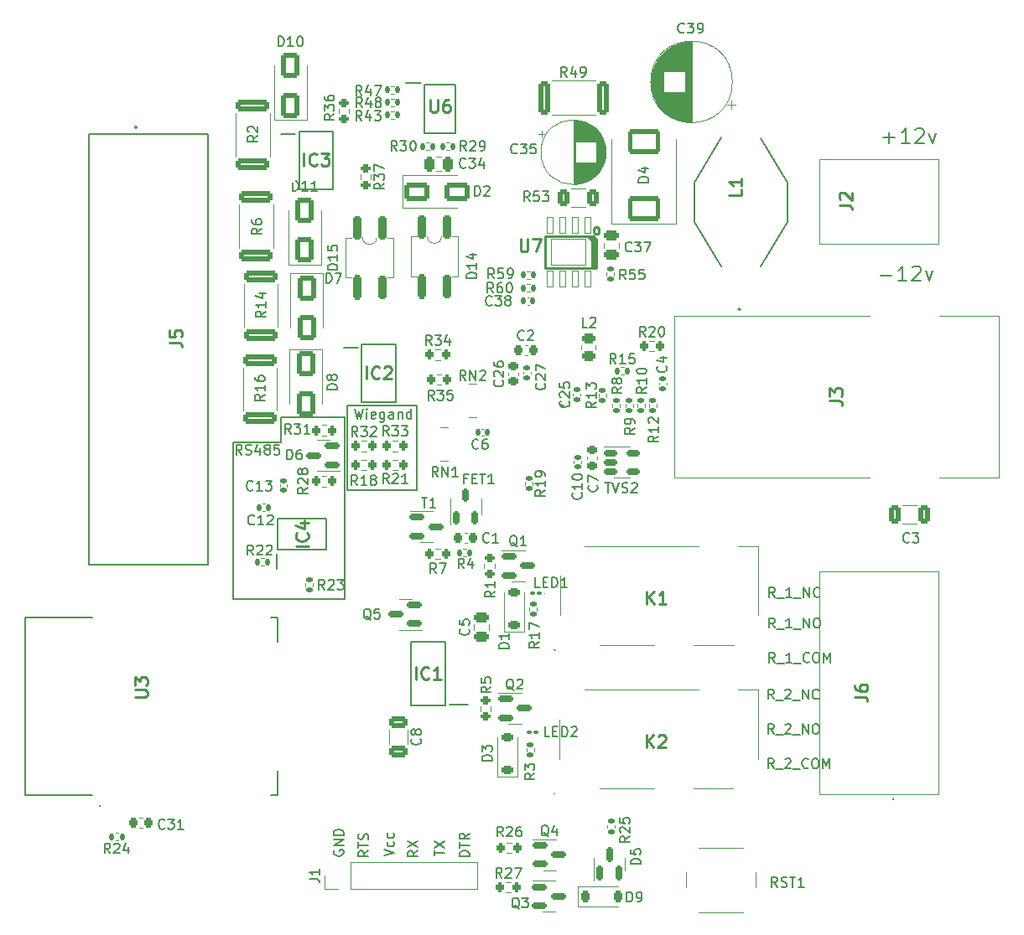
<source format=gbr>
G04 #@! TF.GenerationSoftware,KiCad,Pcbnew,7.0.8*
G04 #@! TF.CreationDate,2023-11-27T13:48:01+01:00*
G04 #@! TF.ProjectId,ESP32-POE-Wiegand-Relay-REV-A,45535033-322d-4504-9f45-2d5769656761,rev?*
G04 #@! TF.SameCoordinates,Original*
G04 #@! TF.FileFunction,Legend,Top*
G04 #@! TF.FilePolarity,Positive*
%FSLAX46Y46*%
G04 Gerber Fmt 4.6, Leading zero omitted, Abs format (unit mm)*
G04 Created by KiCad (PCBNEW 7.0.8) date 2023-11-27 13:48:01*
%MOMM*%
%LPD*%
G01*
G04 APERTURE LIST*
G04 Aperture macros list*
%AMRoundRect*
0 Rectangle with rounded corners*
0 $1 Rounding radius*
0 $2 $3 $4 $5 $6 $7 $8 $9 X,Y pos of 4 corners*
0 Add a 4 corners polygon primitive as box body*
4,1,4,$2,$3,$4,$5,$6,$7,$8,$9,$2,$3,0*
0 Add four circle primitives for the rounded corners*
1,1,$1+$1,$2,$3*
1,1,$1+$1,$4,$5*
1,1,$1+$1,$6,$7*
1,1,$1+$1,$8,$9*
0 Add four rect primitives between the rounded corners*
20,1,$1+$1,$2,$3,$4,$5,0*
20,1,$1+$1,$4,$5,$6,$7,0*
20,1,$1+$1,$6,$7,$8,$9,0*
20,1,$1+$1,$8,$9,$2,$3,0*%
G04 Aperture macros list end*
%ADD10C,0.150000*%
%ADD11C,0.187500*%
%ADD12C,0.254000*%
%ADD13C,0.250000*%
%ADD14C,0.120000*%
%ADD15C,0.100000*%
%ADD16C,0.200000*%
%ADD17RoundRect,0.250000X1.425000X-0.362500X1.425000X0.362500X-1.425000X0.362500X-1.425000X-0.362500X0*%
%ADD18RoundRect,0.250000X-0.650000X1.000000X-0.650000X-1.000000X0.650000X-1.000000X0.650000X1.000000X0*%
%ADD19RoundRect,0.225000X-0.225000X1.025000X-0.225000X-1.025000X0.225000X-1.025000X0.225000X1.025000X0*%
%ADD20RoundRect,0.225000X-0.225000X0.975000X-0.225000X-0.975000X0.225000X-0.975000X0.225000X0.975000X0*%
%ADD21R,2.790000X2.920000*%
%ADD22C,1.500000*%
%ADD23RoundRect,0.250000X0.650000X-1.000000X0.650000X1.000000X-0.650000X1.000000X-0.650000X-1.000000X0*%
%ADD24C,2.000000*%
%ADD25R,0.900000X0.400000*%
%ADD26R,3.400000X3.400000*%
%ADD27R,0.850000X0.300000*%
%ADD28R,0.300000X0.850000*%
%ADD29RoundRect,0.200000X-0.200000X-0.275000X0.200000X-0.275000X0.200000X0.275000X-0.200000X0.275000X0*%
%ADD30RoundRect,0.150000X-0.587500X-0.150000X0.587500X-0.150000X0.587500X0.150000X-0.587500X0.150000X0*%
%ADD31RoundRect,0.150000X0.150000X-0.587500X0.150000X0.587500X-0.150000X0.587500X-0.150000X-0.587500X0*%
%ADD32RoundRect,0.250000X-0.362500X-1.425000X0.362500X-1.425000X0.362500X1.425000X-0.362500X1.425000X0*%
%ADD33RoundRect,0.250000X-1.000000X-0.650000X1.000000X-0.650000X1.000000X0.650000X-1.000000X0.650000X0*%
%ADD34R,1.850000X3.200000*%
%ADD35R,1.850000X0.900000*%
%ADD36O,1.700000X1.700000*%
%ADD37R,1.700000X1.700000*%
%ADD38RoundRect,0.250000X1.400000X1.000000X-1.400000X1.000000X-1.400000X-1.000000X1.400000X-1.000000X0*%
%ADD39R,1.528000X0.650000*%
%ADD40RoundRect,0.135000X-0.185000X0.135000X-0.185000X-0.135000X0.185000X-0.135000X0.185000X0.135000X0*%
%ADD41RoundRect,0.225000X-0.250000X0.225000X-0.250000X-0.225000X0.250000X-0.225000X0.250000X0.225000X0*%
%ADD42RoundRect,0.100000X0.130000X0.100000X-0.130000X0.100000X-0.130000X-0.100000X0.130000X-0.100000X0*%
%ADD43RoundRect,0.225000X0.375000X-0.225000X0.375000X0.225000X-0.375000X0.225000X-0.375000X-0.225000X0*%
%ADD44RoundRect,0.135000X0.185000X-0.135000X0.185000X0.135000X-0.185000X0.135000X-0.185000X-0.135000X0*%
%ADD45RoundRect,0.135000X-0.135000X-0.185000X0.135000X-0.185000X0.135000X0.185000X-0.135000X0.185000X0*%
%ADD46C,1.600000*%
%ADD47R,1.600000X1.600000*%
%ADD48RoundRect,0.150000X0.150000X-0.512500X0.150000X0.512500X-0.150000X0.512500X-0.150000X-0.512500X0*%
%ADD49RoundRect,0.200000X0.200000X0.275000X-0.200000X0.275000X-0.200000X-0.275000X0.200000X-0.275000X0*%
%ADD50RoundRect,0.250000X-0.650000X0.325000X-0.650000X-0.325000X0.650000X-0.325000X0.650000X0.325000X0*%
%ADD51C,6.400000*%
%ADD52RoundRect,0.140000X0.170000X-0.140000X0.170000X0.140000X-0.170000X0.140000X-0.170000X-0.140000X0*%
%ADD53RoundRect,0.250000X-0.475000X0.250000X-0.475000X-0.250000X0.475000X-0.250000X0.475000X0.250000X0*%
%ADD54R,0.900000X0.900000*%
%ADD55R,0.900000X1.500000*%
%ADD56R,1.500000X0.900000*%
%ADD57RoundRect,0.250000X-0.450000X0.262500X-0.450000X-0.262500X0.450000X-0.262500X0.450000X0.262500X0*%
%ADD58RoundRect,0.140000X0.140000X0.170000X-0.140000X0.170000X-0.140000X-0.170000X0.140000X-0.170000X0*%
%ADD59RoundRect,0.135000X0.135000X0.185000X-0.135000X0.185000X-0.135000X-0.185000X0.135000X-0.185000X0*%
%ADD60R,1.450000X0.700000*%
%ADD61RoundRect,0.150000X-0.512500X-0.150000X0.512500X-0.150000X0.512500X0.150000X-0.512500X0.150000X0*%
%ADD62C,3.250000*%
%ADD63C,1.550000*%
%ADD64C,1.200000*%
%ADD65C,1.650000*%
%ADD66C,2.355000*%
%ADD67C,2.100000*%
%ADD68RoundRect,0.225000X0.225000X0.250000X-0.225000X0.250000X-0.225000X-0.250000X0.225000X-0.250000X0*%
%ADD69R,0.650000X1.528000*%
%ADD70RoundRect,0.050800X1.755000X1.310000X-1.755000X1.310000X-1.755000X-1.310000X1.755000X-1.310000X0*%
%ADD71C,2.351600*%
%ADD72RoundRect,0.050800X0.300000X0.800000X-0.300000X0.800000X-0.300000X-0.800000X0.300000X-0.800000X0*%
%ADD73RoundRect,0.150000X0.587500X0.150000X-0.587500X0.150000X-0.587500X-0.150000X0.587500X-0.150000X0*%
%ADD74RoundRect,0.140000X-0.170000X0.140000X-0.170000X-0.140000X0.170000X-0.140000X0.170000X0.140000X0*%
%ADD75RoundRect,0.225000X-0.225000X-0.375000X0.225000X-0.375000X0.225000X0.375000X-0.225000X0.375000X0*%
%ADD76RoundRect,0.200000X0.275000X-0.200000X0.275000X0.200000X-0.275000X0.200000X-0.275000X-0.200000X0*%
%ADD77RoundRect,0.200000X-0.275000X0.200000X-0.275000X-0.200000X0.275000X-0.200000X0.275000X0.200000X0*%
%ADD78RoundRect,0.250000X0.312500X0.625000X-0.312500X0.625000X-0.312500X-0.625000X0.312500X-0.625000X0*%
%ADD79RoundRect,0.140000X-0.140000X-0.170000X0.140000X-0.170000X0.140000X0.170000X-0.140000X0.170000X0*%
%ADD80RoundRect,0.250000X-0.325000X-0.650000X0.325000X-0.650000X0.325000X0.650000X-0.325000X0.650000X0*%
%ADD81RoundRect,0.225000X0.250000X-0.225000X0.250000X0.225000X-0.250000X0.225000X-0.250000X-0.225000X0*%
%ADD82RoundRect,0.250000X0.250000X0.475000X-0.250000X0.475000X-0.250000X-0.475000X0.250000X-0.475000X0*%
%ADD83RoundRect,0.250000X0.475000X-0.250000X0.475000X0.250000X-0.475000X0.250000X-0.475000X-0.250000X0*%
G04 APERTURE END LIST*
D10*
X207369819Y-104991792D02*
X206893628Y-105325125D01*
X207369819Y-105563220D02*
X206369819Y-105563220D01*
X206369819Y-105563220D02*
X206369819Y-105182268D01*
X206369819Y-105182268D02*
X206417438Y-105087030D01*
X206417438Y-105087030D02*
X206465057Y-105039411D01*
X206465057Y-105039411D02*
X206560295Y-104991792D01*
X206560295Y-104991792D02*
X206703152Y-104991792D01*
X206703152Y-104991792D02*
X206798390Y-105039411D01*
X206798390Y-105039411D02*
X206846009Y-105087030D01*
X206846009Y-105087030D02*
X206893628Y-105182268D01*
X206893628Y-105182268D02*
X206893628Y-105563220D01*
X206369819Y-104706077D02*
X206369819Y-104134649D01*
X207369819Y-104420363D02*
X206369819Y-104420363D01*
X207322200Y-103848934D02*
X207369819Y-103706077D01*
X207369819Y-103706077D02*
X207369819Y-103467982D01*
X207369819Y-103467982D02*
X207322200Y-103372744D01*
X207322200Y-103372744D02*
X207274580Y-103325125D01*
X207274580Y-103325125D02*
X207179342Y-103277506D01*
X207179342Y-103277506D02*
X207084104Y-103277506D01*
X207084104Y-103277506D02*
X206988866Y-103325125D01*
X206988866Y-103325125D02*
X206941247Y-103372744D01*
X206941247Y-103372744D02*
X206893628Y-103467982D01*
X206893628Y-103467982D02*
X206846009Y-103658458D01*
X206846009Y-103658458D02*
X206798390Y-103753696D01*
X206798390Y-103753696D02*
X206750771Y-103801315D01*
X206750771Y-103801315D02*
X206655533Y-103848934D01*
X206655533Y-103848934D02*
X206560295Y-103848934D01*
X206560295Y-103848934D02*
X206465057Y-103801315D01*
X206465057Y-103801315D02*
X206417438Y-103753696D01*
X206417438Y-103753696D02*
X206369819Y-103658458D01*
X206369819Y-103658458D02*
X206369819Y-103420363D01*
X206369819Y-103420363D02*
X206417438Y-103277506D01*
X217569819Y-105563220D02*
X216569819Y-105563220D01*
X216569819Y-105563220D02*
X216569819Y-105325125D01*
X216569819Y-105325125D02*
X216617438Y-105182268D01*
X216617438Y-105182268D02*
X216712676Y-105087030D01*
X216712676Y-105087030D02*
X216807914Y-105039411D01*
X216807914Y-105039411D02*
X216998390Y-104991792D01*
X216998390Y-104991792D02*
X217141247Y-104991792D01*
X217141247Y-104991792D02*
X217331723Y-105039411D01*
X217331723Y-105039411D02*
X217426961Y-105087030D01*
X217426961Y-105087030D02*
X217522200Y-105182268D01*
X217522200Y-105182268D02*
X217569819Y-105325125D01*
X217569819Y-105325125D02*
X217569819Y-105563220D01*
X216569819Y-104706077D02*
X216569819Y-104134649D01*
X217569819Y-104420363D02*
X216569819Y-104420363D01*
X217569819Y-103229887D02*
X217093628Y-103563220D01*
X217569819Y-103801315D02*
X216569819Y-103801315D01*
X216569819Y-103801315D02*
X216569819Y-103420363D01*
X216569819Y-103420363D02*
X216617438Y-103325125D01*
X216617438Y-103325125D02*
X216665057Y-103277506D01*
X216665057Y-103277506D02*
X216760295Y-103229887D01*
X216760295Y-103229887D02*
X216903152Y-103229887D01*
X216903152Y-103229887D02*
X216998390Y-103277506D01*
X216998390Y-103277506D02*
X217046009Y-103325125D01*
X217046009Y-103325125D02*
X217093628Y-103420363D01*
X217093628Y-103420363D02*
X217093628Y-103801315D01*
X203917438Y-104939411D02*
X203869819Y-105034649D01*
X203869819Y-105034649D02*
X203869819Y-105177506D01*
X203869819Y-105177506D02*
X203917438Y-105320363D01*
X203917438Y-105320363D02*
X204012676Y-105415601D01*
X204012676Y-105415601D02*
X204107914Y-105463220D01*
X204107914Y-105463220D02*
X204298390Y-105510839D01*
X204298390Y-105510839D02*
X204441247Y-105510839D01*
X204441247Y-105510839D02*
X204631723Y-105463220D01*
X204631723Y-105463220D02*
X204726961Y-105415601D01*
X204726961Y-105415601D02*
X204822200Y-105320363D01*
X204822200Y-105320363D02*
X204869819Y-105177506D01*
X204869819Y-105177506D02*
X204869819Y-105082268D01*
X204869819Y-105082268D02*
X204822200Y-104939411D01*
X204822200Y-104939411D02*
X204774580Y-104891792D01*
X204774580Y-104891792D02*
X204441247Y-104891792D01*
X204441247Y-104891792D02*
X204441247Y-105082268D01*
X204869819Y-104463220D02*
X203869819Y-104463220D01*
X203869819Y-104463220D02*
X204869819Y-103891792D01*
X204869819Y-103891792D02*
X203869819Y-103891792D01*
X204869819Y-103415601D02*
X203869819Y-103415601D01*
X203869819Y-103415601D02*
X203869819Y-103177506D01*
X203869819Y-103177506D02*
X203917438Y-103034649D01*
X203917438Y-103034649D02*
X204012676Y-102939411D01*
X204012676Y-102939411D02*
X204107914Y-102891792D01*
X204107914Y-102891792D02*
X204298390Y-102844173D01*
X204298390Y-102844173D02*
X204441247Y-102844173D01*
X204441247Y-102844173D02*
X204631723Y-102891792D01*
X204631723Y-102891792D02*
X204726961Y-102939411D01*
X204726961Y-102939411D02*
X204822200Y-103034649D01*
X204822200Y-103034649D02*
X204869819Y-103177506D01*
X204869819Y-103177506D02*
X204869819Y-103415601D01*
X208959819Y-105506077D02*
X209959819Y-105172744D01*
X209959819Y-105172744D02*
X208959819Y-104839411D01*
X209912200Y-104077506D02*
X209959819Y-104172744D01*
X209959819Y-104172744D02*
X209959819Y-104363220D01*
X209959819Y-104363220D02*
X209912200Y-104458458D01*
X209912200Y-104458458D02*
X209864580Y-104506077D01*
X209864580Y-104506077D02*
X209769342Y-104553696D01*
X209769342Y-104553696D02*
X209483628Y-104553696D01*
X209483628Y-104553696D02*
X209388390Y-104506077D01*
X209388390Y-104506077D02*
X209340771Y-104458458D01*
X209340771Y-104458458D02*
X209293152Y-104363220D01*
X209293152Y-104363220D02*
X209293152Y-104172744D01*
X209293152Y-104172744D02*
X209340771Y-104077506D01*
X209912200Y-103220363D02*
X209959819Y-103315601D01*
X209959819Y-103315601D02*
X209959819Y-103506077D01*
X209959819Y-103506077D02*
X209912200Y-103601315D01*
X209912200Y-103601315D02*
X209864580Y-103648934D01*
X209864580Y-103648934D02*
X209769342Y-103696553D01*
X209769342Y-103696553D02*
X209483628Y-103696553D01*
X209483628Y-103696553D02*
X209388390Y-103648934D01*
X209388390Y-103648934D02*
X209340771Y-103601315D01*
X209340771Y-103601315D02*
X209293152Y-103506077D01*
X209293152Y-103506077D02*
X209293152Y-103315601D01*
X209293152Y-103315601D02*
X209340771Y-103220363D01*
X214069819Y-105506077D02*
X214069819Y-104934649D01*
X215069819Y-105220363D02*
X214069819Y-105220363D01*
X214069819Y-104696553D02*
X215069819Y-104029887D01*
X214069819Y-104029887D02*
X215069819Y-104696553D01*
X212369819Y-104991792D02*
X211893628Y-105325125D01*
X212369819Y-105563220D02*
X211369819Y-105563220D01*
X211369819Y-105563220D02*
X211369819Y-105182268D01*
X211369819Y-105182268D02*
X211417438Y-105087030D01*
X211417438Y-105087030D02*
X211465057Y-105039411D01*
X211465057Y-105039411D02*
X211560295Y-104991792D01*
X211560295Y-104991792D02*
X211703152Y-104991792D01*
X211703152Y-104991792D02*
X211798390Y-105039411D01*
X211798390Y-105039411D02*
X211846009Y-105087030D01*
X211846009Y-105087030D02*
X211893628Y-105182268D01*
X211893628Y-105182268D02*
X211893628Y-105563220D01*
X211369819Y-104658458D02*
X212369819Y-103991792D01*
X211369819Y-103991792D02*
X212369819Y-104658458D01*
X194608207Y-64969819D02*
X194274874Y-64493628D01*
X194036779Y-64969819D02*
X194036779Y-63969819D01*
X194036779Y-63969819D02*
X194417731Y-63969819D01*
X194417731Y-63969819D02*
X194512969Y-64017438D01*
X194512969Y-64017438D02*
X194560588Y-64065057D01*
X194560588Y-64065057D02*
X194608207Y-64160295D01*
X194608207Y-64160295D02*
X194608207Y-64303152D01*
X194608207Y-64303152D02*
X194560588Y-64398390D01*
X194560588Y-64398390D02*
X194512969Y-64446009D01*
X194512969Y-64446009D02*
X194417731Y-64493628D01*
X194417731Y-64493628D02*
X194036779Y-64493628D01*
X194989160Y-64922200D02*
X195132017Y-64969819D01*
X195132017Y-64969819D02*
X195370112Y-64969819D01*
X195370112Y-64969819D02*
X195465350Y-64922200D01*
X195465350Y-64922200D02*
X195512969Y-64874580D01*
X195512969Y-64874580D02*
X195560588Y-64779342D01*
X195560588Y-64779342D02*
X195560588Y-64684104D01*
X195560588Y-64684104D02*
X195512969Y-64588866D01*
X195512969Y-64588866D02*
X195465350Y-64541247D01*
X195465350Y-64541247D02*
X195370112Y-64493628D01*
X195370112Y-64493628D02*
X195179636Y-64446009D01*
X195179636Y-64446009D02*
X195084398Y-64398390D01*
X195084398Y-64398390D02*
X195036779Y-64350771D01*
X195036779Y-64350771D02*
X194989160Y-64255533D01*
X194989160Y-64255533D02*
X194989160Y-64160295D01*
X194989160Y-64160295D02*
X195036779Y-64065057D01*
X195036779Y-64065057D02*
X195084398Y-64017438D01*
X195084398Y-64017438D02*
X195179636Y-63969819D01*
X195179636Y-63969819D02*
X195417731Y-63969819D01*
X195417731Y-63969819D02*
X195560588Y-64017438D01*
X196417731Y-64303152D02*
X196417731Y-64969819D01*
X196179636Y-63922200D02*
X195941541Y-64636485D01*
X195941541Y-64636485D02*
X196560588Y-64636485D01*
X197084398Y-64398390D02*
X196989160Y-64350771D01*
X196989160Y-64350771D02*
X196941541Y-64303152D01*
X196941541Y-64303152D02*
X196893922Y-64207914D01*
X196893922Y-64207914D02*
X196893922Y-64160295D01*
X196893922Y-64160295D02*
X196941541Y-64065057D01*
X196941541Y-64065057D02*
X196989160Y-64017438D01*
X196989160Y-64017438D02*
X197084398Y-63969819D01*
X197084398Y-63969819D02*
X197274874Y-63969819D01*
X197274874Y-63969819D02*
X197370112Y-64017438D01*
X197370112Y-64017438D02*
X197417731Y-64065057D01*
X197417731Y-64065057D02*
X197465350Y-64160295D01*
X197465350Y-64160295D02*
X197465350Y-64207914D01*
X197465350Y-64207914D02*
X197417731Y-64303152D01*
X197417731Y-64303152D02*
X197370112Y-64350771D01*
X197370112Y-64350771D02*
X197274874Y-64398390D01*
X197274874Y-64398390D02*
X197084398Y-64398390D01*
X197084398Y-64398390D02*
X196989160Y-64446009D01*
X196989160Y-64446009D02*
X196941541Y-64493628D01*
X196941541Y-64493628D02*
X196893922Y-64588866D01*
X196893922Y-64588866D02*
X196893922Y-64779342D01*
X196893922Y-64779342D02*
X196941541Y-64874580D01*
X196941541Y-64874580D02*
X196989160Y-64922200D01*
X196989160Y-64922200D02*
X197084398Y-64969819D01*
X197084398Y-64969819D02*
X197274874Y-64969819D01*
X197274874Y-64969819D02*
X197370112Y-64922200D01*
X197370112Y-64922200D02*
X197417731Y-64874580D01*
X197417731Y-64874580D02*
X197465350Y-64779342D01*
X197465350Y-64779342D02*
X197465350Y-64588866D01*
X197465350Y-64588866D02*
X197417731Y-64493628D01*
X197417731Y-64493628D02*
X197370112Y-64446009D01*
X197370112Y-64446009D02*
X197274874Y-64398390D01*
X198370112Y-63969819D02*
X197893922Y-63969819D01*
X197893922Y-63969819D02*
X197846303Y-64446009D01*
X197846303Y-64446009D02*
X197893922Y-64398390D01*
X197893922Y-64398390D02*
X197989160Y-64350771D01*
X197989160Y-64350771D02*
X198227255Y-64350771D01*
X198227255Y-64350771D02*
X198322493Y-64398390D01*
X198322493Y-64398390D02*
X198370112Y-64446009D01*
X198370112Y-64446009D02*
X198417731Y-64541247D01*
X198417731Y-64541247D02*
X198417731Y-64779342D01*
X198417731Y-64779342D02*
X198370112Y-64874580D01*
X198370112Y-64874580D02*
X198322493Y-64922200D01*
X198322493Y-64922200D02*
X198227255Y-64969819D01*
X198227255Y-64969819D02*
X197989160Y-64969819D01*
X197989160Y-64969819D02*
X197893922Y-64922200D01*
X197893922Y-64922200D02*
X197846303Y-64874580D01*
X193700000Y-79550000D02*
X193700000Y-77300000D01*
X204950000Y-79550000D02*
X193700000Y-79550000D01*
X204950000Y-61100000D02*
X204950000Y-79500000D01*
X198550000Y-61150000D02*
X204950000Y-61150000D01*
X198550000Y-63700000D02*
X198550000Y-61150000D01*
X193750000Y-63700000D02*
X198550000Y-63700000D01*
X193700000Y-77300000D02*
X193750000Y-63700000D01*
X205991541Y-60319819D02*
X206229636Y-61319819D01*
X206229636Y-61319819D02*
X206420112Y-60605533D01*
X206420112Y-60605533D02*
X206610588Y-61319819D01*
X206610588Y-61319819D02*
X206848684Y-60319819D01*
X207229636Y-61319819D02*
X207229636Y-60653152D01*
X207229636Y-60319819D02*
X207182017Y-60367438D01*
X207182017Y-60367438D02*
X207229636Y-60415057D01*
X207229636Y-60415057D02*
X207277255Y-60367438D01*
X207277255Y-60367438D02*
X207229636Y-60319819D01*
X207229636Y-60319819D02*
X207229636Y-60415057D01*
X208086778Y-61272200D02*
X207991540Y-61319819D01*
X207991540Y-61319819D02*
X207801064Y-61319819D01*
X207801064Y-61319819D02*
X207705826Y-61272200D01*
X207705826Y-61272200D02*
X207658207Y-61176961D01*
X207658207Y-61176961D02*
X207658207Y-60796009D01*
X207658207Y-60796009D02*
X207705826Y-60700771D01*
X207705826Y-60700771D02*
X207801064Y-60653152D01*
X207801064Y-60653152D02*
X207991540Y-60653152D01*
X207991540Y-60653152D02*
X208086778Y-60700771D01*
X208086778Y-60700771D02*
X208134397Y-60796009D01*
X208134397Y-60796009D02*
X208134397Y-60891247D01*
X208134397Y-60891247D02*
X207658207Y-60986485D01*
X208991540Y-60653152D02*
X208991540Y-61462676D01*
X208991540Y-61462676D02*
X208943921Y-61557914D01*
X208943921Y-61557914D02*
X208896302Y-61605533D01*
X208896302Y-61605533D02*
X208801064Y-61653152D01*
X208801064Y-61653152D02*
X208658207Y-61653152D01*
X208658207Y-61653152D02*
X208562969Y-61605533D01*
X208991540Y-61272200D02*
X208896302Y-61319819D01*
X208896302Y-61319819D02*
X208705826Y-61319819D01*
X208705826Y-61319819D02*
X208610588Y-61272200D01*
X208610588Y-61272200D02*
X208562969Y-61224580D01*
X208562969Y-61224580D02*
X208515350Y-61129342D01*
X208515350Y-61129342D02*
X208515350Y-60843628D01*
X208515350Y-60843628D02*
X208562969Y-60748390D01*
X208562969Y-60748390D02*
X208610588Y-60700771D01*
X208610588Y-60700771D02*
X208705826Y-60653152D01*
X208705826Y-60653152D02*
X208896302Y-60653152D01*
X208896302Y-60653152D02*
X208991540Y-60700771D01*
X209896302Y-61319819D02*
X209896302Y-60796009D01*
X209896302Y-60796009D02*
X209848683Y-60700771D01*
X209848683Y-60700771D02*
X209753445Y-60653152D01*
X209753445Y-60653152D02*
X209562969Y-60653152D01*
X209562969Y-60653152D02*
X209467731Y-60700771D01*
X209896302Y-61272200D02*
X209801064Y-61319819D01*
X209801064Y-61319819D02*
X209562969Y-61319819D01*
X209562969Y-61319819D02*
X209467731Y-61272200D01*
X209467731Y-61272200D02*
X209420112Y-61176961D01*
X209420112Y-61176961D02*
X209420112Y-61081723D01*
X209420112Y-61081723D02*
X209467731Y-60986485D01*
X209467731Y-60986485D02*
X209562969Y-60938866D01*
X209562969Y-60938866D02*
X209801064Y-60938866D01*
X209801064Y-60938866D02*
X209896302Y-60891247D01*
X210372493Y-60653152D02*
X210372493Y-61319819D01*
X210372493Y-60748390D02*
X210420112Y-60700771D01*
X210420112Y-60700771D02*
X210515350Y-60653152D01*
X210515350Y-60653152D02*
X210658207Y-60653152D01*
X210658207Y-60653152D02*
X210753445Y-60700771D01*
X210753445Y-60700771D02*
X210801064Y-60796009D01*
X210801064Y-60796009D02*
X210801064Y-61319819D01*
X211705826Y-61319819D02*
X211705826Y-60319819D01*
X211705826Y-61272200D02*
X211610588Y-61319819D01*
X211610588Y-61319819D02*
X211420112Y-61319819D01*
X211420112Y-61319819D02*
X211324874Y-61272200D01*
X211324874Y-61272200D02*
X211277255Y-61224580D01*
X211277255Y-61224580D02*
X211229636Y-61129342D01*
X211229636Y-61129342D02*
X211229636Y-60843628D01*
X211229636Y-60843628D02*
X211277255Y-60748390D01*
X211277255Y-60748390D02*
X211324874Y-60700771D01*
X211324874Y-60700771D02*
X211420112Y-60653152D01*
X211420112Y-60653152D02*
X211610588Y-60653152D01*
X211610588Y-60653152D02*
X211705826Y-60700771D01*
X205200000Y-60000000D02*
X212250000Y-60000000D01*
X212250000Y-68550000D01*
X205200000Y-68550000D01*
X205200000Y-60000000D01*
D11*
X259380497Y-32935250D02*
X260523355Y-32935250D01*
X259951926Y-33506678D02*
X259951926Y-32363821D01*
X262023355Y-33506678D02*
X261166212Y-33506678D01*
X261594783Y-33506678D02*
X261594783Y-32006678D01*
X261594783Y-32006678D02*
X261451926Y-32220964D01*
X261451926Y-32220964D02*
X261309069Y-32363821D01*
X261309069Y-32363821D02*
X261166212Y-32435250D01*
X262594783Y-32149535D02*
X262666211Y-32078107D01*
X262666211Y-32078107D02*
X262809069Y-32006678D01*
X262809069Y-32006678D02*
X263166211Y-32006678D01*
X263166211Y-32006678D02*
X263309069Y-32078107D01*
X263309069Y-32078107D02*
X263380497Y-32149535D01*
X263380497Y-32149535D02*
X263451926Y-32292392D01*
X263451926Y-32292392D02*
X263451926Y-32435250D01*
X263451926Y-32435250D02*
X263380497Y-32649535D01*
X263380497Y-32649535D02*
X262523354Y-33506678D01*
X262523354Y-33506678D02*
X263451926Y-33506678D01*
X263951925Y-32506678D02*
X264309068Y-33506678D01*
X264309068Y-33506678D02*
X264666211Y-32506678D01*
D10*
X248308207Y-89669819D02*
X247974874Y-89193628D01*
X247736779Y-89669819D02*
X247736779Y-88669819D01*
X247736779Y-88669819D02*
X248117731Y-88669819D01*
X248117731Y-88669819D02*
X248212969Y-88717438D01*
X248212969Y-88717438D02*
X248260588Y-88765057D01*
X248260588Y-88765057D02*
X248308207Y-88860295D01*
X248308207Y-88860295D02*
X248308207Y-89003152D01*
X248308207Y-89003152D02*
X248260588Y-89098390D01*
X248260588Y-89098390D02*
X248212969Y-89146009D01*
X248212969Y-89146009D02*
X248117731Y-89193628D01*
X248117731Y-89193628D02*
X247736779Y-89193628D01*
X248498684Y-89765057D02*
X249260588Y-89765057D01*
X249451065Y-88765057D02*
X249498684Y-88717438D01*
X249498684Y-88717438D02*
X249593922Y-88669819D01*
X249593922Y-88669819D02*
X249832017Y-88669819D01*
X249832017Y-88669819D02*
X249927255Y-88717438D01*
X249927255Y-88717438D02*
X249974874Y-88765057D01*
X249974874Y-88765057D02*
X250022493Y-88860295D01*
X250022493Y-88860295D02*
X250022493Y-88955533D01*
X250022493Y-88955533D02*
X249974874Y-89098390D01*
X249974874Y-89098390D02*
X249403446Y-89669819D01*
X249403446Y-89669819D02*
X250022493Y-89669819D01*
X250212970Y-89765057D02*
X250974874Y-89765057D01*
X251212970Y-89669819D02*
X251212970Y-88669819D01*
X251212970Y-88669819D02*
X251784398Y-89669819D01*
X251784398Y-89669819D02*
X251784398Y-88669819D01*
X252832017Y-89574580D02*
X252784398Y-89622200D01*
X252784398Y-89622200D02*
X252641541Y-89669819D01*
X252641541Y-89669819D02*
X252546303Y-89669819D01*
X252546303Y-89669819D02*
X252403446Y-89622200D01*
X252403446Y-89622200D02*
X252308208Y-89526961D01*
X252308208Y-89526961D02*
X252260589Y-89431723D01*
X252260589Y-89431723D02*
X252212970Y-89241247D01*
X252212970Y-89241247D02*
X252212970Y-89098390D01*
X252212970Y-89098390D02*
X252260589Y-88907914D01*
X252260589Y-88907914D02*
X252308208Y-88812676D01*
X252308208Y-88812676D02*
X252403446Y-88717438D01*
X252403446Y-88717438D02*
X252546303Y-88669819D01*
X252546303Y-88669819D02*
X252641541Y-88669819D01*
X252641541Y-88669819D02*
X252784398Y-88717438D01*
X252784398Y-88717438D02*
X252832017Y-88765057D01*
D11*
X259080497Y-46835250D02*
X260223355Y-46835250D01*
X261723355Y-47406678D02*
X260866212Y-47406678D01*
X261294783Y-47406678D02*
X261294783Y-45906678D01*
X261294783Y-45906678D02*
X261151926Y-46120964D01*
X261151926Y-46120964D02*
X261009069Y-46263821D01*
X261009069Y-46263821D02*
X260866212Y-46335250D01*
X262294783Y-46049535D02*
X262366211Y-45978107D01*
X262366211Y-45978107D02*
X262509069Y-45906678D01*
X262509069Y-45906678D02*
X262866211Y-45906678D01*
X262866211Y-45906678D02*
X263009069Y-45978107D01*
X263009069Y-45978107D02*
X263080497Y-46049535D01*
X263080497Y-46049535D02*
X263151926Y-46192392D01*
X263151926Y-46192392D02*
X263151926Y-46335250D01*
X263151926Y-46335250D02*
X263080497Y-46549535D01*
X263080497Y-46549535D02*
X262223354Y-47406678D01*
X262223354Y-47406678D02*
X263151926Y-47406678D01*
X263651925Y-46406678D02*
X264009068Y-47406678D01*
X264009068Y-47406678D02*
X264366211Y-46406678D01*
D10*
X248408207Y-79369819D02*
X248074874Y-78893628D01*
X247836779Y-79369819D02*
X247836779Y-78369819D01*
X247836779Y-78369819D02*
X248217731Y-78369819D01*
X248217731Y-78369819D02*
X248312969Y-78417438D01*
X248312969Y-78417438D02*
X248360588Y-78465057D01*
X248360588Y-78465057D02*
X248408207Y-78560295D01*
X248408207Y-78560295D02*
X248408207Y-78703152D01*
X248408207Y-78703152D02*
X248360588Y-78798390D01*
X248360588Y-78798390D02*
X248312969Y-78846009D01*
X248312969Y-78846009D02*
X248217731Y-78893628D01*
X248217731Y-78893628D02*
X247836779Y-78893628D01*
X248598684Y-79465057D02*
X249360588Y-79465057D01*
X250122493Y-79369819D02*
X249551065Y-79369819D01*
X249836779Y-79369819D02*
X249836779Y-78369819D01*
X249836779Y-78369819D02*
X249741541Y-78512676D01*
X249741541Y-78512676D02*
X249646303Y-78607914D01*
X249646303Y-78607914D02*
X249551065Y-78655533D01*
X250312970Y-79465057D02*
X251074874Y-79465057D01*
X251312970Y-79369819D02*
X251312970Y-78369819D01*
X251312970Y-78369819D02*
X251884398Y-79369819D01*
X251884398Y-79369819D02*
X251884398Y-78369819D01*
X252932017Y-79274580D02*
X252884398Y-79322200D01*
X252884398Y-79322200D02*
X252741541Y-79369819D01*
X252741541Y-79369819D02*
X252646303Y-79369819D01*
X252646303Y-79369819D02*
X252503446Y-79322200D01*
X252503446Y-79322200D02*
X252408208Y-79226961D01*
X252408208Y-79226961D02*
X252360589Y-79131723D01*
X252360589Y-79131723D02*
X252312970Y-78941247D01*
X252312970Y-78941247D02*
X252312970Y-78798390D01*
X252312970Y-78798390D02*
X252360589Y-78607914D01*
X252360589Y-78607914D02*
X252408208Y-78512676D01*
X252408208Y-78512676D02*
X252503446Y-78417438D01*
X252503446Y-78417438D02*
X252646303Y-78369819D01*
X252646303Y-78369819D02*
X252741541Y-78369819D01*
X252741541Y-78369819D02*
X252884398Y-78417438D01*
X252884398Y-78417438D02*
X252932017Y-78465057D01*
X248408207Y-82469819D02*
X248074874Y-81993628D01*
X247836779Y-82469819D02*
X247836779Y-81469819D01*
X247836779Y-81469819D02*
X248217731Y-81469819D01*
X248217731Y-81469819D02*
X248312969Y-81517438D01*
X248312969Y-81517438D02*
X248360588Y-81565057D01*
X248360588Y-81565057D02*
X248408207Y-81660295D01*
X248408207Y-81660295D02*
X248408207Y-81803152D01*
X248408207Y-81803152D02*
X248360588Y-81898390D01*
X248360588Y-81898390D02*
X248312969Y-81946009D01*
X248312969Y-81946009D02*
X248217731Y-81993628D01*
X248217731Y-81993628D02*
X247836779Y-81993628D01*
X248598684Y-82565057D02*
X249360588Y-82565057D01*
X250122493Y-82469819D02*
X249551065Y-82469819D01*
X249836779Y-82469819D02*
X249836779Y-81469819D01*
X249836779Y-81469819D02*
X249741541Y-81612676D01*
X249741541Y-81612676D02*
X249646303Y-81707914D01*
X249646303Y-81707914D02*
X249551065Y-81755533D01*
X250312970Y-82565057D02*
X251074874Y-82565057D01*
X251312970Y-82469819D02*
X251312970Y-81469819D01*
X251312970Y-81469819D02*
X251884398Y-82469819D01*
X251884398Y-82469819D02*
X251884398Y-81469819D01*
X252551065Y-81469819D02*
X252741541Y-81469819D01*
X252741541Y-81469819D02*
X252836779Y-81517438D01*
X252836779Y-81517438D02*
X252932017Y-81612676D01*
X252932017Y-81612676D02*
X252979636Y-81803152D01*
X252979636Y-81803152D02*
X252979636Y-82136485D01*
X252979636Y-82136485D02*
X252932017Y-82326961D01*
X252932017Y-82326961D02*
X252836779Y-82422200D01*
X252836779Y-82422200D02*
X252741541Y-82469819D01*
X252741541Y-82469819D02*
X252551065Y-82469819D01*
X252551065Y-82469819D02*
X252455827Y-82422200D01*
X252455827Y-82422200D02*
X252360589Y-82326961D01*
X252360589Y-82326961D02*
X252312970Y-82136485D01*
X252312970Y-82136485D02*
X252312970Y-81803152D01*
X252312970Y-81803152D02*
X252360589Y-81612676D01*
X252360589Y-81612676D02*
X252455827Y-81517438D01*
X252455827Y-81517438D02*
X252551065Y-81469819D01*
X248308207Y-96669819D02*
X247974874Y-96193628D01*
X247736779Y-96669819D02*
X247736779Y-95669819D01*
X247736779Y-95669819D02*
X248117731Y-95669819D01*
X248117731Y-95669819D02*
X248212969Y-95717438D01*
X248212969Y-95717438D02*
X248260588Y-95765057D01*
X248260588Y-95765057D02*
X248308207Y-95860295D01*
X248308207Y-95860295D02*
X248308207Y-96003152D01*
X248308207Y-96003152D02*
X248260588Y-96098390D01*
X248260588Y-96098390D02*
X248212969Y-96146009D01*
X248212969Y-96146009D02*
X248117731Y-96193628D01*
X248117731Y-96193628D02*
X247736779Y-96193628D01*
X248498684Y-96765057D02*
X249260588Y-96765057D01*
X249451065Y-95765057D02*
X249498684Y-95717438D01*
X249498684Y-95717438D02*
X249593922Y-95669819D01*
X249593922Y-95669819D02*
X249832017Y-95669819D01*
X249832017Y-95669819D02*
X249927255Y-95717438D01*
X249927255Y-95717438D02*
X249974874Y-95765057D01*
X249974874Y-95765057D02*
X250022493Y-95860295D01*
X250022493Y-95860295D02*
X250022493Y-95955533D01*
X250022493Y-95955533D02*
X249974874Y-96098390D01*
X249974874Y-96098390D02*
X249403446Y-96669819D01*
X249403446Y-96669819D02*
X250022493Y-96669819D01*
X250212970Y-96765057D02*
X250974874Y-96765057D01*
X251784398Y-96574580D02*
X251736779Y-96622200D01*
X251736779Y-96622200D02*
X251593922Y-96669819D01*
X251593922Y-96669819D02*
X251498684Y-96669819D01*
X251498684Y-96669819D02*
X251355827Y-96622200D01*
X251355827Y-96622200D02*
X251260589Y-96526961D01*
X251260589Y-96526961D02*
X251212970Y-96431723D01*
X251212970Y-96431723D02*
X251165351Y-96241247D01*
X251165351Y-96241247D02*
X251165351Y-96098390D01*
X251165351Y-96098390D02*
X251212970Y-95907914D01*
X251212970Y-95907914D02*
X251260589Y-95812676D01*
X251260589Y-95812676D02*
X251355827Y-95717438D01*
X251355827Y-95717438D02*
X251498684Y-95669819D01*
X251498684Y-95669819D02*
X251593922Y-95669819D01*
X251593922Y-95669819D02*
X251736779Y-95717438D01*
X251736779Y-95717438D02*
X251784398Y-95765057D01*
X252403446Y-95669819D02*
X252593922Y-95669819D01*
X252593922Y-95669819D02*
X252689160Y-95717438D01*
X252689160Y-95717438D02*
X252784398Y-95812676D01*
X252784398Y-95812676D02*
X252832017Y-96003152D01*
X252832017Y-96003152D02*
X252832017Y-96336485D01*
X252832017Y-96336485D02*
X252784398Y-96526961D01*
X252784398Y-96526961D02*
X252689160Y-96622200D01*
X252689160Y-96622200D02*
X252593922Y-96669819D01*
X252593922Y-96669819D02*
X252403446Y-96669819D01*
X252403446Y-96669819D02*
X252308208Y-96622200D01*
X252308208Y-96622200D02*
X252212970Y-96526961D01*
X252212970Y-96526961D02*
X252165351Y-96336485D01*
X252165351Y-96336485D02*
X252165351Y-96003152D01*
X252165351Y-96003152D02*
X252212970Y-95812676D01*
X252212970Y-95812676D02*
X252308208Y-95717438D01*
X252308208Y-95717438D02*
X252403446Y-95669819D01*
X253260589Y-96669819D02*
X253260589Y-95669819D01*
X253260589Y-95669819D02*
X253593922Y-96384104D01*
X253593922Y-96384104D02*
X253927255Y-95669819D01*
X253927255Y-95669819D02*
X253927255Y-96669819D01*
X248408207Y-85969819D02*
X248074874Y-85493628D01*
X247836779Y-85969819D02*
X247836779Y-84969819D01*
X247836779Y-84969819D02*
X248217731Y-84969819D01*
X248217731Y-84969819D02*
X248312969Y-85017438D01*
X248312969Y-85017438D02*
X248360588Y-85065057D01*
X248360588Y-85065057D02*
X248408207Y-85160295D01*
X248408207Y-85160295D02*
X248408207Y-85303152D01*
X248408207Y-85303152D02*
X248360588Y-85398390D01*
X248360588Y-85398390D02*
X248312969Y-85446009D01*
X248312969Y-85446009D02*
X248217731Y-85493628D01*
X248217731Y-85493628D02*
X247836779Y-85493628D01*
X248598684Y-86065057D02*
X249360588Y-86065057D01*
X250122493Y-85969819D02*
X249551065Y-85969819D01*
X249836779Y-85969819D02*
X249836779Y-84969819D01*
X249836779Y-84969819D02*
X249741541Y-85112676D01*
X249741541Y-85112676D02*
X249646303Y-85207914D01*
X249646303Y-85207914D02*
X249551065Y-85255533D01*
X250312970Y-86065057D02*
X251074874Y-86065057D01*
X251884398Y-85874580D02*
X251836779Y-85922200D01*
X251836779Y-85922200D02*
X251693922Y-85969819D01*
X251693922Y-85969819D02*
X251598684Y-85969819D01*
X251598684Y-85969819D02*
X251455827Y-85922200D01*
X251455827Y-85922200D02*
X251360589Y-85826961D01*
X251360589Y-85826961D02*
X251312970Y-85731723D01*
X251312970Y-85731723D02*
X251265351Y-85541247D01*
X251265351Y-85541247D02*
X251265351Y-85398390D01*
X251265351Y-85398390D02*
X251312970Y-85207914D01*
X251312970Y-85207914D02*
X251360589Y-85112676D01*
X251360589Y-85112676D02*
X251455827Y-85017438D01*
X251455827Y-85017438D02*
X251598684Y-84969819D01*
X251598684Y-84969819D02*
X251693922Y-84969819D01*
X251693922Y-84969819D02*
X251836779Y-85017438D01*
X251836779Y-85017438D02*
X251884398Y-85065057D01*
X252503446Y-84969819D02*
X252693922Y-84969819D01*
X252693922Y-84969819D02*
X252789160Y-85017438D01*
X252789160Y-85017438D02*
X252884398Y-85112676D01*
X252884398Y-85112676D02*
X252932017Y-85303152D01*
X252932017Y-85303152D02*
X252932017Y-85636485D01*
X252932017Y-85636485D02*
X252884398Y-85826961D01*
X252884398Y-85826961D02*
X252789160Y-85922200D01*
X252789160Y-85922200D02*
X252693922Y-85969819D01*
X252693922Y-85969819D02*
X252503446Y-85969819D01*
X252503446Y-85969819D02*
X252408208Y-85922200D01*
X252408208Y-85922200D02*
X252312970Y-85826961D01*
X252312970Y-85826961D02*
X252265351Y-85636485D01*
X252265351Y-85636485D02*
X252265351Y-85303152D01*
X252265351Y-85303152D02*
X252312970Y-85112676D01*
X252312970Y-85112676D02*
X252408208Y-85017438D01*
X252408208Y-85017438D02*
X252503446Y-84969819D01*
X253360589Y-85969819D02*
X253360589Y-84969819D01*
X253360589Y-84969819D02*
X253693922Y-85684104D01*
X253693922Y-85684104D02*
X254027255Y-84969819D01*
X254027255Y-84969819D02*
X254027255Y-85969819D01*
X248308207Y-93169819D02*
X247974874Y-92693628D01*
X247736779Y-93169819D02*
X247736779Y-92169819D01*
X247736779Y-92169819D02*
X248117731Y-92169819D01*
X248117731Y-92169819D02*
X248212969Y-92217438D01*
X248212969Y-92217438D02*
X248260588Y-92265057D01*
X248260588Y-92265057D02*
X248308207Y-92360295D01*
X248308207Y-92360295D02*
X248308207Y-92503152D01*
X248308207Y-92503152D02*
X248260588Y-92598390D01*
X248260588Y-92598390D02*
X248212969Y-92646009D01*
X248212969Y-92646009D02*
X248117731Y-92693628D01*
X248117731Y-92693628D02*
X247736779Y-92693628D01*
X248498684Y-93265057D02*
X249260588Y-93265057D01*
X249451065Y-92265057D02*
X249498684Y-92217438D01*
X249498684Y-92217438D02*
X249593922Y-92169819D01*
X249593922Y-92169819D02*
X249832017Y-92169819D01*
X249832017Y-92169819D02*
X249927255Y-92217438D01*
X249927255Y-92217438D02*
X249974874Y-92265057D01*
X249974874Y-92265057D02*
X250022493Y-92360295D01*
X250022493Y-92360295D02*
X250022493Y-92455533D01*
X250022493Y-92455533D02*
X249974874Y-92598390D01*
X249974874Y-92598390D02*
X249403446Y-93169819D01*
X249403446Y-93169819D02*
X250022493Y-93169819D01*
X250212970Y-93265057D02*
X250974874Y-93265057D01*
X251212970Y-93169819D02*
X251212970Y-92169819D01*
X251212970Y-92169819D02*
X251784398Y-93169819D01*
X251784398Y-93169819D02*
X251784398Y-92169819D01*
X252451065Y-92169819D02*
X252641541Y-92169819D01*
X252641541Y-92169819D02*
X252736779Y-92217438D01*
X252736779Y-92217438D02*
X252832017Y-92312676D01*
X252832017Y-92312676D02*
X252879636Y-92503152D01*
X252879636Y-92503152D02*
X252879636Y-92836485D01*
X252879636Y-92836485D02*
X252832017Y-93026961D01*
X252832017Y-93026961D02*
X252736779Y-93122200D01*
X252736779Y-93122200D02*
X252641541Y-93169819D01*
X252641541Y-93169819D02*
X252451065Y-93169819D01*
X252451065Y-93169819D02*
X252355827Y-93122200D01*
X252355827Y-93122200D02*
X252260589Y-93026961D01*
X252260589Y-93026961D02*
X252212970Y-92836485D01*
X252212970Y-92836485D02*
X252212970Y-92503152D01*
X252212970Y-92503152D02*
X252260589Y-92312676D01*
X252260589Y-92312676D02*
X252355827Y-92217438D01*
X252355827Y-92217438D02*
X252451065Y-92169819D01*
X196904819Y-58892857D02*
X196428628Y-59226190D01*
X196904819Y-59464285D02*
X195904819Y-59464285D01*
X195904819Y-59464285D02*
X195904819Y-59083333D01*
X195904819Y-59083333D02*
X195952438Y-58988095D01*
X195952438Y-58988095D02*
X196000057Y-58940476D01*
X196000057Y-58940476D02*
X196095295Y-58892857D01*
X196095295Y-58892857D02*
X196238152Y-58892857D01*
X196238152Y-58892857D02*
X196333390Y-58940476D01*
X196333390Y-58940476D02*
X196381009Y-58988095D01*
X196381009Y-58988095D02*
X196428628Y-59083333D01*
X196428628Y-59083333D02*
X196428628Y-59464285D01*
X196904819Y-57940476D02*
X196904819Y-58511904D01*
X196904819Y-58226190D02*
X195904819Y-58226190D01*
X195904819Y-58226190D02*
X196047676Y-58321428D01*
X196047676Y-58321428D02*
X196142914Y-58416666D01*
X196142914Y-58416666D02*
X196190533Y-58511904D01*
X195904819Y-57083333D02*
X195904819Y-57273809D01*
X195904819Y-57273809D02*
X195952438Y-57369047D01*
X195952438Y-57369047D02*
X196000057Y-57416666D01*
X196000057Y-57416666D02*
X196142914Y-57511904D01*
X196142914Y-57511904D02*
X196333390Y-57559523D01*
X196333390Y-57559523D02*
X196714342Y-57559523D01*
X196714342Y-57559523D02*
X196809580Y-57511904D01*
X196809580Y-57511904D02*
X196857200Y-57464285D01*
X196857200Y-57464285D02*
X196904819Y-57369047D01*
X196904819Y-57369047D02*
X196904819Y-57178571D01*
X196904819Y-57178571D02*
X196857200Y-57083333D01*
X196857200Y-57083333D02*
X196809580Y-57035714D01*
X196809580Y-57035714D02*
X196714342Y-56988095D01*
X196714342Y-56988095D02*
X196476247Y-56988095D01*
X196476247Y-56988095D02*
X196381009Y-57035714D01*
X196381009Y-57035714D02*
X196333390Y-57083333D01*
X196333390Y-57083333D02*
X196285771Y-57178571D01*
X196285771Y-57178571D02*
X196285771Y-57369047D01*
X196285771Y-57369047D02*
X196333390Y-57464285D01*
X196333390Y-57464285D02*
X196381009Y-57511904D01*
X196381009Y-57511904D02*
X196476247Y-57559523D01*
X204204819Y-58388094D02*
X203204819Y-58388094D01*
X203204819Y-58388094D02*
X203204819Y-58149999D01*
X203204819Y-58149999D02*
X203252438Y-58007142D01*
X203252438Y-58007142D02*
X203347676Y-57911904D01*
X203347676Y-57911904D02*
X203442914Y-57864285D01*
X203442914Y-57864285D02*
X203633390Y-57816666D01*
X203633390Y-57816666D02*
X203776247Y-57816666D01*
X203776247Y-57816666D02*
X203966723Y-57864285D01*
X203966723Y-57864285D02*
X204061961Y-57911904D01*
X204061961Y-57911904D02*
X204157200Y-58007142D01*
X204157200Y-58007142D02*
X204204819Y-58149999D01*
X204204819Y-58149999D02*
X204204819Y-58388094D01*
X203633390Y-57245237D02*
X203585771Y-57340475D01*
X203585771Y-57340475D02*
X203538152Y-57388094D01*
X203538152Y-57388094D02*
X203442914Y-57435713D01*
X203442914Y-57435713D02*
X203395295Y-57435713D01*
X203395295Y-57435713D02*
X203300057Y-57388094D01*
X203300057Y-57388094D02*
X203252438Y-57340475D01*
X203252438Y-57340475D02*
X203204819Y-57245237D01*
X203204819Y-57245237D02*
X203204819Y-57054761D01*
X203204819Y-57054761D02*
X203252438Y-56959523D01*
X203252438Y-56959523D02*
X203300057Y-56911904D01*
X203300057Y-56911904D02*
X203395295Y-56864285D01*
X203395295Y-56864285D02*
X203442914Y-56864285D01*
X203442914Y-56864285D02*
X203538152Y-56911904D01*
X203538152Y-56911904D02*
X203585771Y-56959523D01*
X203585771Y-56959523D02*
X203633390Y-57054761D01*
X203633390Y-57054761D02*
X203633390Y-57245237D01*
X203633390Y-57245237D02*
X203681009Y-57340475D01*
X203681009Y-57340475D02*
X203728628Y-57388094D01*
X203728628Y-57388094D02*
X203823866Y-57435713D01*
X203823866Y-57435713D02*
X204014342Y-57435713D01*
X204014342Y-57435713D02*
X204109580Y-57388094D01*
X204109580Y-57388094D02*
X204157200Y-57340475D01*
X204157200Y-57340475D02*
X204204819Y-57245237D01*
X204204819Y-57245237D02*
X204204819Y-57054761D01*
X204204819Y-57054761D02*
X204157200Y-56959523D01*
X204157200Y-56959523D02*
X204109580Y-56911904D01*
X204109580Y-56911904D02*
X204014342Y-56864285D01*
X204014342Y-56864285D02*
X203823866Y-56864285D01*
X203823866Y-56864285D02*
X203728628Y-56911904D01*
X203728628Y-56911904D02*
X203681009Y-56959523D01*
X203681009Y-56959523D02*
X203633390Y-57054761D01*
X204254819Y-46264285D02*
X203254819Y-46264285D01*
X203254819Y-46264285D02*
X203254819Y-46026190D01*
X203254819Y-46026190D02*
X203302438Y-45883333D01*
X203302438Y-45883333D02*
X203397676Y-45788095D01*
X203397676Y-45788095D02*
X203492914Y-45740476D01*
X203492914Y-45740476D02*
X203683390Y-45692857D01*
X203683390Y-45692857D02*
X203826247Y-45692857D01*
X203826247Y-45692857D02*
X204016723Y-45740476D01*
X204016723Y-45740476D02*
X204111961Y-45788095D01*
X204111961Y-45788095D02*
X204207200Y-45883333D01*
X204207200Y-45883333D02*
X204254819Y-46026190D01*
X204254819Y-46026190D02*
X204254819Y-46264285D01*
X204254819Y-44740476D02*
X204254819Y-45311904D01*
X204254819Y-45026190D02*
X203254819Y-45026190D01*
X203254819Y-45026190D02*
X203397676Y-45121428D01*
X203397676Y-45121428D02*
X203492914Y-45216666D01*
X203492914Y-45216666D02*
X203540533Y-45311904D01*
X203254819Y-43835714D02*
X203254819Y-44311904D01*
X203254819Y-44311904D02*
X203731009Y-44359523D01*
X203731009Y-44359523D02*
X203683390Y-44311904D01*
X203683390Y-44311904D02*
X203635771Y-44216666D01*
X203635771Y-44216666D02*
X203635771Y-43978571D01*
X203635771Y-43978571D02*
X203683390Y-43883333D01*
X203683390Y-43883333D02*
X203731009Y-43835714D01*
X203731009Y-43835714D02*
X203826247Y-43788095D01*
X203826247Y-43788095D02*
X204064342Y-43788095D01*
X204064342Y-43788095D02*
X204159580Y-43835714D01*
X204159580Y-43835714D02*
X204207200Y-43883333D01*
X204207200Y-43883333D02*
X204254819Y-43978571D01*
X204254819Y-43978571D02*
X204254819Y-44216666D01*
X204254819Y-44216666D02*
X204207200Y-44311904D01*
X204207200Y-44311904D02*
X204159580Y-44359523D01*
X218304819Y-47114285D02*
X217304819Y-47114285D01*
X217304819Y-47114285D02*
X217304819Y-46876190D01*
X217304819Y-46876190D02*
X217352438Y-46733333D01*
X217352438Y-46733333D02*
X217447676Y-46638095D01*
X217447676Y-46638095D02*
X217542914Y-46590476D01*
X217542914Y-46590476D02*
X217733390Y-46542857D01*
X217733390Y-46542857D02*
X217876247Y-46542857D01*
X217876247Y-46542857D02*
X218066723Y-46590476D01*
X218066723Y-46590476D02*
X218161961Y-46638095D01*
X218161961Y-46638095D02*
X218257200Y-46733333D01*
X218257200Y-46733333D02*
X218304819Y-46876190D01*
X218304819Y-46876190D02*
X218304819Y-47114285D01*
X218304819Y-45590476D02*
X218304819Y-46161904D01*
X218304819Y-45876190D02*
X217304819Y-45876190D01*
X217304819Y-45876190D02*
X217447676Y-45971428D01*
X217447676Y-45971428D02*
X217542914Y-46066666D01*
X217542914Y-46066666D02*
X217590533Y-46161904D01*
X217638152Y-44733333D02*
X218304819Y-44733333D01*
X217257200Y-44971428D02*
X217971485Y-45209523D01*
X217971485Y-45209523D02*
X217971485Y-44590476D01*
D12*
X245074318Y-38156666D02*
X245074318Y-38761428D01*
X245074318Y-38761428D02*
X243804318Y-38761428D01*
X245074318Y-37068094D02*
X245074318Y-37793809D01*
X245074318Y-37430952D02*
X243804318Y-37430952D01*
X243804318Y-37430952D02*
X243985746Y-37551904D01*
X243985746Y-37551904D02*
X244106699Y-37672856D01*
X244106699Y-37672856D02*
X244167175Y-37793809D01*
X187304318Y-53623332D02*
X188211461Y-53623332D01*
X188211461Y-53623332D02*
X188392889Y-53683809D01*
X188392889Y-53683809D02*
X188513842Y-53804761D01*
X188513842Y-53804761D02*
X188574318Y-53986190D01*
X188574318Y-53986190D02*
X188574318Y-54107142D01*
X187304318Y-52413809D02*
X187304318Y-53018571D01*
X187304318Y-53018571D02*
X187909080Y-53079047D01*
X187909080Y-53079047D02*
X187848603Y-53018571D01*
X187848603Y-53018571D02*
X187788127Y-52897618D01*
X187788127Y-52897618D02*
X187788127Y-52595237D01*
X187788127Y-52595237D02*
X187848603Y-52474285D01*
X187848603Y-52474285D02*
X187909080Y-52413809D01*
X187909080Y-52413809D02*
X188030032Y-52353332D01*
X188030032Y-52353332D02*
X188332413Y-52353332D01*
X188332413Y-52353332D02*
X188453365Y-52413809D01*
X188453365Y-52413809D02*
X188513842Y-52474285D01*
X188513842Y-52474285D02*
X188574318Y-52595237D01*
X188574318Y-52595237D02*
X188574318Y-52897618D01*
X188574318Y-52897618D02*
X188513842Y-53018571D01*
X188513842Y-53018571D02*
X188453365Y-53079047D01*
D10*
X198285714Y-23704819D02*
X198285714Y-22704819D01*
X198285714Y-22704819D02*
X198523809Y-22704819D01*
X198523809Y-22704819D02*
X198666666Y-22752438D01*
X198666666Y-22752438D02*
X198761904Y-22847676D01*
X198761904Y-22847676D02*
X198809523Y-22942914D01*
X198809523Y-22942914D02*
X198857142Y-23133390D01*
X198857142Y-23133390D02*
X198857142Y-23276247D01*
X198857142Y-23276247D02*
X198809523Y-23466723D01*
X198809523Y-23466723D02*
X198761904Y-23561961D01*
X198761904Y-23561961D02*
X198666666Y-23657200D01*
X198666666Y-23657200D02*
X198523809Y-23704819D01*
X198523809Y-23704819D02*
X198285714Y-23704819D01*
X199809523Y-23704819D02*
X199238095Y-23704819D01*
X199523809Y-23704819D02*
X199523809Y-22704819D01*
X199523809Y-22704819D02*
X199428571Y-22847676D01*
X199428571Y-22847676D02*
X199333333Y-22942914D01*
X199333333Y-22942914D02*
X199238095Y-22990533D01*
X200428571Y-22704819D02*
X200523809Y-22704819D01*
X200523809Y-22704819D02*
X200619047Y-22752438D01*
X200619047Y-22752438D02*
X200666666Y-22800057D01*
X200666666Y-22800057D02*
X200714285Y-22895295D01*
X200714285Y-22895295D02*
X200761904Y-23085771D01*
X200761904Y-23085771D02*
X200761904Y-23323866D01*
X200761904Y-23323866D02*
X200714285Y-23514342D01*
X200714285Y-23514342D02*
X200666666Y-23609580D01*
X200666666Y-23609580D02*
X200619047Y-23657200D01*
X200619047Y-23657200D02*
X200523809Y-23704819D01*
X200523809Y-23704819D02*
X200428571Y-23704819D01*
X200428571Y-23704819D02*
X200333333Y-23657200D01*
X200333333Y-23657200D02*
X200285714Y-23609580D01*
X200285714Y-23609580D02*
X200238095Y-23514342D01*
X200238095Y-23514342D02*
X200190476Y-23323866D01*
X200190476Y-23323866D02*
X200190476Y-23085771D01*
X200190476Y-23085771D02*
X200238095Y-22895295D01*
X200238095Y-22895295D02*
X200285714Y-22800057D01*
X200285714Y-22800057D02*
X200333333Y-22752438D01*
X200333333Y-22752438D02*
X200428571Y-22704819D01*
X248676190Y-108654819D02*
X248342857Y-108178628D01*
X248104762Y-108654819D02*
X248104762Y-107654819D01*
X248104762Y-107654819D02*
X248485714Y-107654819D01*
X248485714Y-107654819D02*
X248580952Y-107702438D01*
X248580952Y-107702438D02*
X248628571Y-107750057D01*
X248628571Y-107750057D02*
X248676190Y-107845295D01*
X248676190Y-107845295D02*
X248676190Y-107988152D01*
X248676190Y-107988152D02*
X248628571Y-108083390D01*
X248628571Y-108083390D02*
X248580952Y-108131009D01*
X248580952Y-108131009D02*
X248485714Y-108178628D01*
X248485714Y-108178628D02*
X248104762Y-108178628D01*
X249057143Y-108607200D02*
X249200000Y-108654819D01*
X249200000Y-108654819D02*
X249438095Y-108654819D01*
X249438095Y-108654819D02*
X249533333Y-108607200D01*
X249533333Y-108607200D02*
X249580952Y-108559580D01*
X249580952Y-108559580D02*
X249628571Y-108464342D01*
X249628571Y-108464342D02*
X249628571Y-108369104D01*
X249628571Y-108369104D02*
X249580952Y-108273866D01*
X249580952Y-108273866D02*
X249533333Y-108226247D01*
X249533333Y-108226247D02*
X249438095Y-108178628D01*
X249438095Y-108178628D02*
X249247619Y-108131009D01*
X249247619Y-108131009D02*
X249152381Y-108083390D01*
X249152381Y-108083390D02*
X249104762Y-108035771D01*
X249104762Y-108035771D02*
X249057143Y-107940533D01*
X249057143Y-107940533D02*
X249057143Y-107845295D01*
X249057143Y-107845295D02*
X249104762Y-107750057D01*
X249104762Y-107750057D02*
X249152381Y-107702438D01*
X249152381Y-107702438D02*
X249247619Y-107654819D01*
X249247619Y-107654819D02*
X249485714Y-107654819D01*
X249485714Y-107654819D02*
X249628571Y-107702438D01*
X249914286Y-107654819D02*
X250485714Y-107654819D01*
X250200000Y-108654819D02*
X250200000Y-107654819D01*
X251342857Y-108654819D02*
X250771429Y-108654819D01*
X251057143Y-108654819D02*
X251057143Y-107654819D01*
X251057143Y-107654819D02*
X250961905Y-107797676D01*
X250961905Y-107797676D02*
X250866667Y-107892914D01*
X250866667Y-107892914D02*
X250771429Y-107940533D01*
X199735714Y-38304819D02*
X199735714Y-37304819D01*
X199735714Y-37304819D02*
X199973809Y-37304819D01*
X199973809Y-37304819D02*
X200116666Y-37352438D01*
X200116666Y-37352438D02*
X200211904Y-37447676D01*
X200211904Y-37447676D02*
X200259523Y-37542914D01*
X200259523Y-37542914D02*
X200307142Y-37733390D01*
X200307142Y-37733390D02*
X200307142Y-37876247D01*
X200307142Y-37876247D02*
X200259523Y-38066723D01*
X200259523Y-38066723D02*
X200211904Y-38161961D01*
X200211904Y-38161961D02*
X200116666Y-38257200D01*
X200116666Y-38257200D02*
X199973809Y-38304819D01*
X199973809Y-38304819D02*
X199735714Y-38304819D01*
X201259523Y-38304819D02*
X200688095Y-38304819D01*
X200973809Y-38304819D02*
X200973809Y-37304819D01*
X200973809Y-37304819D02*
X200878571Y-37447676D01*
X200878571Y-37447676D02*
X200783333Y-37542914D01*
X200783333Y-37542914D02*
X200688095Y-37590533D01*
X202211904Y-38304819D02*
X201640476Y-38304819D01*
X201926190Y-38304819D02*
X201926190Y-37304819D01*
X201926190Y-37304819D02*
X201830952Y-37447676D01*
X201830952Y-37447676D02*
X201735714Y-37542914D01*
X201735714Y-37542914D02*
X201640476Y-37590533D01*
X203111905Y-47604819D02*
X203111905Y-46604819D01*
X203111905Y-46604819D02*
X203350000Y-46604819D01*
X203350000Y-46604819D02*
X203492857Y-46652438D01*
X203492857Y-46652438D02*
X203588095Y-46747676D01*
X203588095Y-46747676D02*
X203635714Y-46842914D01*
X203635714Y-46842914D02*
X203683333Y-47033390D01*
X203683333Y-47033390D02*
X203683333Y-47176247D01*
X203683333Y-47176247D02*
X203635714Y-47366723D01*
X203635714Y-47366723D02*
X203588095Y-47461961D01*
X203588095Y-47461961D02*
X203492857Y-47557200D01*
X203492857Y-47557200D02*
X203350000Y-47604819D01*
X203350000Y-47604819D02*
X203111905Y-47604819D01*
X204016667Y-46604819D02*
X204683333Y-46604819D01*
X204683333Y-46604819D02*
X204254762Y-47604819D01*
X214409523Y-67204819D02*
X214076190Y-66728628D01*
X213838095Y-67204819D02*
X213838095Y-66204819D01*
X213838095Y-66204819D02*
X214219047Y-66204819D01*
X214219047Y-66204819D02*
X214314285Y-66252438D01*
X214314285Y-66252438D02*
X214361904Y-66300057D01*
X214361904Y-66300057D02*
X214409523Y-66395295D01*
X214409523Y-66395295D02*
X214409523Y-66538152D01*
X214409523Y-66538152D02*
X214361904Y-66633390D01*
X214361904Y-66633390D02*
X214314285Y-66681009D01*
X214314285Y-66681009D02*
X214219047Y-66728628D01*
X214219047Y-66728628D02*
X213838095Y-66728628D01*
X214838095Y-67204819D02*
X214838095Y-66204819D01*
X214838095Y-66204819D02*
X215409523Y-67204819D01*
X215409523Y-67204819D02*
X215409523Y-66204819D01*
X216409523Y-67204819D02*
X215838095Y-67204819D01*
X216123809Y-67204819D02*
X216123809Y-66204819D01*
X216123809Y-66204819D02*
X216028571Y-66347676D01*
X216028571Y-66347676D02*
X215933333Y-66442914D01*
X215933333Y-66442914D02*
X215838095Y-66490533D01*
D12*
X223704318Y-63867619D02*
X224732413Y-63867619D01*
X224732413Y-63867619D02*
X224853365Y-63807142D01*
X224853365Y-63807142D02*
X224913842Y-63746666D01*
X224913842Y-63746666D02*
X224974318Y-63625714D01*
X224974318Y-63625714D02*
X224974318Y-63383809D01*
X224974318Y-63383809D02*
X224913842Y-63262857D01*
X224913842Y-63262857D02*
X224853365Y-63202380D01*
X224853365Y-63202380D02*
X224732413Y-63141904D01*
X224732413Y-63141904D02*
X223704318Y-63141904D01*
X224974318Y-61871904D02*
X224974318Y-62597619D01*
X224974318Y-62234762D02*
X223704318Y-62234762D01*
X223704318Y-62234762D02*
X223885746Y-62355714D01*
X223885746Y-62355714D02*
X224006699Y-62476666D01*
X224006699Y-62476666D02*
X224067175Y-62597619D01*
D10*
X214233333Y-76954819D02*
X213900000Y-76478628D01*
X213661905Y-76954819D02*
X213661905Y-75954819D01*
X213661905Y-75954819D02*
X214042857Y-75954819D01*
X214042857Y-75954819D02*
X214138095Y-76002438D01*
X214138095Y-76002438D02*
X214185714Y-76050057D01*
X214185714Y-76050057D02*
X214233333Y-76145295D01*
X214233333Y-76145295D02*
X214233333Y-76288152D01*
X214233333Y-76288152D02*
X214185714Y-76383390D01*
X214185714Y-76383390D02*
X214138095Y-76431009D01*
X214138095Y-76431009D02*
X214042857Y-76478628D01*
X214042857Y-76478628D02*
X213661905Y-76478628D01*
X214566667Y-75954819D02*
X215233333Y-75954819D01*
X215233333Y-75954819D02*
X214804762Y-76954819D01*
X197004819Y-50492857D02*
X196528628Y-50826190D01*
X197004819Y-51064285D02*
X196004819Y-51064285D01*
X196004819Y-51064285D02*
X196004819Y-50683333D01*
X196004819Y-50683333D02*
X196052438Y-50588095D01*
X196052438Y-50588095D02*
X196100057Y-50540476D01*
X196100057Y-50540476D02*
X196195295Y-50492857D01*
X196195295Y-50492857D02*
X196338152Y-50492857D01*
X196338152Y-50492857D02*
X196433390Y-50540476D01*
X196433390Y-50540476D02*
X196481009Y-50588095D01*
X196481009Y-50588095D02*
X196528628Y-50683333D01*
X196528628Y-50683333D02*
X196528628Y-51064285D01*
X197004819Y-49540476D02*
X197004819Y-50111904D01*
X197004819Y-49826190D02*
X196004819Y-49826190D01*
X196004819Y-49826190D02*
X196147676Y-49921428D01*
X196147676Y-49921428D02*
X196242914Y-50016666D01*
X196242914Y-50016666D02*
X196290533Y-50111904D01*
X196338152Y-48683333D02*
X197004819Y-48683333D01*
X195957200Y-48921428D02*
X196671485Y-49159523D01*
X196671485Y-49159523D02*
X196671485Y-48540476D01*
X222404761Y-74250057D02*
X222309523Y-74202438D01*
X222309523Y-74202438D02*
X222214285Y-74107200D01*
X222214285Y-74107200D02*
X222071428Y-73964342D01*
X222071428Y-73964342D02*
X221976190Y-73916723D01*
X221976190Y-73916723D02*
X221880952Y-73916723D01*
X221928571Y-74154819D02*
X221833333Y-74107200D01*
X221833333Y-74107200D02*
X221738095Y-74011961D01*
X221738095Y-74011961D02*
X221690476Y-73821485D01*
X221690476Y-73821485D02*
X221690476Y-73488152D01*
X221690476Y-73488152D02*
X221738095Y-73297676D01*
X221738095Y-73297676D02*
X221833333Y-73202438D01*
X221833333Y-73202438D02*
X221928571Y-73154819D01*
X221928571Y-73154819D02*
X222119047Y-73154819D01*
X222119047Y-73154819D02*
X222214285Y-73202438D01*
X222214285Y-73202438D02*
X222309523Y-73297676D01*
X222309523Y-73297676D02*
X222357142Y-73488152D01*
X222357142Y-73488152D02*
X222357142Y-73821485D01*
X222357142Y-73821485D02*
X222309523Y-74011961D01*
X222309523Y-74011961D02*
X222214285Y-74107200D01*
X222214285Y-74107200D02*
X222119047Y-74154819D01*
X222119047Y-74154819D02*
X221928571Y-74154819D01*
X223309523Y-74154819D02*
X222738095Y-74154819D01*
X223023809Y-74154819D02*
X223023809Y-73154819D01*
X223023809Y-73154819D02*
X222928571Y-73297676D01*
X222928571Y-73297676D02*
X222833333Y-73392914D01*
X222833333Y-73392914D02*
X222738095Y-73440533D01*
X234854819Y-106338094D02*
X233854819Y-106338094D01*
X233854819Y-106338094D02*
X233854819Y-106099999D01*
X233854819Y-106099999D02*
X233902438Y-105957142D01*
X233902438Y-105957142D02*
X233997676Y-105861904D01*
X233997676Y-105861904D02*
X234092914Y-105814285D01*
X234092914Y-105814285D02*
X234283390Y-105766666D01*
X234283390Y-105766666D02*
X234426247Y-105766666D01*
X234426247Y-105766666D02*
X234616723Y-105814285D01*
X234616723Y-105814285D02*
X234711961Y-105861904D01*
X234711961Y-105861904D02*
X234807200Y-105957142D01*
X234807200Y-105957142D02*
X234854819Y-106099999D01*
X234854819Y-106099999D02*
X234854819Y-106338094D01*
X233854819Y-104861904D02*
X233854819Y-105338094D01*
X233854819Y-105338094D02*
X234331009Y-105385713D01*
X234331009Y-105385713D02*
X234283390Y-105338094D01*
X234283390Y-105338094D02*
X234235771Y-105242856D01*
X234235771Y-105242856D02*
X234235771Y-105004761D01*
X234235771Y-105004761D02*
X234283390Y-104909523D01*
X234283390Y-104909523D02*
X234331009Y-104861904D01*
X234331009Y-104861904D02*
X234426247Y-104814285D01*
X234426247Y-104814285D02*
X234664342Y-104814285D01*
X234664342Y-104814285D02*
X234759580Y-104861904D01*
X234759580Y-104861904D02*
X234807200Y-104909523D01*
X234807200Y-104909523D02*
X234854819Y-105004761D01*
X234854819Y-105004761D02*
X234854819Y-105242856D01*
X234854819Y-105242856D02*
X234807200Y-105338094D01*
X234807200Y-105338094D02*
X234759580Y-105385713D01*
X227427142Y-26774819D02*
X227093809Y-26298628D01*
X226855714Y-26774819D02*
X226855714Y-25774819D01*
X226855714Y-25774819D02*
X227236666Y-25774819D01*
X227236666Y-25774819D02*
X227331904Y-25822438D01*
X227331904Y-25822438D02*
X227379523Y-25870057D01*
X227379523Y-25870057D02*
X227427142Y-25965295D01*
X227427142Y-25965295D02*
X227427142Y-26108152D01*
X227427142Y-26108152D02*
X227379523Y-26203390D01*
X227379523Y-26203390D02*
X227331904Y-26251009D01*
X227331904Y-26251009D02*
X227236666Y-26298628D01*
X227236666Y-26298628D02*
X226855714Y-26298628D01*
X228284285Y-26108152D02*
X228284285Y-26774819D01*
X228046190Y-25727200D02*
X227808095Y-26441485D01*
X227808095Y-26441485D02*
X228427142Y-26441485D01*
X228855714Y-26774819D02*
X229046190Y-26774819D01*
X229046190Y-26774819D02*
X229141428Y-26727200D01*
X229141428Y-26727200D02*
X229189047Y-26679580D01*
X229189047Y-26679580D02*
X229284285Y-26536723D01*
X229284285Y-26536723D02*
X229331904Y-26346247D01*
X229331904Y-26346247D02*
X229331904Y-25965295D01*
X229331904Y-25965295D02*
X229284285Y-25870057D01*
X229284285Y-25870057D02*
X229236666Y-25822438D01*
X229236666Y-25822438D02*
X229141428Y-25774819D01*
X229141428Y-25774819D02*
X228950952Y-25774819D01*
X228950952Y-25774819D02*
X228855714Y-25822438D01*
X228855714Y-25822438D02*
X228808095Y-25870057D01*
X228808095Y-25870057D02*
X228760476Y-25965295D01*
X228760476Y-25965295D02*
X228760476Y-26203390D01*
X228760476Y-26203390D02*
X228808095Y-26298628D01*
X228808095Y-26298628D02*
X228855714Y-26346247D01*
X228855714Y-26346247D02*
X228950952Y-26393866D01*
X228950952Y-26393866D02*
X229141428Y-26393866D01*
X229141428Y-26393866D02*
X229236666Y-26346247D01*
X229236666Y-26346247D02*
X229284285Y-26298628D01*
X229284285Y-26298628D02*
X229331904Y-26203390D01*
X218111905Y-38804819D02*
X218111905Y-37804819D01*
X218111905Y-37804819D02*
X218350000Y-37804819D01*
X218350000Y-37804819D02*
X218492857Y-37852438D01*
X218492857Y-37852438D02*
X218588095Y-37947676D01*
X218588095Y-37947676D02*
X218635714Y-38042914D01*
X218635714Y-38042914D02*
X218683333Y-38233390D01*
X218683333Y-38233390D02*
X218683333Y-38376247D01*
X218683333Y-38376247D02*
X218635714Y-38566723D01*
X218635714Y-38566723D02*
X218588095Y-38661961D01*
X218588095Y-38661961D02*
X218492857Y-38757200D01*
X218492857Y-38757200D02*
X218350000Y-38804819D01*
X218350000Y-38804819D02*
X218111905Y-38804819D01*
X219064286Y-37900057D02*
X219111905Y-37852438D01*
X219111905Y-37852438D02*
X219207143Y-37804819D01*
X219207143Y-37804819D02*
X219445238Y-37804819D01*
X219445238Y-37804819D02*
X219540476Y-37852438D01*
X219540476Y-37852438D02*
X219588095Y-37900057D01*
X219588095Y-37900057D02*
X219635714Y-37995295D01*
X219635714Y-37995295D02*
X219635714Y-38090533D01*
X219635714Y-38090533D02*
X219588095Y-38233390D01*
X219588095Y-38233390D02*
X219016667Y-38804819D01*
X219016667Y-38804819D02*
X219635714Y-38804819D01*
D12*
X212160237Y-87674318D02*
X212160237Y-86404318D01*
X213490714Y-87553365D02*
X213430238Y-87613842D01*
X213430238Y-87613842D02*
X213248809Y-87674318D01*
X213248809Y-87674318D02*
X213127857Y-87674318D01*
X213127857Y-87674318D02*
X212946428Y-87613842D01*
X212946428Y-87613842D02*
X212825476Y-87492889D01*
X212825476Y-87492889D02*
X212764999Y-87371937D01*
X212764999Y-87371937D02*
X212704523Y-87130032D01*
X212704523Y-87130032D02*
X212704523Y-86948603D01*
X212704523Y-86948603D02*
X212764999Y-86706699D01*
X212764999Y-86706699D02*
X212825476Y-86585746D01*
X212825476Y-86585746D02*
X212946428Y-86464794D01*
X212946428Y-86464794D02*
X213127857Y-86404318D01*
X213127857Y-86404318D02*
X213248809Y-86404318D01*
X213248809Y-86404318D02*
X213430238Y-86464794D01*
X213430238Y-86464794D02*
X213490714Y-86525270D01*
X214700238Y-87674318D02*
X213974523Y-87674318D01*
X214337380Y-87674318D02*
X214337380Y-86404318D01*
X214337380Y-86404318D02*
X214216428Y-86585746D01*
X214216428Y-86585746D02*
X214095476Y-86706699D01*
X214095476Y-86706699D02*
X213974523Y-86767175D01*
D10*
X201444819Y-107833333D02*
X202159104Y-107833333D01*
X202159104Y-107833333D02*
X202301961Y-107880952D01*
X202301961Y-107880952D02*
X202397200Y-107976190D01*
X202397200Y-107976190D02*
X202444819Y-108119047D01*
X202444819Y-108119047D02*
X202444819Y-108214285D01*
X202444819Y-106833333D02*
X202444819Y-107404761D01*
X202444819Y-107119047D02*
X201444819Y-107119047D01*
X201444819Y-107119047D02*
X201587676Y-107214285D01*
X201587676Y-107214285D02*
X201682914Y-107309523D01*
X201682914Y-107309523D02*
X201730533Y-107404761D01*
X235654819Y-37438094D02*
X234654819Y-37438094D01*
X234654819Y-37438094D02*
X234654819Y-37199999D01*
X234654819Y-37199999D02*
X234702438Y-37057142D01*
X234702438Y-37057142D02*
X234797676Y-36961904D01*
X234797676Y-36961904D02*
X234892914Y-36914285D01*
X234892914Y-36914285D02*
X235083390Y-36866666D01*
X235083390Y-36866666D02*
X235226247Y-36866666D01*
X235226247Y-36866666D02*
X235416723Y-36914285D01*
X235416723Y-36914285D02*
X235511961Y-36961904D01*
X235511961Y-36961904D02*
X235607200Y-37057142D01*
X235607200Y-37057142D02*
X235654819Y-37199999D01*
X235654819Y-37199999D02*
X235654819Y-37438094D01*
X234988152Y-36009523D02*
X235654819Y-36009523D01*
X234607200Y-36247618D02*
X235321485Y-36485713D01*
X235321485Y-36485713D02*
X235321485Y-35866666D01*
D12*
X213632380Y-29094318D02*
X213632380Y-30122413D01*
X213632380Y-30122413D02*
X213692857Y-30243365D01*
X213692857Y-30243365D02*
X213753333Y-30303842D01*
X213753333Y-30303842D02*
X213874285Y-30364318D01*
X213874285Y-30364318D02*
X214116190Y-30364318D01*
X214116190Y-30364318D02*
X214237142Y-30303842D01*
X214237142Y-30303842D02*
X214297619Y-30243365D01*
X214297619Y-30243365D02*
X214358095Y-30122413D01*
X214358095Y-30122413D02*
X214358095Y-29094318D01*
X215507142Y-29094318D02*
X215265237Y-29094318D01*
X215265237Y-29094318D02*
X215144285Y-29154794D01*
X215144285Y-29154794D02*
X215083809Y-29215270D01*
X215083809Y-29215270D02*
X214962856Y-29396699D01*
X214962856Y-29396699D02*
X214902380Y-29638603D01*
X214902380Y-29638603D02*
X214902380Y-30122413D01*
X214902380Y-30122413D02*
X214962856Y-30243365D01*
X214962856Y-30243365D02*
X215023333Y-30303842D01*
X215023333Y-30303842D02*
X215144285Y-30364318D01*
X215144285Y-30364318D02*
X215386190Y-30364318D01*
X215386190Y-30364318D02*
X215507142Y-30303842D01*
X215507142Y-30303842D02*
X215567618Y-30243365D01*
X215567618Y-30243365D02*
X215628095Y-30122413D01*
X215628095Y-30122413D02*
X215628095Y-29820032D01*
X215628095Y-29820032D02*
X215567618Y-29699080D01*
X215567618Y-29699080D02*
X215507142Y-29638603D01*
X215507142Y-29638603D02*
X215386190Y-29578127D01*
X215386190Y-29578127D02*
X215144285Y-29578127D01*
X215144285Y-29578127D02*
X215023333Y-29638603D01*
X215023333Y-29638603D02*
X214962856Y-29699080D01*
X214962856Y-29699080D02*
X214902380Y-29820032D01*
D10*
X225224819Y-68542857D02*
X224748628Y-68876190D01*
X225224819Y-69114285D02*
X224224819Y-69114285D01*
X224224819Y-69114285D02*
X224224819Y-68733333D01*
X224224819Y-68733333D02*
X224272438Y-68638095D01*
X224272438Y-68638095D02*
X224320057Y-68590476D01*
X224320057Y-68590476D02*
X224415295Y-68542857D01*
X224415295Y-68542857D02*
X224558152Y-68542857D01*
X224558152Y-68542857D02*
X224653390Y-68590476D01*
X224653390Y-68590476D02*
X224701009Y-68638095D01*
X224701009Y-68638095D02*
X224748628Y-68733333D01*
X224748628Y-68733333D02*
X224748628Y-69114285D01*
X225224819Y-67590476D02*
X225224819Y-68161904D01*
X225224819Y-67876190D02*
X224224819Y-67876190D01*
X224224819Y-67876190D02*
X224367676Y-67971428D01*
X224367676Y-67971428D02*
X224462914Y-68066666D01*
X224462914Y-68066666D02*
X224510533Y-68161904D01*
X225224819Y-67114285D02*
X225224819Y-66923809D01*
X225224819Y-66923809D02*
X225177200Y-66828571D01*
X225177200Y-66828571D02*
X225129580Y-66780952D01*
X225129580Y-66780952D02*
X224986723Y-66685714D01*
X224986723Y-66685714D02*
X224796247Y-66638095D01*
X224796247Y-66638095D02*
X224415295Y-66638095D01*
X224415295Y-66638095D02*
X224320057Y-66685714D01*
X224320057Y-66685714D02*
X224272438Y-66733333D01*
X224272438Y-66733333D02*
X224224819Y-66828571D01*
X224224819Y-66828571D02*
X224224819Y-67019047D01*
X224224819Y-67019047D02*
X224272438Y-67114285D01*
X224272438Y-67114285D02*
X224320057Y-67161904D01*
X224320057Y-67161904D02*
X224415295Y-67209523D01*
X224415295Y-67209523D02*
X224653390Y-67209523D01*
X224653390Y-67209523D02*
X224748628Y-67161904D01*
X224748628Y-67161904D02*
X224796247Y-67114285D01*
X224796247Y-67114285D02*
X224843866Y-67019047D01*
X224843866Y-67019047D02*
X224843866Y-66828571D01*
X224843866Y-66828571D02*
X224796247Y-66733333D01*
X224796247Y-66733333D02*
X224748628Y-66685714D01*
X224748628Y-66685714D02*
X224653390Y-66638095D01*
X230459580Y-68066666D02*
X230507200Y-68114285D01*
X230507200Y-68114285D02*
X230554819Y-68257142D01*
X230554819Y-68257142D02*
X230554819Y-68352380D01*
X230554819Y-68352380D02*
X230507200Y-68495237D01*
X230507200Y-68495237D02*
X230411961Y-68590475D01*
X230411961Y-68590475D02*
X230316723Y-68638094D01*
X230316723Y-68638094D02*
X230126247Y-68685713D01*
X230126247Y-68685713D02*
X229983390Y-68685713D01*
X229983390Y-68685713D02*
X229792914Y-68638094D01*
X229792914Y-68638094D02*
X229697676Y-68590475D01*
X229697676Y-68590475D02*
X229602438Y-68495237D01*
X229602438Y-68495237D02*
X229554819Y-68352380D01*
X229554819Y-68352380D02*
X229554819Y-68257142D01*
X229554819Y-68257142D02*
X229602438Y-68114285D01*
X229602438Y-68114285D02*
X229650057Y-68066666D01*
X229554819Y-67733332D02*
X229554819Y-67066666D01*
X229554819Y-67066666D02*
X230554819Y-67495237D01*
X225680952Y-93454819D02*
X225204762Y-93454819D01*
X225204762Y-93454819D02*
X225204762Y-92454819D01*
X226014286Y-92931009D02*
X226347619Y-92931009D01*
X226490476Y-93454819D02*
X226014286Y-93454819D01*
X226014286Y-93454819D02*
X226014286Y-92454819D01*
X226014286Y-92454819D02*
X226490476Y-92454819D01*
X226919048Y-93454819D02*
X226919048Y-92454819D01*
X226919048Y-92454819D02*
X227157143Y-92454819D01*
X227157143Y-92454819D02*
X227300000Y-92502438D01*
X227300000Y-92502438D02*
X227395238Y-92597676D01*
X227395238Y-92597676D02*
X227442857Y-92692914D01*
X227442857Y-92692914D02*
X227490476Y-92883390D01*
X227490476Y-92883390D02*
X227490476Y-93026247D01*
X227490476Y-93026247D02*
X227442857Y-93216723D01*
X227442857Y-93216723D02*
X227395238Y-93311961D01*
X227395238Y-93311961D02*
X227300000Y-93407200D01*
X227300000Y-93407200D02*
X227157143Y-93454819D01*
X227157143Y-93454819D02*
X226919048Y-93454819D01*
X227871429Y-92550057D02*
X227919048Y-92502438D01*
X227919048Y-92502438D02*
X228014286Y-92454819D01*
X228014286Y-92454819D02*
X228252381Y-92454819D01*
X228252381Y-92454819D02*
X228347619Y-92502438D01*
X228347619Y-92502438D02*
X228395238Y-92550057D01*
X228395238Y-92550057D02*
X228442857Y-92645295D01*
X228442857Y-92645295D02*
X228442857Y-92740533D01*
X228442857Y-92740533D02*
X228395238Y-92883390D01*
X228395238Y-92883390D02*
X227823810Y-93454819D01*
X227823810Y-93454819D02*
X228442857Y-93454819D01*
X219854819Y-95888094D02*
X218854819Y-95888094D01*
X218854819Y-95888094D02*
X218854819Y-95649999D01*
X218854819Y-95649999D02*
X218902438Y-95507142D01*
X218902438Y-95507142D02*
X218997676Y-95411904D01*
X218997676Y-95411904D02*
X219092914Y-95364285D01*
X219092914Y-95364285D02*
X219283390Y-95316666D01*
X219283390Y-95316666D02*
X219426247Y-95316666D01*
X219426247Y-95316666D02*
X219616723Y-95364285D01*
X219616723Y-95364285D02*
X219711961Y-95411904D01*
X219711961Y-95411904D02*
X219807200Y-95507142D01*
X219807200Y-95507142D02*
X219854819Y-95649999D01*
X219854819Y-95649999D02*
X219854819Y-95888094D01*
X218854819Y-94983332D02*
X218854819Y-94364285D01*
X218854819Y-94364285D02*
X219235771Y-94697618D01*
X219235771Y-94697618D02*
X219235771Y-94554761D01*
X219235771Y-94554761D02*
X219283390Y-94459523D01*
X219283390Y-94459523D02*
X219331009Y-94411904D01*
X219331009Y-94411904D02*
X219426247Y-94364285D01*
X219426247Y-94364285D02*
X219664342Y-94364285D01*
X219664342Y-94364285D02*
X219759580Y-94411904D01*
X219759580Y-94411904D02*
X219807200Y-94459523D01*
X219807200Y-94459523D02*
X219854819Y-94554761D01*
X219854819Y-94554761D02*
X219854819Y-94840475D01*
X219854819Y-94840475D02*
X219807200Y-94935713D01*
X219807200Y-94935713D02*
X219759580Y-94983332D01*
X235454819Y-58142857D02*
X234978628Y-58476190D01*
X235454819Y-58714285D02*
X234454819Y-58714285D01*
X234454819Y-58714285D02*
X234454819Y-58333333D01*
X234454819Y-58333333D02*
X234502438Y-58238095D01*
X234502438Y-58238095D02*
X234550057Y-58190476D01*
X234550057Y-58190476D02*
X234645295Y-58142857D01*
X234645295Y-58142857D02*
X234788152Y-58142857D01*
X234788152Y-58142857D02*
X234883390Y-58190476D01*
X234883390Y-58190476D02*
X234931009Y-58238095D01*
X234931009Y-58238095D02*
X234978628Y-58333333D01*
X234978628Y-58333333D02*
X234978628Y-58714285D01*
X235454819Y-57190476D02*
X235454819Y-57761904D01*
X235454819Y-57476190D02*
X234454819Y-57476190D01*
X234454819Y-57476190D02*
X234597676Y-57571428D01*
X234597676Y-57571428D02*
X234692914Y-57666666D01*
X234692914Y-57666666D02*
X234740533Y-57761904D01*
X234454819Y-56571428D02*
X234454819Y-56476190D01*
X234454819Y-56476190D02*
X234502438Y-56380952D01*
X234502438Y-56380952D02*
X234550057Y-56333333D01*
X234550057Y-56333333D02*
X234645295Y-56285714D01*
X234645295Y-56285714D02*
X234835771Y-56238095D01*
X234835771Y-56238095D02*
X235073866Y-56238095D01*
X235073866Y-56238095D02*
X235264342Y-56285714D01*
X235264342Y-56285714D02*
X235359580Y-56333333D01*
X235359580Y-56333333D02*
X235407200Y-56380952D01*
X235407200Y-56380952D02*
X235454819Y-56476190D01*
X235454819Y-56476190D02*
X235454819Y-56571428D01*
X235454819Y-56571428D02*
X235407200Y-56666666D01*
X235407200Y-56666666D02*
X235359580Y-56714285D01*
X235359580Y-56714285D02*
X235264342Y-56761904D01*
X235264342Y-56761904D02*
X235073866Y-56809523D01*
X235073866Y-56809523D02*
X234835771Y-56809523D01*
X234835771Y-56809523D02*
X234645295Y-56761904D01*
X234645295Y-56761904D02*
X234550057Y-56714285D01*
X234550057Y-56714285D02*
X234502438Y-56666666D01*
X234502438Y-56666666D02*
X234454819Y-56571428D01*
D12*
X254904318Y-39723332D02*
X255811461Y-39723332D01*
X255811461Y-39723332D02*
X255992889Y-39783809D01*
X255992889Y-39783809D02*
X256113842Y-39904761D01*
X256113842Y-39904761D02*
X256174318Y-40086190D01*
X256174318Y-40086190D02*
X256174318Y-40207142D01*
X255025270Y-39179047D02*
X254964794Y-39118571D01*
X254964794Y-39118571D02*
X254904318Y-38997618D01*
X254904318Y-38997618D02*
X254904318Y-38695237D01*
X254904318Y-38695237D02*
X254964794Y-38574285D01*
X254964794Y-38574285D02*
X255025270Y-38513809D01*
X255025270Y-38513809D02*
X255146222Y-38453332D01*
X255146222Y-38453332D02*
X255267175Y-38453332D01*
X255267175Y-38453332D02*
X255448603Y-38513809D01*
X255448603Y-38513809D02*
X256174318Y-39239523D01*
X256174318Y-39239523D02*
X256174318Y-38453332D01*
D10*
X195757142Y-75104819D02*
X195423809Y-74628628D01*
X195185714Y-75104819D02*
X195185714Y-74104819D01*
X195185714Y-74104819D02*
X195566666Y-74104819D01*
X195566666Y-74104819D02*
X195661904Y-74152438D01*
X195661904Y-74152438D02*
X195709523Y-74200057D01*
X195709523Y-74200057D02*
X195757142Y-74295295D01*
X195757142Y-74295295D02*
X195757142Y-74438152D01*
X195757142Y-74438152D02*
X195709523Y-74533390D01*
X195709523Y-74533390D02*
X195661904Y-74581009D01*
X195661904Y-74581009D02*
X195566666Y-74628628D01*
X195566666Y-74628628D02*
X195185714Y-74628628D01*
X196138095Y-74200057D02*
X196185714Y-74152438D01*
X196185714Y-74152438D02*
X196280952Y-74104819D01*
X196280952Y-74104819D02*
X196519047Y-74104819D01*
X196519047Y-74104819D02*
X196614285Y-74152438D01*
X196614285Y-74152438D02*
X196661904Y-74200057D01*
X196661904Y-74200057D02*
X196709523Y-74295295D01*
X196709523Y-74295295D02*
X196709523Y-74390533D01*
X196709523Y-74390533D02*
X196661904Y-74533390D01*
X196661904Y-74533390D02*
X196090476Y-75104819D01*
X196090476Y-75104819D02*
X196709523Y-75104819D01*
X197090476Y-74200057D02*
X197138095Y-74152438D01*
X197138095Y-74152438D02*
X197233333Y-74104819D01*
X197233333Y-74104819D02*
X197471428Y-74104819D01*
X197471428Y-74104819D02*
X197566666Y-74152438D01*
X197566666Y-74152438D02*
X197614285Y-74200057D01*
X197614285Y-74200057D02*
X197661904Y-74295295D01*
X197661904Y-74295295D02*
X197661904Y-74390533D01*
X197661904Y-74390533D02*
X197614285Y-74533390D01*
X197614285Y-74533390D02*
X197042857Y-75104819D01*
X197042857Y-75104819D02*
X197661904Y-75104819D01*
X222054761Y-88750057D02*
X221959523Y-88702438D01*
X221959523Y-88702438D02*
X221864285Y-88607200D01*
X221864285Y-88607200D02*
X221721428Y-88464342D01*
X221721428Y-88464342D02*
X221626190Y-88416723D01*
X221626190Y-88416723D02*
X221530952Y-88416723D01*
X221578571Y-88654819D02*
X221483333Y-88607200D01*
X221483333Y-88607200D02*
X221388095Y-88511961D01*
X221388095Y-88511961D02*
X221340476Y-88321485D01*
X221340476Y-88321485D02*
X221340476Y-87988152D01*
X221340476Y-87988152D02*
X221388095Y-87797676D01*
X221388095Y-87797676D02*
X221483333Y-87702438D01*
X221483333Y-87702438D02*
X221578571Y-87654819D01*
X221578571Y-87654819D02*
X221769047Y-87654819D01*
X221769047Y-87654819D02*
X221864285Y-87702438D01*
X221864285Y-87702438D02*
X221959523Y-87797676D01*
X221959523Y-87797676D02*
X222007142Y-87988152D01*
X222007142Y-87988152D02*
X222007142Y-88321485D01*
X222007142Y-88321485D02*
X221959523Y-88511961D01*
X221959523Y-88511961D02*
X221864285Y-88607200D01*
X221864285Y-88607200D02*
X221769047Y-88654819D01*
X221769047Y-88654819D02*
X221578571Y-88654819D01*
X222388095Y-87750057D02*
X222435714Y-87702438D01*
X222435714Y-87702438D02*
X222530952Y-87654819D01*
X222530952Y-87654819D02*
X222769047Y-87654819D01*
X222769047Y-87654819D02*
X222864285Y-87702438D01*
X222864285Y-87702438D02*
X222911904Y-87750057D01*
X222911904Y-87750057D02*
X222959523Y-87845295D01*
X222959523Y-87845295D02*
X222959523Y-87940533D01*
X222959523Y-87940533D02*
X222911904Y-88083390D01*
X222911904Y-88083390D02*
X222340476Y-88654819D01*
X222340476Y-88654819D02*
X222959523Y-88654819D01*
X230354819Y-59632857D02*
X229878628Y-59966190D01*
X230354819Y-60204285D02*
X229354819Y-60204285D01*
X229354819Y-60204285D02*
X229354819Y-59823333D01*
X229354819Y-59823333D02*
X229402438Y-59728095D01*
X229402438Y-59728095D02*
X229450057Y-59680476D01*
X229450057Y-59680476D02*
X229545295Y-59632857D01*
X229545295Y-59632857D02*
X229688152Y-59632857D01*
X229688152Y-59632857D02*
X229783390Y-59680476D01*
X229783390Y-59680476D02*
X229831009Y-59728095D01*
X229831009Y-59728095D02*
X229878628Y-59823333D01*
X229878628Y-59823333D02*
X229878628Y-60204285D01*
X230354819Y-58680476D02*
X230354819Y-59251904D01*
X230354819Y-58966190D02*
X229354819Y-58966190D01*
X229354819Y-58966190D02*
X229497676Y-59061428D01*
X229497676Y-59061428D02*
X229592914Y-59156666D01*
X229592914Y-59156666D02*
X229640533Y-59251904D01*
X229354819Y-58347142D02*
X229354819Y-57728095D01*
X229354819Y-57728095D02*
X229735771Y-58061428D01*
X229735771Y-58061428D02*
X229735771Y-57918571D01*
X229735771Y-57918571D02*
X229783390Y-57823333D01*
X229783390Y-57823333D02*
X229831009Y-57775714D01*
X229831009Y-57775714D02*
X229926247Y-57728095D01*
X229926247Y-57728095D02*
X230164342Y-57728095D01*
X230164342Y-57728095D02*
X230259580Y-57775714D01*
X230259580Y-57775714D02*
X230307200Y-57823333D01*
X230307200Y-57823333D02*
X230354819Y-57918571D01*
X230354819Y-57918571D02*
X230354819Y-58204285D01*
X230354819Y-58204285D02*
X230307200Y-58299523D01*
X230307200Y-58299523D02*
X230259580Y-58347142D01*
X239257142Y-22259580D02*
X239209523Y-22307200D01*
X239209523Y-22307200D02*
X239066666Y-22354819D01*
X239066666Y-22354819D02*
X238971428Y-22354819D01*
X238971428Y-22354819D02*
X238828571Y-22307200D01*
X238828571Y-22307200D02*
X238733333Y-22211961D01*
X238733333Y-22211961D02*
X238685714Y-22116723D01*
X238685714Y-22116723D02*
X238638095Y-21926247D01*
X238638095Y-21926247D02*
X238638095Y-21783390D01*
X238638095Y-21783390D02*
X238685714Y-21592914D01*
X238685714Y-21592914D02*
X238733333Y-21497676D01*
X238733333Y-21497676D02*
X238828571Y-21402438D01*
X238828571Y-21402438D02*
X238971428Y-21354819D01*
X238971428Y-21354819D02*
X239066666Y-21354819D01*
X239066666Y-21354819D02*
X239209523Y-21402438D01*
X239209523Y-21402438D02*
X239257142Y-21450057D01*
X239590476Y-21354819D02*
X240209523Y-21354819D01*
X240209523Y-21354819D02*
X239876190Y-21735771D01*
X239876190Y-21735771D02*
X240019047Y-21735771D01*
X240019047Y-21735771D02*
X240114285Y-21783390D01*
X240114285Y-21783390D02*
X240161904Y-21831009D01*
X240161904Y-21831009D02*
X240209523Y-21926247D01*
X240209523Y-21926247D02*
X240209523Y-22164342D01*
X240209523Y-22164342D02*
X240161904Y-22259580D01*
X240161904Y-22259580D02*
X240114285Y-22307200D01*
X240114285Y-22307200D02*
X240019047Y-22354819D01*
X240019047Y-22354819D02*
X239733333Y-22354819D01*
X239733333Y-22354819D02*
X239638095Y-22307200D01*
X239638095Y-22307200D02*
X239590476Y-22259580D01*
X240685714Y-22354819D02*
X240876190Y-22354819D01*
X240876190Y-22354819D02*
X240971428Y-22307200D01*
X240971428Y-22307200D02*
X241019047Y-22259580D01*
X241019047Y-22259580D02*
X241114285Y-22116723D01*
X241114285Y-22116723D02*
X241161904Y-21926247D01*
X241161904Y-21926247D02*
X241161904Y-21545295D01*
X241161904Y-21545295D02*
X241114285Y-21450057D01*
X241114285Y-21450057D02*
X241066666Y-21402438D01*
X241066666Y-21402438D02*
X240971428Y-21354819D01*
X240971428Y-21354819D02*
X240780952Y-21354819D01*
X240780952Y-21354819D02*
X240685714Y-21402438D01*
X240685714Y-21402438D02*
X240638095Y-21450057D01*
X240638095Y-21450057D02*
X240590476Y-21545295D01*
X240590476Y-21545295D02*
X240590476Y-21783390D01*
X240590476Y-21783390D02*
X240638095Y-21878628D01*
X240638095Y-21878628D02*
X240685714Y-21926247D01*
X240685714Y-21926247D02*
X240780952Y-21973866D01*
X240780952Y-21973866D02*
X240971428Y-21973866D01*
X240971428Y-21973866D02*
X241066666Y-21926247D01*
X241066666Y-21926247D02*
X241114285Y-21878628D01*
X241114285Y-21878628D02*
X241161904Y-21783390D01*
X214007142Y-59454819D02*
X213673809Y-58978628D01*
X213435714Y-59454819D02*
X213435714Y-58454819D01*
X213435714Y-58454819D02*
X213816666Y-58454819D01*
X213816666Y-58454819D02*
X213911904Y-58502438D01*
X213911904Y-58502438D02*
X213959523Y-58550057D01*
X213959523Y-58550057D02*
X214007142Y-58645295D01*
X214007142Y-58645295D02*
X214007142Y-58788152D01*
X214007142Y-58788152D02*
X213959523Y-58883390D01*
X213959523Y-58883390D02*
X213911904Y-58931009D01*
X213911904Y-58931009D02*
X213816666Y-58978628D01*
X213816666Y-58978628D02*
X213435714Y-58978628D01*
X214340476Y-58454819D02*
X214959523Y-58454819D01*
X214959523Y-58454819D02*
X214626190Y-58835771D01*
X214626190Y-58835771D02*
X214769047Y-58835771D01*
X214769047Y-58835771D02*
X214864285Y-58883390D01*
X214864285Y-58883390D02*
X214911904Y-58931009D01*
X214911904Y-58931009D02*
X214959523Y-59026247D01*
X214959523Y-59026247D02*
X214959523Y-59264342D01*
X214959523Y-59264342D02*
X214911904Y-59359580D01*
X214911904Y-59359580D02*
X214864285Y-59407200D01*
X214864285Y-59407200D02*
X214769047Y-59454819D01*
X214769047Y-59454819D02*
X214483333Y-59454819D01*
X214483333Y-59454819D02*
X214388095Y-59407200D01*
X214388095Y-59407200D02*
X214340476Y-59359580D01*
X215864285Y-58454819D02*
X215388095Y-58454819D01*
X215388095Y-58454819D02*
X215340476Y-58931009D01*
X215340476Y-58931009D02*
X215388095Y-58883390D01*
X215388095Y-58883390D02*
X215483333Y-58835771D01*
X215483333Y-58835771D02*
X215721428Y-58835771D01*
X215721428Y-58835771D02*
X215816666Y-58883390D01*
X215816666Y-58883390D02*
X215864285Y-58931009D01*
X215864285Y-58931009D02*
X215911904Y-59026247D01*
X215911904Y-59026247D02*
X215911904Y-59264342D01*
X215911904Y-59264342D02*
X215864285Y-59359580D01*
X215864285Y-59359580D02*
X215816666Y-59407200D01*
X215816666Y-59407200D02*
X215721428Y-59454819D01*
X215721428Y-59454819D02*
X215483333Y-59454819D01*
X215483333Y-59454819D02*
X215388095Y-59407200D01*
X215388095Y-59407200D02*
X215340476Y-59359580D01*
X217333333Y-67381009D02*
X217000000Y-67381009D01*
X217000000Y-67904819D02*
X217000000Y-66904819D01*
X217000000Y-66904819D02*
X217476190Y-66904819D01*
X217857143Y-67381009D02*
X218190476Y-67381009D01*
X218333333Y-67904819D02*
X217857143Y-67904819D01*
X217857143Y-67904819D02*
X217857143Y-66904819D01*
X217857143Y-66904819D02*
X218333333Y-66904819D01*
X218619048Y-66904819D02*
X219190476Y-66904819D01*
X218904762Y-67904819D02*
X218904762Y-66904819D01*
X220047619Y-67904819D02*
X219476191Y-67904819D01*
X219761905Y-67904819D02*
X219761905Y-66904819D01*
X219761905Y-66904819D02*
X219666667Y-67047676D01*
X219666667Y-67047676D02*
X219571429Y-67142914D01*
X219571429Y-67142914D02*
X219476191Y-67190533D01*
X209432142Y-67884819D02*
X209098809Y-67408628D01*
X208860714Y-67884819D02*
X208860714Y-66884819D01*
X208860714Y-66884819D02*
X209241666Y-66884819D01*
X209241666Y-66884819D02*
X209336904Y-66932438D01*
X209336904Y-66932438D02*
X209384523Y-66980057D01*
X209384523Y-66980057D02*
X209432142Y-67075295D01*
X209432142Y-67075295D02*
X209432142Y-67218152D01*
X209432142Y-67218152D02*
X209384523Y-67313390D01*
X209384523Y-67313390D02*
X209336904Y-67361009D01*
X209336904Y-67361009D02*
X209241666Y-67408628D01*
X209241666Y-67408628D02*
X208860714Y-67408628D01*
X209813095Y-66980057D02*
X209860714Y-66932438D01*
X209860714Y-66932438D02*
X209955952Y-66884819D01*
X209955952Y-66884819D02*
X210194047Y-66884819D01*
X210194047Y-66884819D02*
X210289285Y-66932438D01*
X210289285Y-66932438D02*
X210336904Y-66980057D01*
X210336904Y-66980057D02*
X210384523Y-67075295D01*
X210384523Y-67075295D02*
X210384523Y-67170533D01*
X210384523Y-67170533D02*
X210336904Y-67313390D01*
X210336904Y-67313390D02*
X209765476Y-67884819D01*
X209765476Y-67884819D02*
X210384523Y-67884819D01*
X211336904Y-67884819D02*
X210765476Y-67884819D01*
X211051190Y-67884819D02*
X211051190Y-66884819D01*
X211051190Y-66884819D02*
X210955952Y-67027676D01*
X210955952Y-67027676D02*
X210860714Y-67122914D01*
X210860714Y-67122914D02*
X210765476Y-67170533D01*
X212609580Y-93666666D02*
X212657200Y-93714285D01*
X212657200Y-93714285D02*
X212704819Y-93857142D01*
X212704819Y-93857142D02*
X212704819Y-93952380D01*
X212704819Y-93952380D02*
X212657200Y-94095237D01*
X212657200Y-94095237D02*
X212561961Y-94190475D01*
X212561961Y-94190475D02*
X212466723Y-94238094D01*
X212466723Y-94238094D02*
X212276247Y-94285713D01*
X212276247Y-94285713D02*
X212133390Y-94285713D01*
X212133390Y-94285713D02*
X211942914Y-94238094D01*
X211942914Y-94238094D02*
X211847676Y-94190475D01*
X211847676Y-94190475D02*
X211752438Y-94095237D01*
X211752438Y-94095237D02*
X211704819Y-93952380D01*
X211704819Y-93952380D02*
X211704819Y-93857142D01*
X211704819Y-93857142D02*
X211752438Y-93714285D01*
X211752438Y-93714285D02*
X211800057Y-93666666D01*
X212133390Y-93095237D02*
X212085771Y-93190475D01*
X212085771Y-93190475D02*
X212038152Y-93238094D01*
X212038152Y-93238094D02*
X211942914Y-93285713D01*
X211942914Y-93285713D02*
X211895295Y-93285713D01*
X211895295Y-93285713D02*
X211800057Y-93238094D01*
X211800057Y-93238094D02*
X211752438Y-93190475D01*
X211752438Y-93190475D02*
X211704819Y-93095237D01*
X211704819Y-93095237D02*
X211704819Y-92904761D01*
X211704819Y-92904761D02*
X211752438Y-92809523D01*
X211752438Y-92809523D02*
X211800057Y-92761904D01*
X211800057Y-92761904D02*
X211895295Y-92714285D01*
X211895295Y-92714285D02*
X211942914Y-92714285D01*
X211942914Y-92714285D02*
X212038152Y-92761904D01*
X212038152Y-92761904D02*
X212085771Y-92809523D01*
X212085771Y-92809523D02*
X212133390Y-92904761D01*
X212133390Y-92904761D02*
X212133390Y-93095237D01*
X212133390Y-93095237D02*
X212181009Y-93190475D01*
X212181009Y-93190475D02*
X212228628Y-93238094D01*
X212228628Y-93238094D02*
X212323866Y-93285713D01*
X212323866Y-93285713D02*
X212514342Y-93285713D01*
X212514342Y-93285713D02*
X212609580Y-93238094D01*
X212609580Y-93238094D02*
X212657200Y-93190475D01*
X212657200Y-93190475D02*
X212704819Y-93095237D01*
X212704819Y-93095237D02*
X212704819Y-92904761D01*
X212704819Y-92904761D02*
X212657200Y-92809523D01*
X212657200Y-92809523D02*
X212609580Y-92761904D01*
X212609580Y-92761904D02*
X212514342Y-92714285D01*
X212514342Y-92714285D02*
X212323866Y-92714285D01*
X212323866Y-92714285D02*
X212228628Y-92761904D01*
X212228628Y-92761904D02*
X212181009Y-92809523D01*
X212181009Y-92809523D02*
X212133390Y-92904761D01*
X180666667Y-109554819D02*
X180666667Y-108554819D01*
X180666667Y-108554819D02*
X181000000Y-109269104D01*
X181000000Y-109269104D02*
X181333333Y-108554819D01*
X181333333Y-108554819D02*
X181333333Y-109554819D01*
X181809524Y-109554819D02*
X181809524Y-108554819D01*
X181809524Y-109031009D02*
X182380952Y-109031009D01*
X182380952Y-109554819D02*
X182380952Y-108554819D01*
X183285714Y-108888152D02*
X183285714Y-109554819D01*
X183047619Y-108507200D02*
X182809524Y-109221485D01*
X182809524Y-109221485D02*
X183428571Y-109221485D01*
X225159580Y-57762857D02*
X225207200Y-57810476D01*
X225207200Y-57810476D02*
X225254819Y-57953333D01*
X225254819Y-57953333D02*
X225254819Y-58048571D01*
X225254819Y-58048571D02*
X225207200Y-58191428D01*
X225207200Y-58191428D02*
X225111961Y-58286666D01*
X225111961Y-58286666D02*
X225016723Y-58334285D01*
X225016723Y-58334285D02*
X224826247Y-58381904D01*
X224826247Y-58381904D02*
X224683390Y-58381904D01*
X224683390Y-58381904D02*
X224492914Y-58334285D01*
X224492914Y-58334285D02*
X224397676Y-58286666D01*
X224397676Y-58286666D02*
X224302438Y-58191428D01*
X224302438Y-58191428D02*
X224254819Y-58048571D01*
X224254819Y-58048571D02*
X224254819Y-57953333D01*
X224254819Y-57953333D02*
X224302438Y-57810476D01*
X224302438Y-57810476D02*
X224350057Y-57762857D01*
X224350057Y-57381904D02*
X224302438Y-57334285D01*
X224302438Y-57334285D02*
X224254819Y-57239047D01*
X224254819Y-57239047D02*
X224254819Y-57000952D01*
X224254819Y-57000952D02*
X224302438Y-56905714D01*
X224302438Y-56905714D02*
X224350057Y-56858095D01*
X224350057Y-56858095D02*
X224445295Y-56810476D01*
X224445295Y-56810476D02*
X224540533Y-56810476D01*
X224540533Y-56810476D02*
X224683390Y-56858095D01*
X224683390Y-56858095D02*
X225254819Y-57429523D01*
X225254819Y-57429523D02*
X225254819Y-56810476D01*
X224254819Y-56477142D02*
X224254819Y-55810476D01*
X224254819Y-55810476D02*
X225254819Y-56239047D01*
X202957142Y-78604819D02*
X202623809Y-78128628D01*
X202385714Y-78604819D02*
X202385714Y-77604819D01*
X202385714Y-77604819D02*
X202766666Y-77604819D01*
X202766666Y-77604819D02*
X202861904Y-77652438D01*
X202861904Y-77652438D02*
X202909523Y-77700057D01*
X202909523Y-77700057D02*
X202957142Y-77795295D01*
X202957142Y-77795295D02*
X202957142Y-77938152D01*
X202957142Y-77938152D02*
X202909523Y-78033390D01*
X202909523Y-78033390D02*
X202861904Y-78081009D01*
X202861904Y-78081009D02*
X202766666Y-78128628D01*
X202766666Y-78128628D02*
X202385714Y-78128628D01*
X203338095Y-77700057D02*
X203385714Y-77652438D01*
X203385714Y-77652438D02*
X203480952Y-77604819D01*
X203480952Y-77604819D02*
X203719047Y-77604819D01*
X203719047Y-77604819D02*
X203814285Y-77652438D01*
X203814285Y-77652438D02*
X203861904Y-77700057D01*
X203861904Y-77700057D02*
X203909523Y-77795295D01*
X203909523Y-77795295D02*
X203909523Y-77890533D01*
X203909523Y-77890533D02*
X203861904Y-78033390D01*
X203861904Y-78033390D02*
X203290476Y-78604819D01*
X203290476Y-78604819D02*
X203909523Y-78604819D01*
X204242857Y-77604819D02*
X204861904Y-77604819D01*
X204861904Y-77604819D02*
X204528571Y-77985771D01*
X204528571Y-77985771D02*
X204671428Y-77985771D01*
X204671428Y-77985771D02*
X204766666Y-78033390D01*
X204766666Y-78033390D02*
X204814285Y-78081009D01*
X204814285Y-78081009D02*
X204861904Y-78176247D01*
X204861904Y-78176247D02*
X204861904Y-78414342D01*
X204861904Y-78414342D02*
X204814285Y-78509580D01*
X204814285Y-78509580D02*
X204766666Y-78557200D01*
X204766666Y-78557200D02*
X204671428Y-78604819D01*
X204671428Y-78604819D02*
X204385714Y-78604819D01*
X204385714Y-78604819D02*
X204290476Y-78557200D01*
X204290476Y-78557200D02*
X204242857Y-78509580D01*
X233957142Y-44359580D02*
X233909523Y-44407200D01*
X233909523Y-44407200D02*
X233766666Y-44454819D01*
X233766666Y-44454819D02*
X233671428Y-44454819D01*
X233671428Y-44454819D02*
X233528571Y-44407200D01*
X233528571Y-44407200D02*
X233433333Y-44311961D01*
X233433333Y-44311961D02*
X233385714Y-44216723D01*
X233385714Y-44216723D02*
X233338095Y-44026247D01*
X233338095Y-44026247D02*
X233338095Y-43883390D01*
X233338095Y-43883390D02*
X233385714Y-43692914D01*
X233385714Y-43692914D02*
X233433333Y-43597676D01*
X233433333Y-43597676D02*
X233528571Y-43502438D01*
X233528571Y-43502438D02*
X233671428Y-43454819D01*
X233671428Y-43454819D02*
X233766666Y-43454819D01*
X233766666Y-43454819D02*
X233909523Y-43502438D01*
X233909523Y-43502438D02*
X233957142Y-43550057D01*
X234290476Y-43454819D02*
X234909523Y-43454819D01*
X234909523Y-43454819D02*
X234576190Y-43835771D01*
X234576190Y-43835771D02*
X234719047Y-43835771D01*
X234719047Y-43835771D02*
X234814285Y-43883390D01*
X234814285Y-43883390D02*
X234861904Y-43931009D01*
X234861904Y-43931009D02*
X234909523Y-44026247D01*
X234909523Y-44026247D02*
X234909523Y-44264342D01*
X234909523Y-44264342D02*
X234861904Y-44359580D01*
X234861904Y-44359580D02*
X234814285Y-44407200D01*
X234814285Y-44407200D02*
X234719047Y-44454819D01*
X234719047Y-44454819D02*
X234433333Y-44454819D01*
X234433333Y-44454819D02*
X234338095Y-44407200D01*
X234338095Y-44407200D02*
X234290476Y-44359580D01*
X235242857Y-43454819D02*
X235909523Y-43454819D01*
X235909523Y-43454819D02*
X235480952Y-44454819D01*
X209432142Y-63054819D02*
X209098809Y-62578628D01*
X208860714Y-63054819D02*
X208860714Y-62054819D01*
X208860714Y-62054819D02*
X209241666Y-62054819D01*
X209241666Y-62054819D02*
X209336904Y-62102438D01*
X209336904Y-62102438D02*
X209384523Y-62150057D01*
X209384523Y-62150057D02*
X209432142Y-62245295D01*
X209432142Y-62245295D02*
X209432142Y-62388152D01*
X209432142Y-62388152D02*
X209384523Y-62483390D01*
X209384523Y-62483390D02*
X209336904Y-62531009D01*
X209336904Y-62531009D02*
X209241666Y-62578628D01*
X209241666Y-62578628D02*
X208860714Y-62578628D01*
X209765476Y-62054819D02*
X210384523Y-62054819D01*
X210384523Y-62054819D02*
X210051190Y-62435771D01*
X210051190Y-62435771D02*
X210194047Y-62435771D01*
X210194047Y-62435771D02*
X210289285Y-62483390D01*
X210289285Y-62483390D02*
X210336904Y-62531009D01*
X210336904Y-62531009D02*
X210384523Y-62626247D01*
X210384523Y-62626247D02*
X210384523Y-62864342D01*
X210384523Y-62864342D02*
X210336904Y-62959580D01*
X210336904Y-62959580D02*
X210289285Y-63007200D01*
X210289285Y-63007200D02*
X210194047Y-63054819D01*
X210194047Y-63054819D02*
X209908333Y-63054819D01*
X209908333Y-63054819D02*
X209813095Y-63007200D01*
X209813095Y-63007200D02*
X209765476Y-62959580D01*
X210717857Y-62054819D02*
X211336904Y-62054819D01*
X211336904Y-62054819D02*
X211003571Y-62435771D01*
X211003571Y-62435771D02*
X211146428Y-62435771D01*
X211146428Y-62435771D02*
X211241666Y-62483390D01*
X211241666Y-62483390D02*
X211289285Y-62531009D01*
X211289285Y-62531009D02*
X211336904Y-62626247D01*
X211336904Y-62626247D02*
X211336904Y-62864342D01*
X211336904Y-62864342D02*
X211289285Y-62959580D01*
X211289285Y-62959580D02*
X211241666Y-63007200D01*
X211241666Y-63007200D02*
X211146428Y-63054819D01*
X211146428Y-63054819D02*
X210860714Y-63054819D01*
X210860714Y-63054819D02*
X210765476Y-63007200D01*
X210765476Y-63007200D02*
X210717857Y-62959580D01*
X260666667Y-109504819D02*
X260666667Y-108504819D01*
X260666667Y-108504819D02*
X261000000Y-109219104D01*
X261000000Y-109219104D02*
X261333333Y-108504819D01*
X261333333Y-108504819D02*
X261333333Y-109504819D01*
X261809524Y-109504819D02*
X261809524Y-108504819D01*
X261809524Y-108981009D02*
X262380952Y-108981009D01*
X262380952Y-109504819D02*
X262380952Y-108504819D01*
X262761905Y-108504819D02*
X263380952Y-108504819D01*
X263380952Y-108504819D02*
X263047619Y-108885771D01*
X263047619Y-108885771D02*
X263190476Y-108885771D01*
X263190476Y-108885771D02*
X263285714Y-108933390D01*
X263285714Y-108933390D02*
X263333333Y-108981009D01*
X263333333Y-108981009D02*
X263380952Y-109076247D01*
X263380952Y-109076247D02*
X263380952Y-109314342D01*
X263380952Y-109314342D02*
X263333333Y-109409580D01*
X263333333Y-109409580D02*
X263285714Y-109457200D01*
X263285714Y-109457200D02*
X263190476Y-109504819D01*
X263190476Y-109504819D02*
X262904762Y-109504819D01*
X262904762Y-109504819D02*
X262809524Y-109457200D01*
X262809524Y-109457200D02*
X262761905Y-109409580D01*
D12*
X183804318Y-89467619D02*
X184832413Y-89467619D01*
X184832413Y-89467619D02*
X184953365Y-89407142D01*
X184953365Y-89407142D02*
X185013842Y-89346666D01*
X185013842Y-89346666D02*
X185074318Y-89225714D01*
X185074318Y-89225714D02*
X185074318Y-88983809D01*
X185074318Y-88983809D02*
X185013842Y-88862857D01*
X185013842Y-88862857D02*
X184953365Y-88802380D01*
X184953365Y-88802380D02*
X184832413Y-88741904D01*
X184832413Y-88741904D02*
X183804318Y-88741904D01*
X183804318Y-88258095D02*
X183804318Y-87471904D01*
X183804318Y-87471904D02*
X184288127Y-87895238D01*
X184288127Y-87895238D02*
X184288127Y-87713809D01*
X184288127Y-87713809D02*
X184348603Y-87592857D01*
X184348603Y-87592857D02*
X184409080Y-87532381D01*
X184409080Y-87532381D02*
X184530032Y-87471904D01*
X184530032Y-87471904D02*
X184832413Y-87471904D01*
X184832413Y-87471904D02*
X184953365Y-87532381D01*
X184953365Y-87532381D02*
X185013842Y-87592857D01*
X185013842Y-87592857D02*
X185074318Y-87713809D01*
X185074318Y-87713809D02*
X185074318Y-88076666D01*
X185074318Y-88076666D02*
X185013842Y-88197619D01*
X185013842Y-88197619D02*
X184953365Y-88258095D01*
D10*
X229483333Y-52104819D02*
X229007143Y-52104819D01*
X229007143Y-52104819D02*
X229007143Y-51104819D01*
X229769048Y-51200057D02*
X229816667Y-51152438D01*
X229816667Y-51152438D02*
X229911905Y-51104819D01*
X229911905Y-51104819D02*
X230150000Y-51104819D01*
X230150000Y-51104819D02*
X230245238Y-51152438D01*
X230245238Y-51152438D02*
X230292857Y-51200057D01*
X230292857Y-51200057D02*
X230340476Y-51295295D01*
X230340476Y-51295295D02*
X230340476Y-51390533D01*
X230340476Y-51390533D02*
X230292857Y-51533390D01*
X230292857Y-51533390D02*
X229721429Y-52104819D01*
X229721429Y-52104819D02*
X230340476Y-52104819D01*
X237409580Y-56016666D02*
X237457200Y-56064285D01*
X237457200Y-56064285D02*
X237504819Y-56207142D01*
X237504819Y-56207142D02*
X237504819Y-56302380D01*
X237504819Y-56302380D02*
X237457200Y-56445237D01*
X237457200Y-56445237D02*
X237361961Y-56540475D01*
X237361961Y-56540475D02*
X237266723Y-56588094D01*
X237266723Y-56588094D02*
X237076247Y-56635713D01*
X237076247Y-56635713D02*
X236933390Y-56635713D01*
X236933390Y-56635713D02*
X236742914Y-56588094D01*
X236742914Y-56588094D02*
X236647676Y-56540475D01*
X236647676Y-56540475D02*
X236552438Y-56445237D01*
X236552438Y-56445237D02*
X236504819Y-56302380D01*
X236504819Y-56302380D02*
X236504819Y-56207142D01*
X236504819Y-56207142D02*
X236552438Y-56064285D01*
X236552438Y-56064285D02*
X236600057Y-56016666D01*
X236838152Y-55159523D02*
X237504819Y-55159523D01*
X236457200Y-55397618D02*
X237171485Y-55635713D01*
X237171485Y-55635713D02*
X237171485Y-55016666D01*
X218483333Y-64309580D02*
X218435714Y-64357200D01*
X218435714Y-64357200D02*
X218292857Y-64404819D01*
X218292857Y-64404819D02*
X218197619Y-64404819D01*
X218197619Y-64404819D02*
X218054762Y-64357200D01*
X218054762Y-64357200D02*
X217959524Y-64261961D01*
X217959524Y-64261961D02*
X217911905Y-64166723D01*
X217911905Y-64166723D02*
X217864286Y-63976247D01*
X217864286Y-63976247D02*
X217864286Y-63833390D01*
X217864286Y-63833390D02*
X217911905Y-63642914D01*
X217911905Y-63642914D02*
X217959524Y-63547676D01*
X217959524Y-63547676D02*
X218054762Y-63452438D01*
X218054762Y-63452438D02*
X218197619Y-63404819D01*
X218197619Y-63404819D02*
X218292857Y-63404819D01*
X218292857Y-63404819D02*
X218435714Y-63452438D01*
X218435714Y-63452438D02*
X218483333Y-63500057D01*
X219340476Y-63404819D02*
X219150000Y-63404819D01*
X219150000Y-63404819D02*
X219054762Y-63452438D01*
X219054762Y-63452438D02*
X219007143Y-63500057D01*
X219007143Y-63500057D02*
X218911905Y-63642914D01*
X218911905Y-63642914D02*
X218864286Y-63833390D01*
X218864286Y-63833390D02*
X218864286Y-64214342D01*
X218864286Y-64214342D02*
X218911905Y-64309580D01*
X218911905Y-64309580D02*
X218959524Y-64357200D01*
X218959524Y-64357200D02*
X219054762Y-64404819D01*
X219054762Y-64404819D02*
X219245238Y-64404819D01*
X219245238Y-64404819D02*
X219340476Y-64357200D01*
X219340476Y-64357200D02*
X219388095Y-64309580D01*
X219388095Y-64309580D02*
X219435714Y-64214342D01*
X219435714Y-64214342D02*
X219435714Y-63976247D01*
X219435714Y-63976247D02*
X219388095Y-63881009D01*
X219388095Y-63881009D02*
X219340476Y-63833390D01*
X219340476Y-63833390D02*
X219245238Y-63785771D01*
X219245238Y-63785771D02*
X219054762Y-63785771D01*
X219054762Y-63785771D02*
X218959524Y-63833390D01*
X218959524Y-63833390D02*
X218911905Y-63881009D01*
X218911905Y-63881009D02*
X218864286Y-63976247D01*
X219987142Y-48594819D02*
X219653809Y-48118628D01*
X219415714Y-48594819D02*
X219415714Y-47594819D01*
X219415714Y-47594819D02*
X219796666Y-47594819D01*
X219796666Y-47594819D02*
X219891904Y-47642438D01*
X219891904Y-47642438D02*
X219939523Y-47690057D01*
X219939523Y-47690057D02*
X219987142Y-47785295D01*
X219987142Y-47785295D02*
X219987142Y-47928152D01*
X219987142Y-47928152D02*
X219939523Y-48023390D01*
X219939523Y-48023390D02*
X219891904Y-48071009D01*
X219891904Y-48071009D02*
X219796666Y-48118628D01*
X219796666Y-48118628D02*
X219415714Y-48118628D01*
X220844285Y-47594819D02*
X220653809Y-47594819D01*
X220653809Y-47594819D02*
X220558571Y-47642438D01*
X220558571Y-47642438D02*
X220510952Y-47690057D01*
X220510952Y-47690057D02*
X220415714Y-47832914D01*
X220415714Y-47832914D02*
X220368095Y-48023390D01*
X220368095Y-48023390D02*
X220368095Y-48404342D01*
X220368095Y-48404342D02*
X220415714Y-48499580D01*
X220415714Y-48499580D02*
X220463333Y-48547200D01*
X220463333Y-48547200D02*
X220558571Y-48594819D01*
X220558571Y-48594819D02*
X220749047Y-48594819D01*
X220749047Y-48594819D02*
X220844285Y-48547200D01*
X220844285Y-48547200D02*
X220891904Y-48499580D01*
X220891904Y-48499580D02*
X220939523Y-48404342D01*
X220939523Y-48404342D02*
X220939523Y-48166247D01*
X220939523Y-48166247D02*
X220891904Y-48071009D01*
X220891904Y-48071009D02*
X220844285Y-48023390D01*
X220844285Y-48023390D02*
X220749047Y-47975771D01*
X220749047Y-47975771D02*
X220558571Y-47975771D01*
X220558571Y-47975771D02*
X220463333Y-48023390D01*
X220463333Y-48023390D02*
X220415714Y-48071009D01*
X220415714Y-48071009D02*
X220368095Y-48166247D01*
X221558571Y-47594819D02*
X221653809Y-47594819D01*
X221653809Y-47594819D02*
X221749047Y-47642438D01*
X221749047Y-47642438D02*
X221796666Y-47690057D01*
X221796666Y-47690057D02*
X221844285Y-47785295D01*
X221844285Y-47785295D02*
X221891904Y-47975771D01*
X221891904Y-47975771D02*
X221891904Y-48213866D01*
X221891904Y-48213866D02*
X221844285Y-48404342D01*
X221844285Y-48404342D02*
X221796666Y-48499580D01*
X221796666Y-48499580D02*
X221749047Y-48547200D01*
X221749047Y-48547200D02*
X221653809Y-48594819D01*
X221653809Y-48594819D02*
X221558571Y-48594819D01*
X221558571Y-48594819D02*
X221463333Y-48547200D01*
X221463333Y-48547200D02*
X221415714Y-48499580D01*
X221415714Y-48499580D02*
X221368095Y-48404342D01*
X221368095Y-48404342D02*
X221320476Y-48213866D01*
X221320476Y-48213866D02*
X221320476Y-47975771D01*
X221320476Y-47975771D02*
X221368095Y-47785295D01*
X221368095Y-47785295D02*
X221415714Y-47690057D01*
X221415714Y-47690057D02*
X221463333Y-47642438D01*
X221463333Y-47642438D02*
X221558571Y-47594819D01*
X206282142Y-63124819D02*
X205948809Y-62648628D01*
X205710714Y-63124819D02*
X205710714Y-62124819D01*
X205710714Y-62124819D02*
X206091666Y-62124819D01*
X206091666Y-62124819D02*
X206186904Y-62172438D01*
X206186904Y-62172438D02*
X206234523Y-62220057D01*
X206234523Y-62220057D02*
X206282142Y-62315295D01*
X206282142Y-62315295D02*
X206282142Y-62458152D01*
X206282142Y-62458152D02*
X206234523Y-62553390D01*
X206234523Y-62553390D02*
X206186904Y-62601009D01*
X206186904Y-62601009D02*
X206091666Y-62648628D01*
X206091666Y-62648628D02*
X205710714Y-62648628D01*
X206615476Y-62124819D02*
X207234523Y-62124819D01*
X207234523Y-62124819D02*
X206901190Y-62505771D01*
X206901190Y-62505771D02*
X207044047Y-62505771D01*
X207044047Y-62505771D02*
X207139285Y-62553390D01*
X207139285Y-62553390D02*
X207186904Y-62601009D01*
X207186904Y-62601009D02*
X207234523Y-62696247D01*
X207234523Y-62696247D02*
X207234523Y-62934342D01*
X207234523Y-62934342D02*
X207186904Y-63029580D01*
X207186904Y-63029580D02*
X207139285Y-63077200D01*
X207139285Y-63077200D02*
X207044047Y-63124819D01*
X207044047Y-63124819D02*
X206758333Y-63124819D01*
X206758333Y-63124819D02*
X206663095Y-63077200D01*
X206663095Y-63077200D02*
X206615476Y-63029580D01*
X207615476Y-62220057D02*
X207663095Y-62172438D01*
X207663095Y-62172438D02*
X207758333Y-62124819D01*
X207758333Y-62124819D02*
X207996428Y-62124819D01*
X207996428Y-62124819D02*
X208091666Y-62172438D01*
X208091666Y-62172438D02*
X208139285Y-62220057D01*
X208139285Y-62220057D02*
X208186904Y-62315295D01*
X208186904Y-62315295D02*
X208186904Y-62410533D01*
X208186904Y-62410533D02*
X208139285Y-62553390D01*
X208139285Y-62553390D02*
X207567857Y-63124819D01*
X207567857Y-63124819D02*
X208186904Y-63124819D01*
D12*
X256504318Y-89423332D02*
X257411461Y-89423332D01*
X257411461Y-89423332D02*
X257592889Y-89483809D01*
X257592889Y-89483809D02*
X257713842Y-89604761D01*
X257713842Y-89604761D02*
X257774318Y-89786190D01*
X257774318Y-89786190D02*
X257774318Y-89907142D01*
X256504318Y-88274285D02*
X256504318Y-88516190D01*
X256504318Y-88516190D02*
X256564794Y-88637142D01*
X256564794Y-88637142D02*
X256625270Y-88697618D01*
X256625270Y-88697618D02*
X256806699Y-88818571D01*
X256806699Y-88818571D02*
X257048603Y-88879047D01*
X257048603Y-88879047D02*
X257532413Y-88879047D01*
X257532413Y-88879047D02*
X257653365Y-88818571D01*
X257653365Y-88818571D02*
X257713842Y-88758094D01*
X257713842Y-88758094D02*
X257774318Y-88637142D01*
X257774318Y-88637142D02*
X257774318Y-88395237D01*
X257774318Y-88395237D02*
X257713842Y-88274285D01*
X257713842Y-88274285D02*
X257653365Y-88213809D01*
X257653365Y-88213809D02*
X257532413Y-88153332D01*
X257532413Y-88153332D02*
X257230032Y-88153332D01*
X257230032Y-88153332D02*
X257109080Y-88213809D01*
X257109080Y-88213809D02*
X257048603Y-88274285D01*
X257048603Y-88274285D02*
X256988127Y-88395237D01*
X256988127Y-88395237D02*
X256988127Y-88637142D01*
X256988127Y-88637142D02*
X257048603Y-88758094D01*
X257048603Y-88758094D02*
X257109080Y-88818571D01*
X257109080Y-88818571D02*
X257230032Y-88879047D01*
D10*
X232954819Y-58176666D02*
X232478628Y-58509999D01*
X232954819Y-58748094D02*
X231954819Y-58748094D01*
X231954819Y-58748094D02*
X231954819Y-58367142D01*
X231954819Y-58367142D02*
X232002438Y-58271904D01*
X232002438Y-58271904D02*
X232050057Y-58224285D01*
X232050057Y-58224285D02*
X232145295Y-58176666D01*
X232145295Y-58176666D02*
X232288152Y-58176666D01*
X232288152Y-58176666D02*
X232383390Y-58224285D01*
X232383390Y-58224285D02*
X232431009Y-58271904D01*
X232431009Y-58271904D02*
X232478628Y-58367142D01*
X232478628Y-58367142D02*
X232478628Y-58748094D01*
X232383390Y-57605237D02*
X232335771Y-57700475D01*
X232335771Y-57700475D02*
X232288152Y-57748094D01*
X232288152Y-57748094D02*
X232192914Y-57795713D01*
X232192914Y-57795713D02*
X232145295Y-57795713D01*
X232145295Y-57795713D02*
X232050057Y-57748094D01*
X232050057Y-57748094D02*
X232002438Y-57700475D01*
X232002438Y-57700475D02*
X231954819Y-57605237D01*
X231954819Y-57605237D02*
X231954819Y-57414761D01*
X231954819Y-57414761D02*
X232002438Y-57319523D01*
X232002438Y-57319523D02*
X232050057Y-57271904D01*
X232050057Y-57271904D02*
X232145295Y-57224285D01*
X232145295Y-57224285D02*
X232192914Y-57224285D01*
X232192914Y-57224285D02*
X232288152Y-57271904D01*
X232288152Y-57271904D02*
X232335771Y-57319523D01*
X232335771Y-57319523D02*
X232383390Y-57414761D01*
X232383390Y-57414761D02*
X232383390Y-57605237D01*
X232383390Y-57605237D02*
X232431009Y-57700475D01*
X232431009Y-57700475D02*
X232478628Y-57748094D01*
X232478628Y-57748094D02*
X232573866Y-57795713D01*
X232573866Y-57795713D02*
X232764342Y-57795713D01*
X232764342Y-57795713D02*
X232859580Y-57748094D01*
X232859580Y-57748094D02*
X232907200Y-57700475D01*
X232907200Y-57700475D02*
X232954819Y-57605237D01*
X232954819Y-57605237D02*
X232954819Y-57414761D01*
X232954819Y-57414761D02*
X232907200Y-57319523D01*
X232907200Y-57319523D02*
X232859580Y-57271904D01*
X232859580Y-57271904D02*
X232764342Y-57224285D01*
X232764342Y-57224285D02*
X232573866Y-57224285D01*
X232573866Y-57224285D02*
X232478628Y-57271904D01*
X232478628Y-57271904D02*
X232431009Y-57319523D01*
X232431009Y-57319523D02*
X232383390Y-57414761D01*
X232357142Y-55754819D02*
X232023809Y-55278628D01*
X231785714Y-55754819D02*
X231785714Y-54754819D01*
X231785714Y-54754819D02*
X232166666Y-54754819D01*
X232166666Y-54754819D02*
X232261904Y-54802438D01*
X232261904Y-54802438D02*
X232309523Y-54850057D01*
X232309523Y-54850057D02*
X232357142Y-54945295D01*
X232357142Y-54945295D02*
X232357142Y-55088152D01*
X232357142Y-55088152D02*
X232309523Y-55183390D01*
X232309523Y-55183390D02*
X232261904Y-55231009D01*
X232261904Y-55231009D02*
X232166666Y-55278628D01*
X232166666Y-55278628D02*
X231785714Y-55278628D01*
X233309523Y-55754819D02*
X232738095Y-55754819D01*
X233023809Y-55754819D02*
X233023809Y-54754819D01*
X233023809Y-54754819D02*
X232928571Y-54897676D01*
X232928571Y-54897676D02*
X232833333Y-54992914D01*
X232833333Y-54992914D02*
X232738095Y-55040533D01*
X234214285Y-54754819D02*
X233738095Y-54754819D01*
X233738095Y-54754819D02*
X233690476Y-55231009D01*
X233690476Y-55231009D02*
X233738095Y-55183390D01*
X233738095Y-55183390D02*
X233833333Y-55135771D01*
X233833333Y-55135771D02*
X234071428Y-55135771D01*
X234071428Y-55135771D02*
X234166666Y-55183390D01*
X234166666Y-55183390D02*
X234214285Y-55231009D01*
X234214285Y-55231009D02*
X234261904Y-55326247D01*
X234261904Y-55326247D02*
X234261904Y-55564342D01*
X234261904Y-55564342D02*
X234214285Y-55659580D01*
X234214285Y-55659580D02*
X234166666Y-55707200D01*
X234166666Y-55707200D02*
X234071428Y-55754819D01*
X234071428Y-55754819D02*
X233833333Y-55754819D01*
X233833333Y-55754819D02*
X233738095Y-55707200D01*
X233738095Y-55707200D02*
X233690476Y-55659580D01*
D12*
X207160237Y-57309318D02*
X207160237Y-56039318D01*
X208490714Y-57188365D02*
X208430238Y-57248842D01*
X208430238Y-57248842D02*
X208248809Y-57309318D01*
X208248809Y-57309318D02*
X208127857Y-57309318D01*
X208127857Y-57309318D02*
X207946428Y-57248842D01*
X207946428Y-57248842D02*
X207825476Y-57127889D01*
X207825476Y-57127889D02*
X207764999Y-57006937D01*
X207764999Y-57006937D02*
X207704523Y-56765032D01*
X207704523Y-56765032D02*
X207704523Y-56583603D01*
X207704523Y-56583603D02*
X207764999Y-56341699D01*
X207764999Y-56341699D02*
X207825476Y-56220746D01*
X207825476Y-56220746D02*
X207946428Y-56099794D01*
X207946428Y-56099794D02*
X208127857Y-56039318D01*
X208127857Y-56039318D02*
X208248809Y-56039318D01*
X208248809Y-56039318D02*
X208430238Y-56099794D01*
X208430238Y-56099794D02*
X208490714Y-56160270D01*
X208974523Y-56160270D02*
X209034999Y-56099794D01*
X209034999Y-56099794D02*
X209155952Y-56039318D01*
X209155952Y-56039318D02*
X209458333Y-56039318D01*
X209458333Y-56039318D02*
X209579285Y-56099794D01*
X209579285Y-56099794D02*
X209639761Y-56160270D01*
X209639761Y-56160270D02*
X209700238Y-56281222D01*
X209700238Y-56281222D02*
X209700238Y-56402175D01*
X209700238Y-56402175D02*
X209639761Y-56583603D01*
X209639761Y-56583603D02*
X208914047Y-57309318D01*
X208914047Y-57309318D02*
X209700238Y-57309318D01*
D10*
X231270833Y-67804819D02*
X231842261Y-67804819D01*
X231556547Y-68804819D02*
X231556547Y-67804819D01*
X232032738Y-67804819D02*
X232366071Y-68804819D01*
X232366071Y-68804819D02*
X232699404Y-67804819D01*
X232985119Y-68757200D02*
X233127976Y-68804819D01*
X233127976Y-68804819D02*
X233366071Y-68804819D01*
X233366071Y-68804819D02*
X233461309Y-68757200D01*
X233461309Y-68757200D02*
X233508928Y-68709580D01*
X233508928Y-68709580D02*
X233556547Y-68614342D01*
X233556547Y-68614342D02*
X233556547Y-68519104D01*
X233556547Y-68519104D02*
X233508928Y-68423866D01*
X233508928Y-68423866D02*
X233461309Y-68376247D01*
X233461309Y-68376247D02*
X233366071Y-68328628D01*
X233366071Y-68328628D02*
X233175595Y-68281009D01*
X233175595Y-68281009D02*
X233080357Y-68233390D01*
X233080357Y-68233390D02*
X233032738Y-68185771D01*
X233032738Y-68185771D02*
X232985119Y-68090533D01*
X232985119Y-68090533D02*
X232985119Y-67995295D01*
X232985119Y-67995295D02*
X233032738Y-67900057D01*
X233032738Y-67900057D02*
X233080357Y-67852438D01*
X233080357Y-67852438D02*
X233175595Y-67804819D01*
X233175595Y-67804819D02*
X233413690Y-67804819D01*
X233413690Y-67804819D02*
X233556547Y-67852438D01*
X233937500Y-67900057D02*
X233985119Y-67852438D01*
X233985119Y-67852438D02*
X234080357Y-67804819D01*
X234080357Y-67804819D02*
X234318452Y-67804819D01*
X234318452Y-67804819D02*
X234413690Y-67852438D01*
X234413690Y-67852438D02*
X234461309Y-67900057D01*
X234461309Y-67900057D02*
X234508928Y-67995295D01*
X234508928Y-67995295D02*
X234508928Y-68090533D01*
X234508928Y-68090533D02*
X234461309Y-68233390D01*
X234461309Y-68233390D02*
X233889881Y-68804819D01*
X233889881Y-68804819D02*
X234508928Y-68804819D01*
D12*
X253949318Y-59513332D02*
X254856461Y-59513332D01*
X254856461Y-59513332D02*
X255037889Y-59573809D01*
X255037889Y-59573809D02*
X255158842Y-59694761D01*
X255158842Y-59694761D02*
X255219318Y-59876190D01*
X255219318Y-59876190D02*
X255219318Y-59997142D01*
X253949318Y-59029523D02*
X253949318Y-58243332D01*
X253949318Y-58243332D02*
X254433127Y-58666666D01*
X254433127Y-58666666D02*
X254433127Y-58485237D01*
X254433127Y-58485237D02*
X254493603Y-58364285D01*
X254493603Y-58364285D02*
X254554080Y-58303809D01*
X254554080Y-58303809D02*
X254675032Y-58243332D01*
X254675032Y-58243332D02*
X254977413Y-58243332D01*
X254977413Y-58243332D02*
X255098365Y-58303809D01*
X255098365Y-58303809D02*
X255158842Y-58364285D01*
X255158842Y-58364285D02*
X255219318Y-58485237D01*
X255219318Y-58485237D02*
X255219318Y-58848094D01*
X255219318Y-58848094D02*
X255158842Y-58969047D01*
X255158842Y-58969047D02*
X255098365Y-59029523D01*
D10*
X222397142Y-34449580D02*
X222349523Y-34497200D01*
X222349523Y-34497200D02*
X222206666Y-34544819D01*
X222206666Y-34544819D02*
X222111428Y-34544819D01*
X222111428Y-34544819D02*
X221968571Y-34497200D01*
X221968571Y-34497200D02*
X221873333Y-34401961D01*
X221873333Y-34401961D02*
X221825714Y-34306723D01*
X221825714Y-34306723D02*
X221778095Y-34116247D01*
X221778095Y-34116247D02*
X221778095Y-33973390D01*
X221778095Y-33973390D02*
X221825714Y-33782914D01*
X221825714Y-33782914D02*
X221873333Y-33687676D01*
X221873333Y-33687676D02*
X221968571Y-33592438D01*
X221968571Y-33592438D02*
X222111428Y-33544819D01*
X222111428Y-33544819D02*
X222206666Y-33544819D01*
X222206666Y-33544819D02*
X222349523Y-33592438D01*
X222349523Y-33592438D02*
X222397142Y-33640057D01*
X222730476Y-33544819D02*
X223349523Y-33544819D01*
X223349523Y-33544819D02*
X223016190Y-33925771D01*
X223016190Y-33925771D02*
X223159047Y-33925771D01*
X223159047Y-33925771D02*
X223254285Y-33973390D01*
X223254285Y-33973390D02*
X223301904Y-34021009D01*
X223301904Y-34021009D02*
X223349523Y-34116247D01*
X223349523Y-34116247D02*
X223349523Y-34354342D01*
X223349523Y-34354342D02*
X223301904Y-34449580D01*
X223301904Y-34449580D02*
X223254285Y-34497200D01*
X223254285Y-34497200D02*
X223159047Y-34544819D01*
X223159047Y-34544819D02*
X222873333Y-34544819D01*
X222873333Y-34544819D02*
X222778095Y-34497200D01*
X222778095Y-34497200D02*
X222730476Y-34449580D01*
X224254285Y-33544819D02*
X223778095Y-33544819D01*
X223778095Y-33544819D02*
X223730476Y-34021009D01*
X223730476Y-34021009D02*
X223778095Y-33973390D01*
X223778095Y-33973390D02*
X223873333Y-33925771D01*
X223873333Y-33925771D02*
X224111428Y-33925771D01*
X224111428Y-33925771D02*
X224206666Y-33973390D01*
X224206666Y-33973390D02*
X224254285Y-34021009D01*
X224254285Y-34021009D02*
X224301904Y-34116247D01*
X224301904Y-34116247D02*
X224301904Y-34354342D01*
X224301904Y-34354342D02*
X224254285Y-34449580D01*
X224254285Y-34449580D02*
X224206666Y-34497200D01*
X224206666Y-34497200D02*
X224111428Y-34544819D01*
X224111428Y-34544819D02*
X223873333Y-34544819D01*
X223873333Y-34544819D02*
X223778095Y-34497200D01*
X223778095Y-34497200D02*
X223730476Y-34449580D01*
X201254819Y-68292857D02*
X200778628Y-68626190D01*
X201254819Y-68864285D02*
X200254819Y-68864285D01*
X200254819Y-68864285D02*
X200254819Y-68483333D01*
X200254819Y-68483333D02*
X200302438Y-68388095D01*
X200302438Y-68388095D02*
X200350057Y-68340476D01*
X200350057Y-68340476D02*
X200445295Y-68292857D01*
X200445295Y-68292857D02*
X200588152Y-68292857D01*
X200588152Y-68292857D02*
X200683390Y-68340476D01*
X200683390Y-68340476D02*
X200731009Y-68388095D01*
X200731009Y-68388095D02*
X200778628Y-68483333D01*
X200778628Y-68483333D02*
X200778628Y-68864285D01*
X200350057Y-67911904D02*
X200302438Y-67864285D01*
X200302438Y-67864285D02*
X200254819Y-67769047D01*
X200254819Y-67769047D02*
X200254819Y-67530952D01*
X200254819Y-67530952D02*
X200302438Y-67435714D01*
X200302438Y-67435714D02*
X200350057Y-67388095D01*
X200350057Y-67388095D02*
X200445295Y-67340476D01*
X200445295Y-67340476D02*
X200540533Y-67340476D01*
X200540533Y-67340476D02*
X200683390Y-67388095D01*
X200683390Y-67388095D02*
X201254819Y-67959523D01*
X201254819Y-67959523D02*
X201254819Y-67340476D01*
X200683390Y-66769047D02*
X200635771Y-66864285D01*
X200635771Y-66864285D02*
X200588152Y-66911904D01*
X200588152Y-66911904D02*
X200492914Y-66959523D01*
X200492914Y-66959523D02*
X200445295Y-66959523D01*
X200445295Y-66959523D02*
X200350057Y-66911904D01*
X200350057Y-66911904D02*
X200302438Y-66864285D01*
X200302438Y-66864285D02*
X200254819Y-66769047D01*
X200254819Y-66769047D02*
X200254819Y-66578571D01*
X200254819Y-66578571D02*
X200302438Y-66483333D01*
X200302438Y-66483333D02*
X200350057Y-66435714D01*
X200350057Y-66435714D02*
X200445295Y-66388095D01*
X200445295Y-66388095D02*
X200492914Y-66388095D01*
X200492914Y-66388095D02*
X200588152Y-66435714D01*
X200588152Y-66435714D02*
X200635771Y-66483333D01*
X200635771Y-66483333D02*
X200683390Y-66578571D01*
X200683390Y-66578571D02*
X200683390Y-66769047D01*
X200683390Y-66769047D02*
X200731009Y-66864285D01*
X200731009Y-66864285D02*
X200778628Y-66911904D01*
X200778628Y-66911904D02*
X200873866Y-66959523D01*
X200873866Y-66959523D02*
X201064342Y-66959523D01*
X201064342Y-66959523D02*
X201159580Y-66911904D01*
X201159580Y-66911904D02*
X201207200Y-66864285D01*
X201207200Y-66864285D02*
X201254819Y-66769047D01*
X201254819Y-66769047D02*
X201254819Y-66578571D01*
X201254819Y-66578571D02*
X201207200Y-66483333D01*
X201207200Y-66483333D02*
X201159580Y-66435714D01*
X201159580Y-66435714D02*
X201064342Y-66388095D01*
X201064342Y-66388095D02*
X200873866Y-66388095D01*
X200873866Y-66388095D02*
X200778628Y-66435714D01*
X200778628Y-66435714D02*
X200731009Y-66483333D01*
X200731009Y-66483333D02*
X200683390Y-66578571D01*
X220957142Y-103554819D02*
X220623809Y-103078628D01*
X220385714Y-103554819D02*
X220385714Y-102554819D01*
X220385714Y-102554819D02*
X220766666Y-102554819D01*
X220766666Y-102554819D02*
X220861904Y-102602438D01*
X220861904Y-102602438D02*
X220909523Y-102650057D01*
X220909523Y-102650057D02*
X220957142Y-102745295D01*
X220957142Y-102745295D02*
X220957142Y-102888152D01*
X220957142Y-102888152D02*
X220909523Y-102983390D01*
X220909523Y-102983390D02*
X220861904Y-103031009D01*
X220861904Y-103031009D02*
X220766666Y-103078628D01*
X220766666Y-103078628D02*
X220385714Y-103078628D01*
X221338095Y-102650057D02*
X221385714Y-102602438D01*
X221385714Y-102602438D02*
X221480952Y-102554819D01*
X221480952Y-102554819D02*
X221719047Y-102554819D01*
X221719047Y-102554819D02*
X221814285Y-102602438D01*
X221814285Y-102602438D02*
X221861904Y-102650057D01*
X221861904Y-102650057D02*
X221909523Y-102745295D01*
X221909523Y-102745295D02*
X221909523Y-102840533D01*
X221909523Y-102840533D02*
X221861904Y-102983390D01*
X221861904Y-102983390D02*
X221290476Y-103554819D01*
X221290476Y-103554819D02*
X221909523Y-103554819D01*
X222766666Y-102554819D02*
X222576190Y-102554819D01*
X222576190Y-102554819D02*
X222480952Y-102602438D01*
X222480952Y-102602438D02*
X222433333Y-102650057D01*
X222433333Y-102650057D02*
X222338095Y-102792914D01*
X222338095Y-102792914D02*
X222290476Y-102983390D01*
X222290476Y-102983390D02*
X222290476Y-103364342D01*
X222290476Y-103364342D02*
X222338095Y-103459580D01*
X222338095Y-103459580D02*
X222385714Y-103507200D01*
X222385714Y-103507200D02*
X222480952Y-103554819D01*
X222480952Y-103554819D02*
X222671428Y-103554819D01*
X222671428Y-103554819D02*
X222766666Y-103507200D01*
X222766666Y-103507200D02*
X222814285Y-103459580D01*
X222814285Y-103459580D02*
X222861904Y-103364342D01*
X222861904Y-103364342D02*
X222861904Y-103126247D01*
X222861904Y-103126247D02*
X222814285Y-103031009D01*
X222814285Y-103031009D02*
X222766666Y-102983390D01*
X222766666Y-102983390D02*
X222671428Y-102935771D01*
X222671428Y-102935771D02*
X222480952Y-102935771D01*
X222480952Y-102935771D02*
X222385714Y-102983390D01*
X222385714Y-102983390D02*
X222338095Y-103031009D01*
X222338095Y-103031009D02*
X222290476Y-103126247D01*
X210257142Y-34254819D02*
X209923809Y-33778628D01*
X209685714Y-34254819D02*
X209685714Y-33254819D01*
X209685714Y-33254819D02*
X210066666Y-33254819D01*
X210066666Y-33254819D02*
X210161904Y-33302438D01*
X210161904Y-33302438D02*
X210209523Y-33350057D01*
X210209523Y-33350057D02*
X210257142Y-33445295D01*
X210257142Y-33445295D02*
X210257142Y-33588152D01*
X210257142Y-33588152D02*
X210209523Y-33683390D01*
X210209523Y-33683390D02*
X210161904Y-33731009D01*
X210161904Y-33731009D02*
X210066666Y-33778628D01*
X210066666Y-33778628D02*
X209685714Y-33778628D01*
X210590476Y-33254819D02*
X211209523Y-33254819D01*
X211209523Y-33254819D02*
X210876190Y-33635771D01*
X210876190Y-33635771D02*
X211019047Y-33635771D01*
X211019047Y-33635771D02*
X211114285Y-33683390D01*
X211114285Y-33683390D02*
X211161904Y-33731009D01*
X211161904Y-33731009D02*
X211209523Y-33826247D01*
X211209523Y-33826247D02*
X211209523Y-34064342D01*
X211209523Y-34064342D02*
X211161904Y-34159580D01*
X211161904Y-34159580D02*
X211114285Y-34207200D01*
X211114285Y-34207200D02*
X211019047Y-34254819D01*
X211019047Y-34254819D02*
X210733333Y-34254819D01*
X210733333Y-34254819D02*
X210638095Y-34207200D01*
X210638095Y-34207200D02*
X210590476Y-34159580D01*
X211828571Y-33254819D02*
X211923809Y-33254819D01*
X211923809Y-33254819D02*
X212019047Y-33302438D01*
X212019047Y-33302438D02*
X212066666Y-33350057D01*
X212066666Y-33350057D02*
X212114285Y-33445295D01*
X212114285Y-33445295D02*
X212161904Y-33635771D01*
X212161904Y-33635771D02*
X212161904Y-33873866D01*
X212161904Y-33873866D02*
X212114285Y-34064342D01*
X212114285Y-34064342D02*
X212066666Y-34159580D01*
X212066666Y-34159580D02*
X212019047Y-34207200D01*
X212019047Y-34207200D02*
X211923809Y-34254819D01*
X211923809Y-34254819D02*
X211828571Y-34254819D01*
X211828571Y-34254819D02*
X211733333Y-34207200D01*
X211733333Y-34207200D02*
X211685714Y-34159580D01*
X211685714Y-34159580D02*
X211638095Y-34064342D01*
X211638095Y-34064342D02*
X211590476Y-33873866D01*
X211590476Y-33873866D02*
X211590476Y-33635771D01*
X211590476Y-33635771D02*
X211638095Y-33445295D01*
X211638095Y-33445295D02*
X211685714Y-33350057D01*
X211685714Y-33350057D02*
X211733333Y-33302438D01*
X211733333Y-33302438D02*
X211828571Y-33254819D01*
D12*
X235452618Y-94574318D02*
X235452618Y-93304318D01*
X236178333Y-94574318D02*
X235634047Y-93848603D01*
X236178333Y-93304318D02*
X235452618Y-94030032D01*
X236662142Y-93425270D02*
X236722618Y-93364794D01*
X236722618Y-93364794D02*
X236843571Y-93304318D01*
X236843571Y-93304318D02*
X237145952Y-93304318D01*
X237145952Y-93304318D02*
X237266904Y-93364794D01*
X237266904Y-93364794D02*
X237327380Y-93425270D01*
X237327380Y-93425270D02*
X237387857Y-93546222D01*
X237387857Y-93546222D02*
X237387857Y-93667175D01*
X237387857Y-93667175D02*
X237327380Y-93848603D01*
X237327380Y-93848603D02*
X236601666Y-94574318D01*
X236601666Y-94574318D02*
X237387857Y-94574318D01*
D10*
X223083333Y-53309580D02*
X223035714Y-53357200D01*
X223035714Y-53357200D02*
X222892857Y-53404819D01*
X222892857Y-53404819D02*
X222797619Y-53404819D01*
X222797619Y-53404819D02*
X222654762Y-53357200D01*
X222654762Y-53357200D02*
X222559524Y-53261961D01*
X222559524Y-53261961D02*
X222511905Y-53166723D01*
X222511905Y-53166723D02*
X222464286Y-52976247D01*
X222464286Y-52976247D02*
X222464286Y-52833390D01*
X222464286Y-52833390D02*
X222511905Y-52642914D01*
X222511905Y-52642914D02*
X222559524Y-52547676D01*
X222559524Y-52547676D02*
X222654762Y-52452438D01*
X222654762Y-52452438D02*
X222797619Y-52404819D01*
X222797619Y-52404819D02*
X222892857Y-52404819D01*
X222892857Y-52404819D02*
X223035714Y-52452438D01*
X223035714Y-52452438D02*
X223083333Y-52500057D01*
X223464286Y-52500057D02*
X223511905Y-52452438D01*
X223511905Y-52452438D02*
X223607143Y-52404819D01*
X223607143Y-52404819D02*
X223845238Y-52404819D01*
X223845238Y-52404819D02*
X223940476Y-52452438D01*
X223940476Y-52452438D02*
X223988095Y-52500057D01*
X223988095Y-52500057D02*
X224035714Y-52595295D01*
X224035714Y-52595295D02*
X224035714Y-52690533D01*
X224035714Y-52690533D02*
X223988095Y-52833390D01*
X223988095Y-52833390D02*
X223416667Y-53404819D01*
X223416667Y-53404819D02*
X224035714Y-53404819D01*
X212738095Y-69304819D02*
X213309523Y-69304819D01*
X213023809Y-70304819D02*
X213023809Y-69304819D01*
X214166666Y-70304819D02*
X213595238Y-70304819D01*
X213880952Y-70304819D02*
X213880952Y-69304819D01*
X213880952Y-69304819D02*
X213785714Y-69447676D01*
X213785714Y-69447676D02*
X213690476Y-69542914D01*
X213690476Y-69542914D02*
X213595238Y-69590533D01*
D12*
X201309318Y-74239762D02*
X200039318Y-74239762D01*
X201188365Y-72909285D02*
X201248842Y-72969761D01*
X201248842Y-72969761D02*
X201309318Y-73151190D01*
X201309318Y-73151190D02*
X201309318Y-73272142D01*
X201309318Y-73272142D02*
X201248842Y-73453571D01*
X201248842Y-73453571D02*
X201127889Y-73574523D01*
X201127889Y-73574523D02*
X201006937Y-73635000D01*
X201006937Y-73635000D02*
X200765032Y-73695476D01*
X200765032Y-73695476D02*
X200583603Y-73695476D01*
X200583603Y-73695476D02*
X200341699Y-73635000D01*
X200341699Y-73635000D02*
X200220746Y-73574523D01*
X200220746Y-73574523D02*
X200099794Y-73453571D01*
X200099794Y-73453571D02*
X200039318Y-73272142D01*
X200039318Y-73272142D02*
X200039318Y-73151190D01*
X200039318Y-73151190D02*
X200099794Y-72969761D01*
X200099794Y-72969761D02*
X200160270Y-72909285D01*
X200462651Y-71820714D02*
X201309318Y-71820714D01*
X199978842Y-72123095D02*
X200885984Y-72425476D01*
X200885984Y-72425476D02*
X200885984Y-71639285D01*
D10*
X221554819Y-84538094D02*
X220554819Y-84538094D01*
X220554819Y-84538094D02*
X220554819Y-84299999D01*
X220554819Y-84299999D02*
X220602438Y-84157142D01*
X220602438Y-84157142D02*
X220697676Y-84061904D01*
X220697676Y-84061904D02*
X220792914Y-84014285D01*
X220792914Y-84014285D02*
X220983390Y-83966666D01*
X220983390Y-83966666D02*
X221126247Y-83966666D01*
X221126247Y-83966666D02*
X221316723Y-84014285D01*
X221316723Y-84014285D02*
X221411961Y-84061904D01*
X221411961Y-84061904D02*
X221507200Y-84157142D01*
X221507200Y-84157142D02*
X221554819Y-84299999D01*
X221554819Y-84299999D02*
X221554819Y-84538094D01*
X221554819Y-83014285D02*
X221554819Y-83585713D01*
X221554819Y-83299999D02*
X220554819Y-83299999D01*
X220554819Y-83299999D02*
X220697676Y-83395237D01*
X220697676Y-83395237D02*
X220792914Y-83490475D01*
X220792914Y-83490475D02*
X220840533Y-83585713D01*
X222604761Y-110850057D02*
X222509523Y-110802438D01*
X222509523Y-110802438D02*
X222414285Y-110707200D01*
X222414285Y-110707200D02*
X222271428Y-110564342D01*
X222271428Y-110564342D02*
X222176190Y-110516723D01*
X222176190Y-110516723D02*
X222080952Y-110516723D01*
X222128571Y-110754819D02*
X222033333Y-110707200D01*
X222033333Y-110707200D02*
X221938095Y-110611961D01*
X221938095Y-110611961D02*
X221890476Y-110421485D01*
X221890476Y-110421485D02*
X221890476Y-110088152D01*
X221890476Y-110088152D02*
X221938095Y-109897676D01*
X221938095Y-109897676D02*
X222033333Y-109802438D01*
X222033333Y-109802438D02*
X222128571Y-109754819D01*
X222128571Y-109754819D02*
X222319047Y-109754819D01*
X222319047Y-109754819D02*
X222414285Y-109802438D01*
X222414285Y-109802438D02*
X222509523Y-109897676D01*
X222509523Y-109897676D02*
X222557142Y-110088152D01*
X222557142Y-110088152D02*
X222557142Y-110421485D01*
X222557142Y-110421485D02*
X222509523Y-110611961D01*
X222509523Y-110611961D02*
X222414285Y-110707200D01*
X222414285Y-110707200D02*
X222319047Y-110754819D01*
X222319047Y-110754819D02*
X222128571Y-110754819D01*
X222890476Y-109754819D02*
X223509523Y-109754819D01*
X223509523Y-109754819D02*
X223176190Y-110135771D01*
X223176190Y-110135771D02*
X223319047Y-110135771D01*
X223319047Y-110135771D02*
X223414285Y-110183390D01*
X223414285Y-110183390D02*
X223461904Y-110231009D01*
X223461904Y-110231009D02*
X223509523Y-110326247D01*
X223509523Y-110326247D02*
X223509523Y-110564342D01*
X223509523Y-110564342D02*
X223461904Y-110659580D01*
X223461904Y-110659580D02*
X223414285Y-110707200D01*
X223414285Y-110707200D02*
X223319047Y-110754819D01*
X223319047Y-110754819D02*
X223033333Y-110754819D01*
X223033333Y-110754819D02*
X222938095Y-110707200D01*
X222938095Y-110707200D02*
X222890476Y-110659580D01*
D12*
X222739485Y-43177268D02*
X222739485Y-44205363D01*
X222739485Y-44205363D02*
X222799962Y-44326315D01*
X222799962Y-44326315D02*
X222860438Y-44386792D01*
X222860438Y-44386792D02*
X222981390Y-44447268D01*
X222981390Y-44447268D02*
X223223295Y-44447268D01*
X223223295Y-44447268D02*
X223344247Y-44386792D01*
X223344247Y-44386792D02*
X223404724Y-44326315D01*
X223404724Y-44326315D02*
X223465200Y-44205363D01*
X223465200Y-44205363D02*
X223465200Y-43177268D01*
X223949009Y-43177268D02*
X224795676Y-43177268D01*
X224795676Y-43177268D02*
X224251390Y-44447268D01*
D13*
X230338571Y-42649619D02*
X230243333Y-42602000D01*
X230243333Y-42602000D02*
X230195714Y-42554380D01*
X230195714Y-42554380D02*
X230148095Y-42459142D01*
X230148095Y-42459142D02*
X230148095Y-42173428D01*
X230148095Y-42173428D02*
X230195714Y-42078190D01*
X230195714Y-42078190D02*
X230243333Y-42030571D01*
X230243333Y-42030571D02*
X230338571Y-41982952D01*
X230338571Y-41982952D02*
X230481428Y-41982952D01*
X230481428Y-41982952D02*
X230576666Y-42030571D01*
X230576666Y-42030571D02*
X230624285Y-42078190D01*
X230624285Y-42078190D02*
X230671904Y-42173428D01*
X230671904Y-42173428D02*
X230671904Y-42459142D01*
X230671904Y-42459142D02*
X230624285Y-42554380D01*
X230624285Y-42554380D02*
X230576666Y-42602000D01*
X230576666Y-42602000D02*
X230481428Y-42649619D01*
X230481428Y-42649619D02*
X230338571Y-42649619D01*
D10*
X207642261Y-81650057D02*
X207547023Y-81602438D01*
X207547023Y-81602438D02*
X207451785Y-81507200D01*
X207451785Y-81507200D02*
X207308928Y-81364342D01*
X207308928Y-81364342D02*
X207213690Y-81316723D01*
X207213690Y-81316723D02*
X207118452Y-81316723D01*
X207166071Y-81554819D02*
X207070833Y-81507200D01*
X207070833Y-81507200D02*
X206975595Y-81411961D01*
X206975595Y-81411961D02*
X206927976Y-81221485D01*
X206927976Y-81221485D02*
X206927976Y-80888152D01*
X206927976Y-80888152D02*
X206975595Y-80697676D01*
X206975595Y-80697676D02*
X207070833Y-80602438D01*
X207070833Y-80602438D02*
X207166071Y-80554819D01*
X207166071Y-80554819D02*
X207356547Y-80554819D01*
X207356547Y-80554819D02*
X207451785Y-80602438D01*
X207451785Y-80602438D02*
X207547023Y-80697676D01*
X207547023Y-80697676D02*
X207594642Y-80888152D01*
X207594642Y-80888152D02*
X207594642Y-81221485D01*
X207594642Y-81221485D02*
X207547023Y-81411961D01*
X207547023Y-81411961D02*
X207451785Y-81507200D01*
X207451785Y-81507200D02*
X207356547Y-81554819D01*
X207356547Y-81554819D02*
X207166071Y-81554819D01*
X208499404Y-80554819D02*
X208023214Y-80554819D01*
X208023214Y-80554819D02*
X207975595Y-81031009D01*
X207975595Y-81031009D02*
X208023214Y-80983390D01*
X208023214Y-80983390D02*
X208118452Y-80935771D01*
X208118452Y-80935771D02*
X208356547Y-80935771D01*
X208356547Y-80935771D02*
X208451785Y-80983390D01*
X208451785Y-80983390D02*
X208499404Y-81031009D01*
X208499404Y-81031009D02*
X208547023Y-81126247D01*
X208547023Y-81126247D02*
X208547023Y-81364342D01*
X208547023Y-81364342D02*
X208499404Y-81459580D01*
X208499404Y-81459580D02*
X208451785Y-81507200D01*
X208451785Y-81507200D02*
X208356547Y-81554819D01*
X208356547Y-81554819D02*
X208118452Y-81554819D01*
X208118452Y-81554819D02*
X208023214Y-81507200D01*
X208023214Y-81507200D02*
X207975595Y-81459580D01*
X233754819Y-103542857D02*
X233278628Y-103876190D01*
X233754819Y-104114285D02*
X232754819Y-104114285D01*
X232754819Y-104114285D02*
X232754819Y-103733333D01*
X232754819Y-103733333D02*
X232802438Y-103638095D01*
X232802438Y-103638095D02*
X232850057Y-103590476D01*
X232850057Y-103590476D02*
X232945295Y-103542857D01*
X232945295Y-103542857D02*
X233088152Y-103542857D01*
X233088152Y-103542857D02*
X233183390Y-103590476D01*
X233183390Y-103590476D02*
X233231009Y-103638095D01*
X233231009Y-103638095D02*
X233278628Y-103733333D01*
X233278628Y-103733333D02*
X233278628Y-104114285D01*
X232850057Y-103161904D02*
X232802438Y-103114285D01*
X232802438Y-103114285D02*
X232754819Y-103019047D01*
X232754819Y-103019047D02*
X232754819Y-102780952D01*
X232754819Y-102780952D02*
X232802438Y-102685714D01*
X232802438Y-102685714D02*
X232850057Y-102638095D01*
X232850057Y-102638095D02*
X232945295Y-102590476D01*
X232945295Y-102590476D02*
X233040533Y-102590476D01*
X233040533Y-102590476D02*
X233183390Y-102638095D01*
X233183390Y-102638095D02*
X233754819Y-103209523D01*
X233754819Y-103209523D02*
X233754819Y-102590476D01*
X232754819Y-101685714D02*
X232754819Y-102161904D01*
X232754819Y-102161904D02*
X233231009Y-102209523D01*
X233231009Y-102209523D02*
X233183390Y-102161904D01*
X233183390Y-102161904D02*
X233135771Y-102066666D01*
X233135771Y-102066666D02*
X233135771Y-101828571D01*
X233135771Y-101828571D02*
X233183390Y-101733333D01*
X233183390Y-101733333D02*
X233231009Y-101685714D01*
X233231009Y-101685714D02*
X233326247Y-101638095D01*
X233326247Y-101638095D02*
X233564342Y-101638095D01*
X233564342Y-101638095D02*
X233659580Y-101685714D01*
X233659580Y-101685714D02*
X233707200Y-101733333D01*
X233707200Y-101733333D02*
X233754819Y-101828571D01*
X233754819Y-101828571D02*
X233754819Y-102066666D01*
X233754819Y-102066666D02*
X233707200Y-102161904D01*
X233707200Y-102161904D02*
X233659580Y-102209523D01*
X199161905Y-65454819D02*
X199161905Y-64454819D01*
X199161905Y-64454819D02*
X199400000Y-64454819D01*
X199400000Y-64454819D02*
X199542857Y-64502438D01*
X199542857Y-64502438D02*
X199638095Y-64597676D01*
X199638095Y-64597676D02*
X199685714Y-64692914D01*
X199685714Y-64692914D02*
X199733333Y-64883390D01*
X199733333Y-64883390D02*
X199733333Y-65026247D01*
X199733333Y-65026247D02*
X199685714Y-65216723D01*
X199685714Y-65216723D02*
X199638095Y-65311961D01*
X199638095Y-65311961D02*
X199542857Y-65407200D01*
X199542857Y-65407200D02*
X199400000Y-65454819D01*
X199400000Y-65454819D02*
X199161905Y-65454819D01*
X200590476Y-64454819D02*
X200400000Y-64454819D01*
X200400000Y-64454819D02*
X200304762Y-64502438D01*
X200304762Y-64502438D02*
X200257143Y-64550057D01*
X200257143Y-64550057D02*
X200161905Y-64692914D01*
X200161905Y-64692914D02*
X200114286Y-64883390D01*
X200114286Y-64883390D02*
X200114286Y-65264342D01*
X200114286Y-65264342D02*
X200161905Y-65359580D01*
X200161905Y-65359580D02*
X200209524Y-65407200D01*
X200209524Y-65407200D02*
X200304762Y-65454819D01*
X200304762Y-65454819D02*
X200495238Y-65454819D01*
X200495238Y-65454819D02*
X200590476Y-65407200D01*
X200590476Y-65407200D02*
X200638095Y-65359580D01*
X200638095Y-65359580D02*
X200685714Y-65264342D01*
X200685714Y-65264342D02*
X200685714Y-65026247D01*
X200685714Y-65026247D02*
X200638095Y-64931009D01*
X200638095Y-64931009D02*
X200590476Y-64883390D01*
X200590476Y-64883390D02*
X200495238Y-64835771D01*
X200495238Y-64835771D02*
X200304762Y-64835771D01*
X200304762Y-64835771D02*
X200209524Y-64883390D01*
X200209524Y-64883390D02*
X200161905Y-64931009D01*
X200161905Y-64931009D02*
X200114286Y-65026247D01*
X195707142Y-68509580D02*
X195659523Y-68557200D01*
X195659523Y-68557200D02*
X195516666Y-68604819D01*
X195516666Y-68604819D02*
X195421428Y-68604819D01*
X195421428Y-68604819D02*
X195278571Y-68557200D01*
X195278571Y-68557200D02*
X195183333Y-68461961D01*
X195183333Y-68461961D02*
X195135714Y-68366723D01*
X195135714Y-68366723D02*
X195088095Y-68176247D01*
X195088095Y-68176247D02*
X195088095Y-68033390D01*
X195088095Y-68033390D02*
X195135714Y-67842914D01*
X195135714Y-67842914D02*
X195183333Y-67747676D01*
X195183333Y-67747676D02*
X195278571Y-67652438D01*
X195278571Y-67652438D02*
X195421428Y-67604819D01*
X195421428Y-67604819D02*
X195516666Y-67604819D01*
X195516666Y-67604819D02*
X195659523Y-67652438D01*
X195659523Y-67652438D02*
X195707142Y-67700057D01*
X196659523Y-68604819D02*
X196088095Y-68604819D01*
X196373809Y-68604819D02*
X196373809Y-67604819D01*
X196373809Y-67604819D02*
X196278571Y-67747676D01*
X196278571Y-67747676D02*
X196183333Y-67842914D01*
X196183333Y-67842914D02*
X196088095Y-67890533D01*
X196992857Y-67604819D02*
X197611904Y-67604819D01*
X197611904Y-67604819D02*
X197278571Y-67985771D01*
X197278571Y-67985771D02*
X197421428Y-67985771D01*
X197421428Y-67985771D02*
X197516666Y-68033390D01*
X197516666Y-68033390D02*
X197564285Y-68081009D01*
X197564285Y-68081009D02*
X197611904Y-68176247D01*
X197611904Y-68176247D02*
X197611904Y-68414342D01*
X197611904Y-68414342D02*
X197564285Y-68509580D01*
X197564285Y-68509580D02*
X197516666Y-68557200D01*
X197516666Y-68557200D02*
X197421428Y-68604819D01*
X197421428Y-68604819D02*
X197135714Y-68604819D01*
X197135714Y-68604819D02*
X197040476Y-68557200D01*
X197040476Y-68557200D02*
X196992857Y-68509580D01*
D12*
X235492618Y-80039318D02*
X235492618Y-78769318D01*
X236218333Y-80039318D02*
X235674047Y-79313603D01*
X236218333Y-78769318D02*
X235492618Y-79495032D01*
X237427857Y-80039318D02*
X236702142Y-80039318D01*
X237064999Y-80039318D02*
X237064999Y-78769318D01*
X237064999Y-78769318D02*
X236944047Y-78950746D01*
X236944047Y-78950746D02*
X236823095Y-79071699D01*
X236823095Y-79071699D02*
X236702142Y-79132175D01*
D10*
X206257142Y-68054819D02*
X205923809Y-67578628D01*
X205685714Y-68054819D02*
X205685714Y-67054819D01*
X205685714Y-67054819D02*
X206066666Y-67054819D01*
X206066666Y-67054819D02*
X206161904Y-67102438D01*
X206161904Y-67102438D02*
X206209523Y-67150057D01*
X206209523Y-67150057D02*
X206257142Y-67245295D01*
X206257142Y-67245295D02*
X206257142Y-67388152D01*
X206257142Y-67388152D02*
X206209523Y-67483390D01*
X206209523Y-67483390D02*
X206161904Y-67531009D01*
X206161904Y-67531009D02*
X206066666Y-67578628D01*
X206066666Y-67578628D02*
X205685714Y-67578628D01*
X207209523Y-68054819D02*
X206638095Y-68054819D01*
X206923809Y-68054819D02*
X206923809Y-67054819D01*
X206923809Y-67054819D02*
X206828571Y-67197676D01*
X206828571Y-67197676D02*
X206733333Y-67292914D01*
X206733333Y-67292914D02*
X206638095Y-67340533D01*
X207780952Y-67483390D02*
X207685714Y-67435771D01*
X207685714Y-67435771D02*
X207638095Y-67388152D01*
X207638095Y-67388152D02*
X207590476Y-67292914D01*
X207590476Y-67292914D02*
X207590476Y-67245295D01*
X207590476Y-67245295D02*
X207638095Y-67150057D01*
X207638095Y-67150057D02*
X207685714Y-67102438D01*
X207685714Y-67102438D02*
X207780952Y-67054819D01*
X207780952Y-67054819D02*
X207971428Y-67054819D01*
X207971428Y-67054819D02*
X208066666Y-67102438D01*
X208066666Y-67102438D02*
X208114285Y-67150057D01*
X208114285Y-67150057D02*
X208161904Y-67245295D01*
X208161904Y-67245295D02*
X208161904Y-67292914D01*
X208161904Y-67292914D02*
X208114285Y-67388152D01*
X208114285Y-67388152D02*
X208066666Y-67435771D01*
X208066666Y-67435771D02*
X207971428Y-67483390D01*
X207971428Y-67483390D02*
X207780952Y-67483390D01*
X207780952Y-67483390D02*
X207685714Y-67531009D01*
X207685714Y-67531009D02*
X207638095Y-67578628D01*
X207638095Y-67578628D02*
X207590476Y-67673866D01*
X207590476Y-67673866D02*
X207590476Y-67864342D01*
X207590476Y-67864342D02*
X207638095Y-67959580D01*
X207638095Y-67959580D02*
X207685714Y-68007200D01*
X207685714Y-68007200D02*
X207780952Y-68054819D01*
X207780952Y-68054819D02*
X207971428Y-68054819D01*
X207971428Y-68054819D02*
X208066666Y-68007200D01*
X208066666Y-68007200D02*
X208114285Y-67959580D01*
X208114285Y-67959580D02*
X208161904Y-67864342D01*
X208161904Y-67864342D02*
X208161904Y-67673866D01*
X208161904Y-67673866D02*
X208114285Y-67578628D01*
X208114285Y-67578628D02*
X208066666Y-67531009D01*
X208066666Y-67531009D02*
X207971428Y-67483390D01*
X233461905Y-110154819D02*
X233461905Y-109154819D01*
X233461905Y-109154819D02*
X233700000Y-109154819D01*
X233700000Y-109154819D02*
X233842857Y-109202438D01*
X233842857Y-109202438D02*
X233938095Y-109297676D01*
X233938095Y-109297676D02*
X233985714Y-109392914D01*
X233985714Y-109392914D02*
X234033333Y-109583390D01*
X234033333Y-109583390D02*
X234033333Y-109726247D01*
X234033333Y-109726247D02*
X233985714Y-109916723D01*
X233985714Y-109916723D02*
X233938095Y-110011961D01*
X233938095Y-110011961D02*
X233842857Y-110107200D01*
X233842857Y-110107200D02*
X233700000Y-110154819D01*
X233700000Y-110154819D02*
X233461905Y-110154819D01*
X234509524Y-110154819D02*
X234700000Y-110154819D01*
X234700000Y-110154819D02*
X234795238Y-110107200D01*
X234795238Y-110107200D02*
X234842857Y-110059580D01*
X234842857Y-110059580D02*
X234938095Y-109916723D01*
X234938095Y-109916723D02*
X234985714Y-109726247D01*
X234985714Y-109726247D02*
X234985714Y-109345295D01*
X234985714Y-109345295D02*
X234938095Y-109250057D01*
X234938095Y-109250057D02*
X234890476Y-109202438D01*
X234890476Y-109202438D02*
X234795238Y-109154819D01*
X234795238Y-109154819D02*
X234604762Y-109154819D01*
X234604762Y-109154819D02*
X234509524Y-109202438D01*
X234509524Y-109202438D02*
X234461905Y-109250057D01*
X234461905Y-109250057D02*
X234414286Y-109345295D01*
X234414286Y-109345295D02*
X234414286Y-109583390D01*
X234414286Y-109583390D02*
X234461905Y-109678628D01*
X234461905Y-109678628D02*
X234509524Y-109726247D01*
X234509524Y-109726247D02*
X234604762Y-109773866D01*
X234604762Y-109773866D02*
X234795238Y-109773866D01*
X234795238Y-109773866D02*
X234890476Y-109726247D01*
X234890476Y-109726247D02*
X234938095Y-109678628D01*
X234938095Y-109678628D02*
X234985714Y-109583390D01*
X217209523Y-57454819D02*
X216876190Y-56978628D01*
X216638095Y-57454819D02*
X216638095Y-56454819D01*
X216638095Y-56454819D02*
X217019047Y-56454819D01*
X217019047Y-56454819D02*
X217114285Y-56502438D01*
X217114285Y-56502438D02*
X217161904Y-56550057D01*
X217161904Y-56550057D02*
X217209523Y-56645295D01*
X217209523Y-56645295D02*
X217209523Y-56788152D01*
X217209523Y-56788152D02*
X217161904Y-56883390D01*
X217161904Y-56883390D02*
X217114285Y-56931009D01*
X217114285Y-56931009D02*
X217019047Y-56978628D01*
X217019047Y-56978628D02*
X216638095Y-56978628D01*
X217638095Y-57454819D02*
X217638095Y-56454819D01*
X217638095Y-56454819D02*
X218209523Y-57454819D01*
X218209523Y-57454819D02*
X218209523Y-56454819D01*
X218638095Y-56550057D02*
X218685714Y-56502438D01*
X218685714Y-56502438D02*
X218780952Y-56454819D01*
X218780952Y-56454819D02*
X219019047Y-56454819D01*
X219019047Y-56454819D02*
X219114285Y-56502438D01*
X219114285Y-56502438D02*
X219161904Y-56550057D01*
X219161904Y-56550057D02*
X219209523Y-56645295D01*
X219209523Y-56645295D02*
X219209523Y-56740533D01*
X219209523Y-56740533D02*
X219161904Y-56883390D01*
X219161904Y-56883390D02*
X218590476Y-57454819D01*
X218590476Y-57454819D02*
X219209523Y-57454819D01*
X199557142Y-62854819D02*
X199223809Y-62378628D01*
X198985714Y-62854819D02*
X198985714Y-61854819D01*
X198985714Y-61854819D02*
X199366666Y-61854819D01*
X199366666Y-61854819D02*
X199461904Y-61902438D01*
X199461904Y-61902438D02*
X199509523Y-61950057D01*
X199509523Y-61950057D02*
X199557142Y-62045295D01*
X199557142Y-62045295D02*
X199557142Y-62188152D01*
X199557142Y-62188152D02*
X199509523Y-62283390D01*
X199509523Y-62283390D02*
X199461904Y-62331009D01*
X199461904Y-62331009D02*
X199366666Y-62378628D01*
X199366666Y-62378628D02*
X198985714Y-62378628D01*
X199890476Y-61854819D02*
X200509523Y-61854819D01*
X200509523Y-61854819D02*
X200176190Y-62235771D01*
X200176190Y-62235771D02*
X200319047Y-62235771D01*
X200319047Y-62235771D02*
X200414285Y-62283390D01*
X200414285Y-62283390D02*
X200461904Y-62331009D01*
X200461904Y-62331009D02*
X200509523Y-62426247D01*
X200509523Y-62426247D02*
X200509523Y-62664342D01*
X200509523Y-62664342D02*
X200461904Y-62759580D01*
X200461904Y-62759580D02*
X200414285Y-62807200D01*
X200414285Y-62807200D02*
X200319047Y-62854819D01*
X200319047Y-62854819D02*
X200033333Y-62854819D01*
X200033333Y-62854819D02*
X199938095Y-62807200D01*
X199938095Y-62807200D02*
X199890476Y-62759580D01*
X201461904Y-62854819D02*
X200890476Y-62854819D01*
X201176190Y-62854819D02*
X201176190Y-61854819D01*
X201176190Y-61854819D02*
X201080952Y-61997676D01*
X201080952Y-61997676D02*
X200985714Y-62092914D01*
X200985714Y-62092914D02*
X200890476Y-62140533D01*
X220077142Y-47154819D02*
X219743809Y-46678628D01*
X219505714Y-47154819D02*
X219505714Y-46154819D01*
X219505714Y-46154819D02*
X219886666Y-46154819D01*
X219886666Y-46154819D02*
X219981904Y-46202438D01*
X219981904Y-46202438D02*
X220029523Y-46250057D01*
X220029523Y-46250057D02*
X220077142Y-46345295D01*
X220077142Y-46345295D02*
X220077142Y-46488152D01*
X220077142Y-46488152D02*
X220029523Y-46583390D01*
X220029523Y-46583390D02*
X219981904Y-46631009D01*
X219981904Y-46631009D02*
X219886666Y-46678628D01*
X219886666Y-46678628D02*
X219505714Y-46678628D01*
X220981904Y-46154819D02*
X220505714Y-46154819D01*
X220505714Y-46154819D02*
X220458095Y-46631009D01*
X220458095Y-46631009D02*
X220505714Y-46583390D01*
X220505714Y-46583390D02*
X220600952Y-46535771D01*
X220600952Y-46535771D02*
X220839047Y-46535771D01*
X220839047Y-46535771D02*
X220934285Y-46583390D01*
X220934285Y-46583390D02*
X220981904Y-46631009D01*
X220981904Y-46631009D02*
X221029523Y-46726247D01*
X221029523Y-46726247D02*
X221029523Y-46964342D01*
X221029523Y-46964342D02*
X220981904Y-47059580D01*
X220981904Y-47059580D02*
X220934285Y-47107200D01*
X220934285Y-47107200D02*
X220839047Y-47154819D01*
X220839047Y-47154819D02*
X220600952Y-47154819D01*
X220600952Y-47154819D02*
X220505714Y-47107200D01*
X220505714Y-47107200D02*
X220458095Y-47059580D01*
X221505714Y-47154819D02*
X221696190Y-47154819D01*
X221696190Y-47154819D02*
X221791428Y-47107200D01*
X221791428Y-47107200D02*
X221839047Y-47059580D01*
X221839047Y-47059580D02*
X221934285Y-46916723D01*
X221934285Y-46916723D02*
X221981904Y-46726247D01*
X221981904Y-46726247D02*
X221981904Y-46345295D01*
X221981904Y-46345295D02*
X221934285Y-46250057D01*
X221934285Y-46250057D02*
X221886666Y-46202438D01*
X221886666Y-46202438D02*
X221791428Y-46154819D01*
X221791428Y-46154819D02*
X221600952Y-46154819D01*
X221600952Y-46154819D02*
X221505714Y-46202438D01*
X221505714Y-46202438D02*
X221458095Y-46250057D01*
X221458095Y-46250057D02*
X221410476Y-46345295D01*
X221410476Y-46345295D02*
X221410476Y-46583390D01*
X221410476Y-46583390D02*
X221458095Y-46678628D01*
X221458095Y-46678628D02*
X221505714Y-46726247D01*
X221505714Y-46726247D02*
X221600952Y-46773866D01*
X221600952Y-46773866D02*
X221791428Y-46773866D01*
X221791428Y-46773866D02*
X221886666Y-46726247D01*
X221886666Y-46726247D02*
X221934285Y-46678628D01*
X221934285Y-46678628D02*
X221981904Y-46583390D01*
X196604819Y-42104166D02*
X196128628Y-42437499D01*
X196604819Y-42675594D02*
X195604819Y-42675594D01*
X195604819Y-42675594D02*
X195604819Y-42294642D01*
X195604819Y-42294642D02*
X195652438Y-42199404D01*
X195652438Y-42199404D02*
X195700057Y-42151785D01*
X195700057Y-42151785D02*
X195795295Y-42104166D01*
X195795295Y-42104166D02*
X195938152Y-42104166D01*
X195938152Y-42104166D02*
X196033390Y-42151785D01*
X196033390Y-42151785D02*
X196081009Y-42199404D01*
X196081009Y-42199404D02*
X196128628Y-42294642D01*
X196128628Y-42294642D02*
X196128628Y-42675594D01*
X195604819Y-41247023D02*
X195604819Y-41437499D01*
X195604819Y-41437499D02*
X195652438Y-41532737D01*
X195652438Y-41532737D02*
X195700057Y-41580356D01*
X195700057Y-41580356D02*
X195842914Y-41675594D01*
X195842914Y-41675594D02*
X196033390Y-41723213D01*
X196033390Y-41723213D02*
X196414342Y-41723213D01*
X196414342Y-41723213D02*
X196509580Y-41675594D01*
X196509580Y-41675594D02*
X196557200Y-41627975D01*
X196557200Y-41627975D02*
X196604819Y-41532737D01*
X196604819Y-41532737D02*
X196604819Y-41342261D01*
X196604819Y-41342261D02*
X196557200Y-41247023D01*
X196557200Y-41247023D02*
X196509580Y-41199404D01*
X196509580Y-41199404D02*
X196414342Y-41151785D01*
X196414342Y-41151785D02*
X196176247Y-41151785D01*
X196176247Y-41151785D02*
X196081009Y-41199404D01*
X196081009Y-41199404D02*
X196033390Y-41247023D01*
X196033390Y-41247023D02*
X195985771Y-41342261D01*
X195985771Y-41342261D02*
X195985771Y-41532737D01*
X195985771Y-41532737D02*
X196033390Y-41627975D01*
X196033390Y-41627975D02*
X196081009Y-41675594D01*
X196081009Y-41675594D02*
X196176247Y-41723213D01*
X220154819Y-78766666D02*
X219678628Y-79099999D01*
X220154819Y-79338094D02*
X219154819Y-79338094D01*
X219154819Y-79338094D02*
X219154819Y-78957142D01*
X219154819Y-78957142D02*
X219202438Y-78861904D01*
X219202438Y-78861904D02*
X219250057Y-78814285D01*
X219250057Y-78814285D02*
X219345295Y-78766666D01*
X219345295Y-78766666D02*
X219488152Y-78766666D01*
X219488152Y-78766666D02*
X219583390Y-78814285D01*
X219583390Y-78814285D02*
X219631009Y-78861904D01*
X219631009Y-78861904D02*
X219678628Y-78957142D01*
X219678628Y-78957142D02*
X219678628Y-79338094D01*
X220154819Y-77814285D02*
X220154819Y-78385713D01*
X220154819Y-78099999D02*
X219154819Y-78099999D01*
X219154819Y-78099999D02*
X219297676Y-78195237D01*
X219297676Y-78195237D02*
X219392914Y-78290475D01*
X219392914Y-78290475D02*
X219440533Y-78385713D01*
X234254819Y-62266666D02*
X233778628Y-62599999D01*
X234254819Y-62838094D02*
X233254819Y-62838094D01*
X233254819Y-62838094D02*
X233254819Y-62457142D01*
X233254819Y-62457142D02*
X233302438Y-62361904D01*
X233302438Y-62361904D02*
X233350057Y-62314285D01*
X233350057Y-62314285D02*
X233445295Y-62266666D01*
X233445295Y-62266666D02*
X233588152Y-62266666D01*
X233588152Y-62266666D02*
X233683390Y-62314285D01*
X233683390Y-62314285D02*
X233731009Y-62361904D01*
X233731009Y-62361904D02*
X233778628Y-62457142D01*
X233778628Y-62457142D02*
X233778628Y-62838094D01*
X234254819Y-61790475D02*
X234254819Y-61599999D01*
X234254819Y-61599999D02*
X234207200Y-61504761D01*
X234207200Y-61504761D02*
X234159580Y-61457142D01*
X234159580Y-61457142D02*
X234016723Y-61361904D01*
X234016723Y-61361904D02*
X233826247Y-61314285D01*
X233826247Y-61314285D02*
X233445295Y-61314285D01*
X233445295Y-61314285D02*
X233350057Y-61361904D01*
X233350057Y-61361904D02*
X233302438Y-61409523D01*
X233302438Y-61409523D02*
X233254819Y-61504761D01*
X233254819Y-61504761D02*
X233254819Y-61695237D01*
X233254819Y-61695237D02*
X233302438Y-61790475D01*
X233302438Y-61790475D02*
X233350057Y-61838094D01*
X233350057Y-61838094D02*
X233445295Y-61885713D01*
X233445295Y-61885713D02*
X233683390Y-61885713D01*
X233683390Y-61885713D02*
X233778628Y-61838094D01*
X233778628Y-61838094D02*
X233826247Y-61790475D01*
X233826247Y-61790475D02*
X233873866Y-61695237D01*
X233873866Y-61695237D02*
X233873866Y-61504761D01*
X233873866Y-61504761D02*
X233826247Y-61409523D01*
X233826247Y-61409523D02*
X233778628Y-61361904D01*
X233778628Y-61361904D02*
X233683390Y-61314285D01*
X228859580Y-68842857D02*
X228907200Y-68890476D01*
X228907200Y-68890476D02*
X228954819Y-69033333D01*
X228954819Y-69033333D02*
X228954819Y-69128571D01*
X228954819Y-69128571D02*
X228907200Y-69271428D01*
X228907200Y-69271428D02*
X228811961Y-69366666D01*
X228811961Y-69366666D02*
X228716723Y-69414285D01*
X228716723Y-69414285D02*
X228526247Y-69461904D01*
X228526247Y-69461904D02*
X228383390Y-69461904D01*
X228383390Y-69461904D02*
X228192914Y-69414285D01*
X228192914Y-69414285D02*
X228097676Y-69366666D01*
X228097676Y-69366666D02*
X228002438Y-69271428D01*
X228002438Y-69271428D02*
X227954819Y-69128571D01*
X227954819Y-69128571D02*
X227954819Y-69033333D01*
X227954819Y-69033333D02*
X228002438Y-68890476D01*
X228002438Y-68890476D02*
X228050057Y-68842857D01*
X228954819Y-67890476D02*
X228954819Y-68461904D01*
X228954819Y-68176190D02*
X227954819Y-68176190D01*
X227954819Y-68176190D02*
X228097676Y-68271428D01*
X228097676Y-68271428D02*
X228192914Y-68366666D01*
X228192914Y-68366666D02*
X228240533Y-68461904D01*
X227954819Y-67271428D02*
X227954819Y-67176190D01*
X227954819Y-67176190D02*
X228002438Y-67080952D01*
X228002438Y-67080952D02*
X228050057Y-67033333D01*
X228050057Y-67033333D02*
X228145295Y-66985714D01*
X228145295Y-66985714D02*
X228335771Y-66938095D01*
X228335771Y-66938095D02*
X228573866Y-66938095D01*
X228573866Y-66938095D02*
X228764342Y-66985714D01*
X228764342Y-66985714D02*
X228859580Y-67033333D01*
X228859580Y-67033333D02*
X228907200Y-67080952D01*
X228907200Y-67080952D02*
X228954819Y-67176190D01*
X228954819Y-67176190D02*
X228954819Y-67271428D01*
X228954819Y-67271428D02*
X228907200Y-67366666D01*
X228907200Y-67366666D02*
X228859580Y-67414285D01*
X228859580Y-67414285D02*
X228764342Y-67461904D01*
X228764342Y-67461904D02*
X228573866Y-67509523D01*
X228573866Y-67509523D02*
X228335771Y-67509523D01*
X228335771Y-67509523D02*
X228145295Y-67461904D01*
X228145295Y-67461904D02*
X228050057Y-67414285D01*
X228050057Y-67414285D02*
X228002438Y-67366666D01*
X228002438Y-67366666D02*
X227954819Y-67271428D01*
D12*
X200860237Y-35774318D02*
X200860237Y-34504318D01*
X202190714Y-35653365D02*
X202130238Y-35713842D01*
X202130238Y-35713842D02*
X201948809Y-35774318D01*
X201948809Y-35774318D02*
X201827857Y-35774318D01*
X201827857Y-35774318D02*
X201646428Y-35713842D01*
X201646428Y-35713842D02*
X201525476Y-35592889D01*
X201525476Y-35592889D02*
X201464999Y-35471937D01*
X201464999Y-35471937D02*
X201404523Y-35230032D01*
X201404523Y-35230032D02*
X201404523Y-35048603D01*
X201404523Y-35048603D02*
X201464999Y-34806699D01*
X201464999Y-34806699D02*
X201525476Y-34685746D01*
X201525476Y-34685746D02*
X201646428Y-34564794D01*
X201646428Y-34564794D02*
X201827857Y-34504318D01*
X201827857Y-34504318D02*
X201948809Y-34504318D01*
X201948809Y-34504318D02*
X202130238Y-34564794D01*
X202130238Y-34564794D02*
X202190714Y-34625270D01*
X202614047Y-34504318D02*
X203400238Y-34504318D01*
X203400238Y-34504318D02*
X202976904Y-34988127D01*
X202976904Y-34988127D02*
X203158333Y-34988127D01*
X203158333Y-34988127D02*
X203279285Y-35048603D01*
X203279285Y-35048603D02*
X203339761Y-35109080D01*
X203339761Y-35109080D02*
X203400238Y-35230032D01*
X203400238Y-35230032D02*
X203400238Y-35532413D01*
X203400238Y-35532413D02*
X203339761Y-35653365D01*
X203339761Y-35653365D02*
X203279285Y-35713842D01*
X203279285Y-35713842D02*
X203158333Y-35774318D01*
X203158333Y-35774318D02*
X202795476Y-35774318D01*
X202795476Y-35774318D02*
X202674523Y-35713842D01*
X202674523Y-35713842D02*
X202614047Y-35653365D01*
D10*
X206718142Y-28659819D02*
X206384809Y-28183628D01*
X206146714Y-28659819D02*
X206146714Y-27659819D01*
X206146714Y-27659819D02*
X206527666Y-27659819D01*
X206527666Y-27659819D02*
X206622904Y-27707438D01*
X206622904Y-27707438D02*
X206670523Y-27755057D01*
X206670523Y-27755057D02*
X206718142Y-27850295D01*
X206718142Y-27850295D02*
X206718142Y-27993152D01*
X206718142Y-27993152D02*
X206670523Y-28088390D01*
X206670523Y-28088390D02*
X206622904Y-28136009D01*
X206622904Y-28136009D02*
X206527666Y-28183628D01*
X206527666Y-28183628D02*
X206146714Y-28183628D01*
X207575285Y-27993152D02*
X207575285Y-28659819D01*
X207337190Y-27612200D02*
X207099095Y-28326485D01*
X207099095Y-28326485D02*
X207718142Y-28326485D01*
X208003857Y-27659819D02*
X208670523Y-27659819D01*
X208670523Y-27659819D02*
X208241952Y-28659819D01*
X224680952Y-78354819D02*
X224204762Y-78354819D01*
X224204762Y-78354819D02*
X224204762Y-77354819D01*
X225014286Y-77831009D02*
X225347619Y-77831009D01*
X225490476Y-78354819D02*
X225014286Y-78354819D01*
X225014286Y-78354819D02*
X225014286Y-77354819D01*
X225014286Y-77354819D02*
X225490476Y-77354819D01*
X225919048Y-78354819D02*
X225919048Y-77354819D01*
X225919048Y-77354819D02*
X226157143Y-77354819D01*
X226157143Y-77354819D02*
X226300000Y-77402438D01*
X226300000Y-77402438D02*
X226395238Y-77497676D01*
X226395238Y-77497676D02*
X226442857Y-77592914D01*
X226442857Y-77592914D02*
X226490476Y-77783390D01*
X226490476Y-77783390D02*
X226490476Y-77926247D01*
X226490476Y-77926247D02*
X226442857Y-78116723D01*
X226442857Y-78116723D02*
X226395238Y-78211961D01*
X226395238Y-78211961D02*
X226300000Y-78307200D01*
X226300000Y-78307200D02*
X226157143Y-78354819D01*
X226157143Y-78354819D02*
X225919048Y-78354819D01*
X227442857Y-78354819D02*
X226871429Y-78354819D01*
X227157143Y-78354819D02*
X227157143Y-77354819D01*
X227157143Y-77354819D02*
X227061905Y-77497676D01*
X227061905Y-77497676D02*
X226966667Y-77592914D01*
X226966667Y-77592914D02*
X226871429Y-77640533D01*
X208984819Y-37542857D02*
X208508628Y-37876190D01*
X208984819Y-38114285D02*
X207984819Y-38114285D01*
X207984819Y-38114285D02*
X207984819Y-37733333D01*
X207984819Y-37733333D02*
X208032438Y-37638095D01*
X208032438Y-37638095D02*
X208080057Y-37590476D01*
X208080057Y-37590476D02*
X208175295Y-37542857D01*
X208175295Y-37542857D02*
X208318152Y-37542857D01*
X208318152Y-37542857D02*
X208413390Y-37590476D01*
X208413390Y-37590476D02*
X208461009Y-37638095D01*
X208461009Y-37638095D02*
X208508628Y-37733333D01*
X208508628Y-37733333D02*
X208508628Y-38114285D01*
X207984819Y-37209523D02*
X207984819Y-36590476D01*
X207984819Y-36590476D02*
X208365771Y-36923809D01*
X208365771Y-36923809D02*
X208365771Y-36780952D01*
X208365771Y-36780952D02*
X208413390Y-36685714D01*
X208413390Y-36685714D02*
X208461009Y-36638095D01*
X208461009Y-36638095D02*
X208556247Y-36590476D01*
X208556247Y-36590476D02*
X208794342Y-36590476D01*
X208794342Y-36590476D02*
X208889580Y-36638095D01*
X208889580Y-36638095D02*
X208937200Y-36685714D01*
X208937200Y-36685714D02*
X208984819Y-36780952D01*
X208984819Y-36780952D02*
X208984819Y-37066666D01*
X208984819Y-37066666D02*
X208937200Y-37161904D01*
X208937200Y-37161904D02*
X208889580Y-37209523D01*
X207984819Y-36257142D02*
X207984819Y-35590476D01*
X207984819Y-35590476D02*
X208984819Y-36019047D01*
X224154819Y-97166666D02*
X223678628Y-97499999D01*
X224154819Y-97738094D02*
X223154819Y-97738094D01*
X223154819Y-97738094D02*
X223154819Y-97357142D01*
X223154819Y-97357142D02*
X223202438Y-97261904D01*
X223202438Y-97261904D02*
X223250057Y-97214285D01*
X223250057Y-97214285D02*
X223345295Y-97166666D01*
X223345295Y-97166666D02*
X223488152Y-97166666D01*
X223488152Y-97166666D02*
X223583390Y-97214285D01*
X223583390Y-97214285D02*
X223631009Y-97261904D01*
X223631009Y-97261904D02*
X223678628Y-97357142D01*
X223678628Y-97357142D02*
X223678628Y-97738094D01*
X223154819Y-96833332D02*
X223154819Y-96214285D01*
X223154819Y-96214285D02*
X223535771Y-96547618D01*
X223535771Y-96547618D02*
X223535771Y-96404761D01*
X223535771Y-96404761D02*
X223583390Y-96309523D01*
X223583390Y-96309523D02*
X223631009Y-96261904D01*
X223631009Y-96261904D02*
X223726247Y-96214285D01*
X223726247Y-96214285D02*
X223964342Y-96214285D01*
X223964342Y-96214285D02*
X224059580Y-96261904D01*
X224059580Y-96261904D02*
X224107200Y-96309523D01*
X224107200Y-96309523D02*
X224154819Y-96404761D01*
X224154819Y-96404761D02*
X224154819Y-96690475D01*
X224154819Y-96690475D02*
X224107200Y-96785713D01*
X224107200Y-96785713D02*
X224059580Y-96833332D01*
X206708142Y-31199819D02*
X206374809Y-30723628D01*
X206136714Y-31199819D02*
X206136714Y-30199819D01*
X206136714Y-30199819D02*
X206517666Y-30199819D01*
X206517666Y-30199819D02*
X206612904Y-30247438D01*
X206612904Y-30247438D02*
X206660523Y-30295057D01*
X206660523Y-30295057D02*
X206708142Y-30390295D01*
X206708142Y-30390295D02*
X206708142Y-30533152D01*
X206708142Y-30533152D02*
X206660523Y-30628390D01*
X206660523Y-30628390D02*
X206612904Y-30676009D01*
X206612904Y-30676009D02*
X206517666Y-30723628D01*
X206517666Y-30723628D02*
X206136714Y-30723628D01*
X207565285Y-30533152D02*
X207565285Y-31199819D01*
X207327190Y-30152200D02*
X207089095Y-30866485D01*
X207089095Y-30866485D02*
X207708142Y-30866485D01*
X207993857Y-30199819D02*
X208612904Y-30199819D01*
X208612904Y-30199819D02*
X208279571Y-30580771D01*
X208279571Y-30580771D02*
X208422428Y-30580771D01*
X208422428Y-30580771D02*
X208517666Y-30628390D01*
X208517666Y-30628390D02*
X208565285Y-30676009D01*
X208565285Y-30676009D02*
X208612904Y-30771247D01*
X208612904Y-30771247D02*
X208612904Y-31009342D01*
X208612904Y-31009342D02*
X208565285Y-31104580D01*
X208565285Y-31104580D02*
X208517666Y-31152200D01*
X208517666Y-31152200D02*
X208422428Y-31199819D01*
X208422428Y-31199819D02*
X208136714Y-31199819D01*
X208136714Y-31199819D02*
X208041476Y-31152200D01*
X208041476Y-31152200D02*
X207993857Y-31104580D01*
X223667142Y-39354819D02*
X223333809Y-38878628D01*
X223095714Y-39354819D02*
X223095714Y-38354819D01*
X223095714Y-38354819D02*
X223476666Y-38354819D01*
X223476666Y-38354819D02*
X223571904Y-38402438D01*
X223571904Y-38402438D02*
X223619523Y-38450057D01*
X223619523Y-38450057D02*
X223667142Y-38545295D01*
X223667142Y-38545295D02*
X223667142Y-38688152D01*
X223667142Y-38688152D02*
X223619523Y-38783390D01*
X223619523Y-38783390D02*
X223571904Y-38831009D01*
X223571904Y-38831009D02*
X223476666Y-38878628D01*
X223476666Y-38878628D02*
X223095714Y-38878628D01*
X224571904Y-38354819D02*
X224095714Y-38354819D01*
X224095714Y-38354819D02*
X224048095Y-38831009D01*
X224048095Y-38831009D02*
X224095714Y-38783390D01*
X224095714Y-38783390D02*
X224190952Y-38735771D01*
X224190952Y-38735771D02*
X224429047Y-38735771D01*
X224429047Y-38735771D02*
X224524285Y-38783390D01*
X224524285Y-38783390D02*
X224571904Y-38831009D01*
X224571904Y-38831009D02*
X224619523Y-38926247D01*
X224619523Y-38926247D02*
X224619523Y-39164342D01*
X224619523Y-39164342D02*
X224571904Y-39259580D01*
X224571904Y-39259580D02*
X224524285Y-39307200D01*
X224524285Y-39307200D02*
X224429047Y-39354819D01*
X224429047Y-39354819D02*
X224190952Y-39354819D01*
X224190952Y-39354819D02*
X224095714Y-39307200D01*
X224095714Y-39307200D02*
X224048095Y-39259580D01*
X224952857Y-38354819D02*
X225571904Y-38354819D01*
X225571904Y-38354819D02*
X225238571Y-38735771D01*
X225238571Y-38735771D02*
X225381428Y-38735771D01*
X225381428Y-38735771D02*
X225476666Y-38783390D01*
X225476666Y-38783390D02*
X225524285Y-38831009D01*
X225524285Y-38831009D02*
X225571904Y-38926247D01*
X225571904Y-38926247D02*
X225571904Y-39164342D01*
X225571904Y-39164342D02*
X225524285Y-39259580D01*
X225524285Y-39259580D02*
X225476666Y-39307200D01*
X225476666Y-39307200D02*
X225381428Y-39354819D01*
X225381428Y-39354819D02*
X225095714Y-39354819D01*
X225095714Y-39354819D02*
X225000476Y-39307200D01*
X225000476Y-39307200D02*
X224952857Y-39259580D01*
X224604819Y-83892857D02*
X224128628Y-84226190D01*
X224604819Y-84464285D02*
X223604819Y-84464285D01*
X223604819Y-84464285D02*
X223604819Y-84083333D01*
X223604819Y-84083333D02*
X223652438Y-83988095D01*
X223652438Y-83988095D02*
X223700057Y-83940476D01*
X223700057Y-83940476D02*
X223795295Y-83892857D01*
X223795295Y-83892857D02*
X223938152Y-83892857D01*
X223938152Y-83892857D02*
X224033390Y-83940476D01*
X224033390Y-83940476D02*
X224081009Y-83988095D01*
X224081009Y-83988095D02*
X224128628Y-84083333D01*
X224128628Y-84083333D02*
X224128628Y-84464285D01*
X224604819Y-82940476D02*
X224604819Y-83511904D01*
X224604819Y-83226190D02*
X223604819Y-83226190D01*
X223604819Y-83226190D02*
X223747676Y-83321428D01*
X223747676Y-83321428D02*
X223842914Y-83416666D01*
X223842914Y-83416666D02*
X223890533Y-83511904D01*
X223604819Y-82607142D02*
X223604819Y-81940476D01*
X223604819Y-81940476D02*
X224604819Y-82369047D01*
X217033333Y-76454819D02*
X216700000Y-75978628D01*
X216461905Y-76454819D02*
X216461905Y-75454819D01*
X216461905Y-75454819D02*
X216842857Y-75454819D01*
X216842857Y-75454819D02*
X216938095Y-75502438D01*
X216938095Y-75502438D02*
X216985714Y-75550057D01*
X216985714Y-75550057D02*
X217033333Y-75645295D01*
X217033333Y-75645295D02*
X217033333Y-75788152D01*
X217033333Y-75788152D02*
X216985714Y-75883390D01*
X216985714Y-75883390D02*
X216938095Y-75931009D01*
X216938095Y-75931009D02*
X216842857Y-75978628D01*
X216842857Y-75978628D02*
X216461905Y-75978628D01*
X217890476Y-75788152D02*
X217890476Y-76454819D01*
X217652381Y-75407200D02*
X217414286Y-76121485D01*
X217414286Y-76121485D02*
X218033333Y-76121485D01*
X260666667Y-24454819D02*
X260666667Y-23454819D01*
X260666667Y-23454819D02*
X261000000Y-24169104D01*
X261000000Y-24169104D02*
X261333333Y-23454819D01*
X261333333Y-23454819D02*
X261333333Y-24454819D01*
X261809524Y-24454819D02*
X261809524Y-23454819D01*
X261809524Y-23931009D02*
X262380952Y-23931009D01*
X262380952Y-24454819D02*
X262380952Y-23454819D01*
X262809524Y-23550057D02*
X262857143Y-23502438D01*
X262857143Y-23502438D02*
X262952381Y-23454819D01*
X262952381Y-23454819D02*
X263190476Y-23454819D01*
X263190476Y-23454819D02*
X263285714Y-23502438D01*
X263285714Y-23502438D02*
X263333333Y-23550057D01*
X263333333Y-23550057D02*
X263380952Y-23645295D01*
X263380952Y-23645295D02*
X263380952Y-23740533D01*
X263380952Y-23740533D02*
X263333333Y-23883390D01*
X263333333Y-23883390D02*
X262761905Y-24454819D01*
X262761905Y-24454819D02*
X263380952Y-24454819D01*
X219847142Y-49809580D02*
X219799523Y-49857200D01*
X219799523Y-49857200D02*
X219656666Y-49904819D01*
X219656666Y-49904819D02*
X219561428Y-49904819D01*
X219561428Y-49904819D02*
X219418571Y-49857200D01*
X219418571Y-49857200D02*
X219323333Y-49761961D01*
X219323333Y-49761961D02*
X219275714Y-49666723D01*
X219275714Y-49666723D02*
X219228095Y-49476247D01*
X219228095Y-49476247D02*
X219228095Y-49333390D01*
X219228095Y-49333390D02*
X219275714Y-49142914D01*
X219275714Y-49142914D02*
X219323333Y-49047676D01*
X219323333Y-49047676D02*
X219418571Y-48952438D01*
X219418571Y-48952438D02*
X219561428Y-48904819D01*
X219561428Y-48904819D02*
X219656666Y-48904819D01*
X219656666Y-48904819D02*
X219799523Y-48952438D01*
X219799523Y-48952438D02*
X219847142Y-49000057D01*
X220180476Y-48904819D02*
X220799523Y-48904819D01*
X220799523Y-48904819D02*
X220466190Y-49285771D01*
X220466190Y-49285771D02*
X220609047Y-49285771D01*
X220609047Y-49285771D02*
X220704285Y-49333390D01*
X220704285Y-49333390D02*
X220751904Y-49381009D01*
X220751904Y-49381009D02*
X220799523Y-49476247D01*
X220799523Y-49476247D02*
X220799523Y-49714342D01*
X220799523Y-49714342D02*
X220751904Y-49809580D01*
X220751904Y-49809580D02*
X220704285Y-49857200D01*
X220704285Y-49857200D02*
X220609047Y-49904819D01*
X220609047Y-49904819D02*
X220323333Y-49904819D01*
X220323333Y-49904819D02*
X220228095Y-49857200D01*
X220228095Y-49857200D02*
X220180476Y-49809580D01*
X221370952Y-49333390D02*
X221275714Y-49285771D01*
X221275714Y-49285771D02*
X221228095Y-49238152D01*
X221228095Y-49238152D02*
X221180476Y-49142914D01*
X221180476Y-49142914D02*
X221180476Y-49095295D01*
X221180476Y-49095295D02*
X221228095Y-49000057D01*
X221228095Y-49000057D02*
X221275714Y-48952438D01*
X221275714Y-48952438D02*
X221370952Y-48904819D01*
X221370952Y-48904819D02*
X221561428Y-48904819D01*
X221561428Y-48904819D02*
X221656666Y-48952438D01*
X221656666Y-48952438D02*
X221704285Y-49000057D01*
X221704285Y-49000057D02*
X221751904Y-49095295D01*
X221751904Y-49095295D02*
X221751904Y-49142914D01*
X221751904Y-49142914D02*
X221704285Y-49238152D01*
X221704285Y-49238152D02*
X221656666Y-49285771D01*
X221656666Y-49285771D02*
X221561428Y-49333390D01*
X221561428Y-49333390D02*
X221370952Y-49333390D01*
X221370952Y-49333390D02*
X221275714Y-49381009D01*
X221275714Y-49381009D02*
X221228095Y-49428628D01*
X221228095Y-49428628D02*
X221180476Y-49523866D01*
X221180476Y-49523866D02*
X221180476Y-49714342D01*
X221180476Y-49714342D02*
X221228095Y-49809580D01*
X221228095Y-49809580D02*
X221275714Y-49857200D01*
X221275714Y-49857200D02*
X221370952Y-49904819D01*
X221370952Y-49904819D02*
X221561428Y-49904819D01*
X221561428Y-49904819D02*
X221656666Y-49857200D01*
X221656666Y-49857200D02*
X221704285Y-49809580D01*
X221704285Y-49809580D02*
X221751904Y-49714342D01*
X221751904Y-49714342D02*
X221751904Y-49523866D01*
X221751904Y-49523866D02*
X221704285Y-49428628D01*
X221704285Y-49428628D02*
X221656666Y-49381009D01*
X221656666Y-49381009D02*
X221561428Y-49333390D01*
X213757142Y-53892319D02*
X213423809Y-53416128D01*
X213185714Y-53892319D02*
X213185714Y-52892319D01*
X213185714Y-52892319D02*
X213566666Y-52892319D01*
X213566666Y-52892319D02*
X213661904Y-52939938D01*
X213661904Y-52939938D02*
X213709523Y-52987557D01*
X213709523Y-52987557D02*
X213757142Y-53082795D01*
X213757142Y-53082795D02*
X213757142Y-53225652D01*
X213757142Y-53225652D02*
X213709523Y-53320890D01*
X213709523Y-53320890D02*
X213661904Y-53368509D01*
X213661904Y-53368509D02*
X213566666Y-53416128D01*
X213566666Y-53416128D02*
X213185714Y-53416128D01*
X214090476Y-52892319D02*
X214709523Y-52892319D01*
X214709523Y-52892319D02*
X214376190Y-53273271D01*
X214376190Y-53273271D02*
X214519047Y-53273271D01*
X214519047Y-53273271D02*
X214614285Y-53320890D01*
X214614285Y-53320890D02*
X214661904Y-53368509D01*
X214661904Y-53368509D02*
X214709523Y-53463747D01*
X214709523Y-53463747D02*
X214709523Y-53701842D01*
X214709523Y-53701842D02*
X214661904Y-53797080D01*
X214661904Y-53797080D02*
X214614285Y-53844700D01*
X214614285Y-53844700D02*
X214519047Y-53892319D01*
X214519047Y-53892319D02*
X214233333Y-53892319D01*
X214233333Y-53892319D02*
X214138095Y-53844700D01*
X214138095Y-53844700D02*
X214090476Y-53797080D01*
X215566666Y-53225652D02*
X215566666Y-53892319D01*
X215328571Y-52844700D02*
X215090476Y-53558985D01*
X215090476Y-53558985D02*
X215709523Y-53558985D01*
X217257142Y-34254819D02*
X216923809Y-33778628D01*
X216685714Y-34254819D02*
X216685714Y-33254819D01*
X216685714Y-33254819D02*
X217066666Y-33254819D01*
X217066666Y-33254819D02*
X217161904Y-33302438D01*
X217161904Y-33302438D02*
X217209523Y-33350057D01*
X217209523Y-33350057D02*
X217257142Y-33445295D01*
X217257142Y-33445295D02*
X217257142Y-33588152D01*
X217257142Y-33588152D02*
X217209523Y-33683390D01*
X217209523Y-33683390D02*
X217161904Y-33731009D01*
X217161904Y-33731009D02*
X217066666Y-33778628D01*
X217066666Y-33778628D02*
X216685714Y-33778628D01*
X217638095Y-33350057D02*
X217685714Y-33302438D01*
X217685714Y-33302438D02*
X217780952Y-33254819D01*
X217780952Y-33254819D02*
X218019047Y-33254819D01*
X218019047Y-33254819D02*
X218114285Y-33302438D01*
X218114285Y-33302438D02*
X218161904Y-33350057D01*
X218161904Y-33350057D02*
X218209523Y-33445295D01*
X218209523Y-33445295D02*
X218209523Y-33540533D01*
X218209523Y-33540533D02*
X218161904Y-33683390D01*
X218161904Y-33683390D02*
X217590476Y-34254819D01*
X217590476Y-34254819D02*
X218209523Y-34254819D01*
X218685714Y-34254819D02*
X218876190Y-34254819D01*
X218876190Y-34254819D02*
X218971428Y-34207200D01*
X218971428Y-34207200D02*
X219019047Y-34159580D01*
X219019047Y-34159580D02*
X219114285Y-34016723D01*
X219114285Y-34016723D02*
X219161904Y-33826247D01*
X219161904Y-33826247D02*
X219161904Y-33445295D01*
X219161904Y-33445295D02*
X219114285Y-33350057D01*
X219114285Y-33350057D02*
X219066666Y-33302438D01*
X219066666Y-33302438D02*
X218971428Y-33254819D01*
X218971428Y-33254819D02*
X218780952Y-33254819D01*
X218780952Y-33254819D02*
X218685714Y-33302438D01*
X218685714Y-33302438D02*
X218638095Y-33350057D01*
X218638095Y-33350057D02*
X218590476Y-33445295D01*
X218590476Y-33445295D02*
X218590476Y-33683390D01*
X218590476Y-33683390D02*
X218638095Y-33778628D01*
X218638095Y-33778628D02*
X218685714Y-33826247D01*
X218685714Y-33826247D02*
X218780952Y-33873866D01*
X218780952Y-33873866D02*
X218971428Y-33873866D01*
X218971428Y-33873866D02*
X219066666Y-33826247D01*
X219066666Y-33826247D02*
X219114285Y-33778628D01*
X219114285Y-33778628D02*
X219161904Y-33683390D01*
X219754819Y-88416666D02*
X219278628Y-88749999D01*
X219754819Y-88988094D02*
X218754819Y-88988094D01*
X218754819Y-88988094D02*
X218754819Y-88607142D01*
X218754819Y-88607142D02*
X218802438Y-88511904D01*
X218802438Y-88511904D02*
X218850057Y-88464285D01*
X218850057Y-88464285D02*
X218945295Y-88416666D01*
X218945295Y-88416666D02*
X219088152Y-88416666D01*
X219088152Y-88416666D02*
X219183390Y-88464285D01*
X219183390Y-88464285D02*
X219231009Y-88511904D01*
X219231009Y-88511904D02*
X219278628Y-88607142D01*
X219278628Y-88607142D02*
X219278628Y-88988094D01*
X218754819Y-87511904D02*
X218754819Y-87988094D01*
X218754819Y-87988094D02*
X219231009Y-88035713D01*
X219231009Y-88035713D02*
X219183390Y-87988094D01*
X219183390Y-87988094D02*
X219135771Y-87892856D01*
X219135771Y-87892856D02*
X219135771Y-87654761D01*
X219135771Y-87654761D02*
X219183390Y-87559523D01*
X219183390Y-87559523D02*
X219231009Y-87511904D01*
X219231009Y-87511904D02*
X219326247Y-87464285D01*
X219326247Y-87464285D02*
X219564342Y-87464285D01*
X219564342Y-87464285D02*
X219659580Y-87511904D01*
X219659580Y-87511904D02*
X219707200Y-87559523D01*
X219707200Y-87559523D02*
X219754819Y-87654761D01*
X219754819Y-87654761D02*
X219754819Y-87892856D01*
X219754819Y-87892856D02*
X219707200Y-87988094D01*
X219707200Y-87988094D02*
X219659580Y-88035713D01*
X235357142Y-53024819D02*
X235023809Y-52548628D01*
X234785714Y-53024819D02*
X234785714Y-52024819D01*
X234785714Y-52024819D02*
X235166666Y-52024819D01*
X235166666Y-52024819D02*
X235261904Y-52072438D01*
X235261904Y-52072438D02*
X235309523Y-52120057D01*
X235309523Y-52120057D02*
X235357142Y-52215295D01*
X235357142Y-52215295D02*
X235357142Y-52358152D01*
X235357142Y-52358152D02*
X235309523Y-52453390D01*
X235309523Y-52453390D02*
X235261904Y-52501009D01*
X235261904Y-52501009D02*
X235166666Y-52548628D01*
X235166666Y-52548628D02*
X234785714Y-52548628D01*
X235738095Y-52120057D02*
X235785714Y-52072438D01*
X235785714Y-52072438D02*
X235880952Y-52024819D01*
X235880952Y-52024819D02*
X236119047Y-52024819D01*
X236119047Y-52024819D02*
X236214285Y-52072438D01*
X236214285Y-52072438D02*
X236261904Y-52120057D01*
X236261904Y-52120057D02*
X236309523Y-52215295D01*
X236309523Y-52215295D02*
X236309523Y-52310533D01*
X236309523Y-52310533D02*
X236261904Y-52453390D01*
X236261904Y-52453390D02*
X235690476Y-53024819D01*
X235690476Y-53024819D02*
X236309523Y-53024819D01*
X236928571Y-52024819D02*
X237023809Y-52024819D01*
X237023809Y-52024819D02*
X237119047Y-52072438D01*
X237119047Y-52072438D02*
X237166666Y-52120057D01*
X237166666Y-52120057D02*
X237214285Y-52215295D01*
X237214285Y-52215295D02*
X237261904Y-52405771D01*
X237261904Y-52405771D02*
X237261904Y-52643866D01*
X237261904Y-52643866D02*
X237214285Y-52834342D01*
X237214285Y-52834342D02*
X237166666Y-52929580D01*
X237166666Y-52929580D02*
X237119047Y-52977200D01*
X237119047Y-52977200D02*
X237023809Y-53024819D01*
X237023809Y-53024819D02*
X236928571Y-53024819D01*
X236928571Y-53024819D02*
X236833333Y-52977200D01*
X236833333Y-52977200D02*
X236785714Y-52929580D01*
X236785714Y-52929580D02*
X236738095Y-52834342D01*
X236738095Y-52834342D02*
X236690476Y-52643866D01*
X236690476Y-52643866D02*
X236690476Y-52405771D01*
X236690476Y-52405771D02*
X236738095Y-52215295D01*
X236738095Y-52215295D02*
X236785714Y-52120057D01*
X236785714Y-52120057D02*
X236833333Y-52072438D01*
X236833333Y-52072438D02*
X236928571Y-52024819D01*
X219533333Y-73759580D02*
X219485714Y-73807200D01*
X219485714Y-73807200D02*
X219342857Y-73854819D01*
X219342857Y-73854819D02*
X219247619Y-73854819D01*
X219247619Y-73854819D02*
X219104762Y-73807200D01*
X219104762Y-73807200D02*
X219009524Y-73711961D01*
X219009524Y-73711961D02*
X218961905Y-73616723D01*
X218961905Y-73616723D02*
X218914286Y-73426247D01*
X218914286Y-73426247D02*
X218914286Y-73283390D01*
X218914286Y-73283390D02*
X218961905Y-73092914D01*
X218961905Y-73092914D02*
X219009524Y-72997676D01*
X219009524Y-72997676D02*
X219104762Y-72902438D01*
X219104762Y-72902438D02*
X219247619Y-72854819D01*
X219247619Y-72854819D02*
X219342857Y-72854819D01*
X219342857Y-72854819D02*
X219485714Y-72902438D01*
X219485714Y-72902438D02*
X219533333Y-72950057D01*
X220485714Y-73854819D02*
X219914286Y-73854819D01*
X220200000Y-73854819D02*
X220200000Y-72854819D01*
X220200000Y-72854819D02*
X220104762Y-72997676D01*
X220104762Y-72997676D02*
X220009524Y-73092914D01*
X220009524Y-73092914D02*
X219914286Y-73140533D01*
X220857142Y-107724819D02*
X220523809Y-107248628D01*
X220285714Y-107724819D02*
X220285714Y-106724819D01*
X220285714Y-106724819D02*
X220666666Y-106724819D01*
X220666666Y-106724819D02*
X220761904Y-106772438D01*
X220761904Y-106772438D02*
X220809523Y-106820057D01*
X220809523Y-106820057D02*
X220857142Y-106915295D01*
X220857142Y-106915295D02*
X220857142Y-107058152D01*
X220857142Y-107058152D02*
X220809523Y-107153390D01*
X220809523Y-107153390D02*
X220761904Y-107201009D01*
X220761904Y-107201009D02*
X220666666Y-107248628D01*
X220666666Y-107248628D02*
X220285714Y-107248628D01*
X221238095Y-106820057D02*
X221285714Y-106772438D01*
X221285714Y-106772438D02*
X221380952Y-106724819D01*
X221380952Y-106724819D02*
X221619047Y-106724819D01*
X221619047Y-106724819D02*
X221714285Y-106772438D01*
X221714285Y-106772438D02*
X221761904Y-106820057D01*
X221761904Y-106820057D02*
X221809523Y-106915295D01*
X221809523Y-106915295D02*
X221809523Y-107010533D01*
X221809523Y-107010533D02*
X221761904Y-107153390D01*
X221761904Y-107153390D02*
X221190476Y-107724819D01*
X221190476Y-107724819D02*
X221809523Y-107724819D01*
X222142857Y-106724819D02*
X222809523Y-106724819D01*
X222809523Y-106724819D02*
X222380952Y-107724819D01*
X180666667Y-24354819D02*
X180666667Y-23354819D01*
X180666667Y-23354819D02*
X181000000Y-24069104D01*
X181000000Y-24069104D02*
X181333333Y-23354819D01*
X181333333Y-23354819D02*
X181333333Y-24354819D01*
X181809524Y-24354819D02*
X181809524Y-23354819D01*
X181809524Y-23831009D02*
X182380952Y-23831009D01*
X182380952Y-24354819D02*
X182380952Y-23354819D01*
X183380952Y-24354819D02*
X182809524Y-24354819D01*
X183095238Y-24354819D02*
X183095238Y-23354819D01*
X183095238Y-23354819D02*
X183000000Y-23497676D01*
X183000000Y-23497676D02*
X182904762Y-23592914D01*
X182904762Y-23592914D02*
X182809524Y-23640533D01*
X261983333Y-73759580D02*
X261935714Y-73807200D01*
X261935714Y-73807200D02*
X261792857Y-73854819D01*
X261792857Y-73854819D02*
X261697619Y-73854819D01*
X261697619Y-73854819D02*
X261554762Y-73807200D01*
X261554762Y-73807200D02*
X261459524Y-73711961D01*
X261459524Y-73711961D02*
X261411905Y-73616723D01*
X261411905Y-73616723D02*
X261364286Y-73426247D01*
X261364286Y-73426247D02*
X261364286Y-73283390D01*
X261364286Y-73283390D02*
X261411905Y-73092914D01*
X261411905Y-73092914D02*
X261459524Y-72997676D01*
X261459524Y-72997676D02*
X261554762Y-72902438D01*
X261554762Y-72902438D02*
X261697619Y-72854819D01*
X261697619Y-72854819D02*
X261792857Y-72854819D01*
X261792857Y-72854819D02*
X261935714Y-72902438D01*
X261935714Y-72902438D02*
X261983333Y-72950057D01*
X262316667Y-72854819D02*
X262935714Y-72854819D01*
X262935714Y-72854819D02*
X262602381Y-73235771D01*
X262602381Y-73235771D02*
X262745238Y-73235771D01*
X262745238Y-73235771D02*
X262840476Y-73283390D01*
X262840476Y-73283390D02*
X262888095Y-73331009D01*
X262888095Y-73331009D02*
X262935714Y-73426247D01*
X262935714Y-73426247D02*
X262935714Y-73664342D01*
X262935714Y-73664342D02*
X262888095Y-73759580D01*
X262888095Y-73759580D02*
X262840476Y-73807200D01*
X262840476Y-73807200D02*
X262745238Y-73854819D01*
X262745238Y-73854819D02*
X262459524Y-73854819D01*
X262459524Y-73854819D02*
X262364286Y-73807200D01*
X262364286Y-73807200D02*
X262316667Y-73759580D01*
X227599580Y-59542857D02*
X227647200Y-59590476D01*
X227647200Y-59590476D02*
X227694819Y-59733333D01*
X227694819Y-59733333D02*
X227694819Y-59828571D01*
X227694819Y-59828571D02*
X227647200Y-59971428D01*
X227647200Y-59971428D02*
X227551961Y-60066666D01*
X227551961Y-60066666D02*
X227456723Y-60114285D01*
X227456723Y-60114285D02*
X227266247Y-60161904D01*
X227266247Y-60161904D02*
X227123390Y-60161904D01*
X227123390Y-60161904D02*
X226932914Y-60114285D01*
X226932914Y-60114285D02*
X226837676Y-60066666D01*
X226837676Y-60066666D02*
X226742438Y-59971428D01*
X226742438Y-59971428D02*
X226694819Y-59828571D01*
X226694819Y-59828571D02*
X226694819Y-59733333D01*
X226694819Y-59733333D02*
X226742438Y-59590476D01*
X226742438Y-59590476D02*
X226790057Y-59542857D01*
X226790057Y-59161904D02*
X226742438Y-59114285D01*
X226742438Y-59114285D02*
X226694819Y-59019047D01*
X226694819Y-59019047D02*
X226694819Y-58780952D01*
X226694819Y-58780952D02*
X226742438Y-58685714D01*
X226742438Y-58685714D02*
X226790057Y-58638095D01*
X226790057Y-58638095D02*
X226885295Y-58590476D01*
X226885295Y-58590476D02*
X226980533Y-58590476D01*
X226980533Y-58590476D02*
X227123390Y-58638095D01*
X227123390Y-58638095D02*
X227694819Y-59209523D01*
X227694819Y-59209523D02*
X227694819Y-58590476D01*
X226694819Y-57685714D02*
X226694819Y-58161904D01*
X226694819Y-58161904D02*
X227171009Y-58209523D01*
X227171009Y-58209523D02*
X227123390Y-58161904D01*
X227123390Y-58161904D02*
X227075771Y-58066666D01*
X227075771Y-58066666D02*
X227075771Y-57828571D01*
X227075771Y-57828571D02*
X227123390Y-57733333D01*
X227123390Y-57733333D02*
X227171009Y-57685714D01*
X227171009Y-57685714D02*
X227266247Y-57638095D01*
X227266247Y-57638095D02*
X227504342Y-57638095D01*
X227504342Y-57638095D02*
X227599580Y-57685714D01*
X227599580Y-57685714D02*
X227647200Y-57733333D01*
X227647200Y-57733333D02*
X227694819Y-57828571D01*
X227694819Y-57828571D02*
X227694819Y-58066666D01*
X227694819Y-58066666D02*
X227647200Y-58161904D01*
X227647200Y-58161904D02*
X227599580Y-58209523D01*
X220929580Y-57442857D02*
X220977200Y-57490476D01*
X220977200Y-57490476D02*
X221024819Y-57633333D01*
X221024819Y-57633333D02*
X221024819Y-57728571D01*
X221024819Y-57728571D02*
X220977200Y-57871428D01*
X220977200Y-57871428D02*
X220881961Y-57966666D01*
X220881961Y-57966666D02*
X220786723Y-58014285D01*
X220786723Y-58014285D02*
X220596247Y-58061904D01*
X220596247Y-58061904D02*
X220453390Y-58061904D01*
X220453390Y-58061904D02*
X220262914Y-58014285D01*
X220262914Y-58014285D02*
X220167676Y-57966666D01*
X220167676Y-57966666D02*
X220072438Y-57871428D01*
X220072438Y-57871428D02*
X220024819Y-57728571D01*
X220024819Y-57728571D02*
X220024819Y-57633333D01*
X220024819Y-57633333D02*
X220072438Y-57490476D01*
X220072438Y-57490476D02*
X220120057Y-57442857D01*
X220120057Y-57061904D02*
X220072438Y-57014285D01*
X220072438Y-57014285D02*
X220024819Y-56919047D01*
X220024819Y-56919047D02*
X220024819Y-56680952D01*
X220024819Y-56680952D02*
X220072438Y-56585714D01*
X220072438Y-56585714D02*
X220120057Y-56538095D01*
X220120057Y-56538095D02*
X220215295Y-56490476D01*
X220215295Y-56490476D02*
X220310533Y-56490476D01*
X220310533Y-56490476D02*
X220453390Y-56538095D01*
X220453390Y-56538095D02*
X221024819Y-57109523D01*
X221024819Y-57109523D02*
X221024819Y-56490476D01*
X220024819Y-55633333D02*
X220024819Y-55823809D01*
X220024819Y-55823809D02*
X220072438Y-55919047D01*
X220072438Y-55919047D02*
X220120057Y-55966666D01*
X220120057Y-55966666D02*
X220262914Y-56061904D01*
X220262914Y-56061904D02*
X220453390Y-56109523D01*
X220453390Y-56109523D02*
X220834342Y-56109523D01*
X220834342Y-56109523D02*
X220929580Y-56061904D01*
X220929580Y-56061904D02*
X220977200Y-56014285D01*
X220977200Y-56014285D02*
X221024819Y-55919047D01*
X221024819Y-55919047D02*
X221024819Y-55728571D01*
X221024819Y-55728571D02*
X220977200Y-55633333D01*
X220977200Y-55633333D02*
X220929580Y-55585714D01*
X220929580Y-55585714D02*
X220834342Y-55538095D01*
X220834342Y-55538095D02*
X220596247Y-55538095D01*
X220596247Y-55538095D02*
X220501009Y-55585714D01*
X220501009Y-55585714D02*
X220453390Y-55633333D01*
X220453390Y-55633333D02*
X220405771Y-55728571D01*
X220405771Y-55728571D02*
X220405771Y-55919047D01*
X220405771Y-55919047D02*
X220453390Y-56014285D01*
X220453390Y-56014285D02*
X220501009Y-56061904D01*
X220501009Y-56061904D02*
X220596247Y-56109523D01*
X217207142Y-35909580D02*
X217159523Y-35957200D01*
X217159523Y-35957200D02*
X217016666Y-36004819D01*
X217016666Y-36004819D02*
X216921428Y-36004819D01*
X216921428Y-36004819D02*
X216778571Y-35957200D01*
X216778571Y-35957200D02*
X216683333Y-35861961D01*
X216683333Y-35861961D02*
X216635714Y-35766723D01*
X216635714Y-35766723D02*
X216588095Y-35576247D01*
X216588095Y-35576247D02*
X216588095Y-35433390D01*
X216588095Y-35433390D02*
X216635714Y-35242914D01*
X216635714Y-35242914D02*
X216683333Y-35147676D01*
X216683333Y-35147676D02*
X216778571Y-35052438D01*
X216778571Y-35052438D02*
X216921428Y-35004819D01*
X216921428Y-35004819D02*
X217016666Y-35004819D01*
X217016666Y-35004819D02*
X217159523Y-35052438D01*
X217159523Y-35052438D02*
X217207142Y-35100057D01*
X217540476Y-35004819D02*
X218159523Y-35004819D01*
X218159523Y-35004819D02*
X217826190Y-35385771D01*
X217826190Y-35385771D02*
X217969047Y-35385771D01*
X217969047Y-35385771D02*
X218064285Y-35433390D01*
X218064285Y-35433390D02*
X218111904Y-35481009D01*
X218111904Y-35481009D02*
X218159523Y-35576247D01*
X218159523Y-35576247D02*
X218159523Y-35814342D01*
X218159523Y-35814342D02*
X218111904Y-35909580D01*
X218111904Y-35909580D02*
X218064285Y-35957200D01*
X218064285Y-35957200D02*
X217969047Y-36004819D01*
X217969047Y-36004819D02*
X217683333Y-36004819D01*
X217683333Y-36004819D02*
X217588095Y-35957200D01*
X217588095Y-35957200D02*
X217540476Y-35909580D01*
X219016666Y-35338152D02*
X219016666Y-36004819D01*
X218778571Y-34957200D02*
X218540476Y-35671485D01*
X218540476Y-35671485D02*
X219159523Y-35671485D01*
X195857142Y-71959580D02*
X195809523Y-72007200D01*
X195809523Y-72007200D02*
X195666666Y-72054819D01*
X195666666Y-72054819D02*
X195571428Y-72054819D01*
X195571428Y-72054819D02*
X195428571Y-72007200D01*
X195428571Y-72007200D02*
X195333333Y-71911961D01*
X195333333Y-71911961D02*
X195285714Y-71816723D01*
X195285714Y-71816723D02*
X195238095Y-71626247D01*
X195238095Y-71626247D02*
X195238095Y-71483390D01*
X195238095Y-71483390D02*
X195285714Y-71292914D01*
X195285714Y-71292914D02*
X195333333Y-71197676D01*
X195333333Y-71197676D02*
X195428571Y-71102438D01*
X195428571Y-71102438D02*
X195571428Y-71054819D01*
X195571428Y-71054819D02*
X195666666Y-71054819D01*
X195666666Y-71054819D02*
X195809523Y-71102438D01*
X195809523Y-71102438D02*
X195857142Y-71150057D01*
X196809523Y-72054819D02*
X196238095Y-72054819D01*
X196523809Y-72054819D02*
X196523809Y-71054819D01*
X196523809Y-71054819D02*
X196428571Y-71197676D01*
X196428571Y-71197676D02*
X196333333Y-71292914D01*
X196333333Y-71292914D02*
X196238095Y-71340533D01*
X197190476Y-71150057D02*
X197238095Y-71102438D01*
X197238095Y-71102438D02*
X197333333Y-71054819D01*
X197333333Y-71054819D02*
X197571428Y-71054819D01*
X197571428Y-71054819D02*
X197666666Y-71102438D01*
X197666666Y-71102438D02*
X197714285Y-71150057D01*
X197714285Y-71150057D02*
X197761904Y-71245295D01*
X197761904Y-71245295D02*
X197761904Y-71340533D01*
X197761904Y-71340533D02*
X197714285Y-71483390D01*
X197714285Y-71483390D02*
X197142857Y-72054819D01*
X197142857Y-72054819D02*
X197761904Y-72054819D01*
X181307142Y-105254819D02*
X180973809Y-104778628D01*
X180735714Y-105254819D02*
X180735714Y-104254819D01*
X180735714Y-104254819D02*
X181116666Y-104254819D01*
X181116666Y-104254819D02*
X181211904Y-104302438D01*
X181211904Y-104302438D02*
X181259523Y-104350057D01*
X181259523Y-104350057D02*
X181307142Y-104445295D01*
X181307142Y-104445295D02*
X181307142Y-104588152D01*
X181307142Y-104588152D02*
X181259523Y-104683390D01*
X181259523Y-104683390D02*
X181211904Y-104731009D01*
X181211904Y-104731009D02*
X181116666Y-104778628D01*
X181116666Y-104778628D02*
X180735714Y-104778628D01*
X181688095Y-104350057D02*
X181735714Y-104302438D01*
X181735714Y-104302438D02*
X181830952Y-104254819D01*
X181830952Y-104254819D02*
X182069047Y-104254819D01*
X182069047Y-104254819D02*
X182164285Y-104302438D01*
X182164285Y-104302438D02*
X182211904Y-104350057D01*
X182211904Y-104350057D02*
X182259523Y-104445295D01*
X182259523Y-104445295D02*
X182259523Y-104540533D01*
X182259523Y-104540533D02*
X182211904Y-104683390D01*
X182211904Y-104683390D02*
X181640476Y-105254819D01*
X181640476Y-105254819D02*
X182259523Y-105254819D01*
X183116666Y-104588152D02*
X183116666Y-105254819D01*
X182878571Y-104207200D02*
X182640476Y-104921485D01*
X182640476Y-104921485D02*
X183259523Y-104921485D01*
X186807142Y-102709580D02*
X186759523Y-102757200D01*
X186759523Y-102757200D02*
X186616666Y-102804819D01*
X186616666Y-102804819D02*
X186521428Y-102804819D01*
X186521428Y-102804819D02*
X186378571Y-102757200D01*
X186378571Y-102757200D02*
X186283333Y-102661961D01*
X186283333Y-102661961D02*
X186235714Y-102566723D01*
X186235714Y-102566723D02*
X186188095Y-102376247D01*
X186188095Y-102376247D02*
X186188095Y-102233390D01*
X186188095Y-102233390D02*
X186235714Y-102042914D01*
X186235714Y-102042914D02*
X186283333Y-101947676D01*
X186283333Y-101947676D02*
X186378571Y-101852438D01*
X186378571Y-101852438D02*
X186521428Y-101804819D01*
X186521428Y-101804819D02*
X186616666Y-101804819D01*
X186616666Y-101804819D02*
X186759523Y-101852438D01*
X186759523Y-101852438D02*
X186807142Y-101900057D01*
X187140476Y-101804819D02*
X187759523Y-101804819D01*
X187759523Y-101804819D02*
X187426190Y-102185771D01*
X187426190Y-102185771D02*
X187569047Y-102185771D01*
X187569047Y-102185771D02*
X187664285Y-102233390D01*
X187664285Y-102233390D02*
X187711904Y-102281009D01*
X187711904Y-102281009D02*
X187759523Y-102376247D01*
X187759523Y-102376247D02*
X187759523Y-102614342D01*
X187759523Y-102614342D02*
X187711904Y-102709580D01*
X187711904Y-102709580D02*
X187664285Y-102757200D01*
X187664285Y-102757200D02*
X187569047Y-102804819D01*
X187569047Y-102804819D02*
X187283333Y-102804819D01*
X187283333Y-102804819D02*
X187188095Y-102757200D01*
X187188095Y-102757200D02*
X187140476Y-102709580D01*
X188711904Y-102804819D02*
X188140476Y-102804819D01*
X188426190Y-102804819D02*
X188426190Y-101804819D01*
X188426190Y-101804819D02*
X188330952Y-101947676D01*
X188330952Y-101947676D02*
X188235714Y-102042914D01*
X188235714Y-102042914D02*
X188140476Y-102090533D01*
X217479580Y-82566666D02*
X217527200Y-82614285D01*
X217527200Y-82614285D02*
X217574819Y-82757142D01*
X217574819Y-82757142D02*
X217574819Y-82852380D01*
X217574819Y-82852380D02*
X217527200Y-82995237D01*
X217527200Y-82995237D02*
X217431961Y-83090475D01*
X217431961Y-83090475D02*
X217336723Y-83138094D01*
X217336723Y-83138094D02*
X217146247Y-83185713D01*
X217146247Y-83185713D02*
X217003390Y-83185713D01*
X217003390Y-83185713D02*
X216812914Y-83138094D01*
X216812914Y-83138094D02*
X216717676Y-83090475D01*
X216717676Y-83090475D02*
X216622438Y-82995237D01*
X216622438Y-82995237D02*
X216574819Y-82852380D01*
X216574819Y-82852380D02*
X216574819Y-82757142D01*
X216574819Y-82757142D02*
X216622438Y-82614285D01*
X216622438Y-82614285D02*
X216670057Y-82566666D01*
X216574819Y-81661904D02*
X216574819Y-82138094D01*
X216574819Y-82138094D02*
X217051009Y-82185713D01*
X217051009Y-82185713D02*
X217003390Y-82138094D01*
X217003390Y-82138094D02*
X216955771Y-82042856D01*
X216955771Y-82042856D02*
X216955771Y-81804761D01*
X216955771Y-81804761D02*
X217003390Y-81709523D01*
X217003390Y-81709523D02*
X217051009Y-81661904D01*
X217051009Y-81661904D02*
X217146247Y-81614285D01*
X217146247Y-81614285D02*
X217384342Y-81614285D01*
X217384342Y-81614285D02*
X217479580Y-81661904D01*
X217479580Y-81661904D02*
X217527200Y-81709523D01*
X217527200Y-81709523D02*
X217574819Y-81804761D01*
X217574819Y-81804761D02*
X217574819Y-82042856D01*
X217574819Y-82042856D02*
X217527200Y-82138094D01*
X217527200Y-82138094D02*
X217479580Y-82185713D01*
X196204819Y-32729166D02*
X195728628Y-33062499D01*
X196204819Y-33300594D02*
X195204819Y-33300594D01*
X195204819Y-33300594D02*
X195204819Y-32919642D01*
X195204819Y-32919642D02*
X195252438Y-32824404D01*
X195252438Y-32824404D02*
X195300057Y-32776785D01*
X195300057Y-32776785D02*
X195395295Y-32729166D01*
X195395295Y-32729166D02*
X195538152Y-32729166D01*
X195538152Y-32729166D02*
X195633390Y-32776785D01*
X195633390Y-32776785D02*
X195681009Y-32824404D01*
X195681009Y-32824404D02*
X195728628Y-32919642D01*
X195728628Y-32919642D02*
X195728628Y-33300594D01*
X195300057Y-32348213D02*
X195252438Y-32300594D01*
X195252438Y-32300594D02*
X195204819Y-32205356D01*
X195204819Y-32205356D02*
X195204819Y-31967261D01*
X195204819Y-31967261D02*
X195252438Y-31872023D01*
X195252438Y-31872023D02*
X195300057Y-31824404D01*
X195300057Y-31824404D02*
X195395295Y-31776785D01*
X195395295Y-31776785D02*
X195490533Y-31776785D01*
X195490533Y-31776785D02*
X195633390Y-31824404D01*
X195633390Y-31824404D02*
X196204819Y-32395832D01*
X196204819Y-32395832D02*
X196204819Y-31776785D01*
X203924819Y-30542857D02*
X203448628Y-30876190D01*
X203924819Y-31114285D02*
X202924819Y-31114285D01*
X202924819Y-31114285D02*
X202924819Y-30733333D01*
X202924819Y-30733333D02*
X202972438Y-30638095D01*
X202972438Y-30638095D02*
X203020057Y-30590476D01*
X203020057Y-30590476D02*
X203115295Y-30542857D01*
X203115295Y-30542857D02*
X203258152Y-30542857D01*
X203258152Y-30542857D02*
X203353390Y-30590476D01*
X203353390Y-30590476D02*
X203401009Y-30638095D01*
X203401009Y-30638095D02*
X203448628Y-30733333D01*
X203448628Y-30733333D02*
X203448628Y-31114285D01*
X202924819Y-30209523D02*
X202924819Y-29590476D01*
X202924819Y-29590476D02*
X203305771Y-29923809D01*
X203305771Y-29923809D02*
X203305771Y-29780952D01*
X203305771Y-29780952D02*
X203353390Y-29685714D01*
X203353390Y-29685714D02*
X203401009Y-29638095D01*
X203401009Y-29638095D02*
X203496247Y-29590476D01*
X203496247Y-29590476D02*
X203734342Y-29590476D01*
X203734342Y-29590476D02*
X203829580Y-29638095D01*
X203829580Y-29638095D02*
X203877200Y-29685714D01*
X203877200Y-29685714D02*
X203924819Y-29780952D01*
X203924819Y-29780952D02*
X203924819Y-30066666D01*
X203924819Y-30066666D02*
X203877200Y-30161904D01*
X203877200Y-30161904D02*
X203829580Y-30209523D01*
X202924819Y-28733333D02*
X202924819Y-28923809D01*
X202924819Y-28923809D02*
X202972438Y-29019047D01*
X202972438Y-29019047D02*
X203020057Y-29066666D01*
X203020057Y-29066666D02*
X203162914Y-29161904D01*
X203162914Y-29161904D02*
X203353390Y-29209523D01*
X203353390Y-29209523D02*
X203734342Y-29209523D01*
X203734342Y-29209523D02*
X203829580Y-29161904D01*
X203829580Y-29161904D02*
X203877200Y-29114285D01*
X203877200Y-29114285D02*
X203924819Y-29019047D01*
X203924819Y-29019047D02*
X203924819Y-28828571D01*
X203924819Y-28828571D02*
X203877200Y-28733333D01*
X203877200Y-28733333D02*
X203829580Y-28685714D01*
X203829580Y-28685714D02*
X203734342Y-28638095D01*
X203734342Y-28638095D02*
X203496247Y-28638095D01*
X203496247Y-28638095D02*
X203401009Y-28685714D01*
X203401009Y-28685714D02*
X203353390Y-28733333D01*
X203353390Y-28733333D02*
X203305771Y-28828571D01*
X203305771Y-28828571D02*
X203305771Y-29019047D01*
X203305771Y-29019047D02*
X203353390Y-29114285D01*
X203353390Y-29114285D02*
X203401009Y-29161904D01*
X203401009Y-29161904D02*
X203496247Y-29209523D01*
X225567261Y-103550057D02*
X225472023Y-103502438D01*
X225472023Y-103502438D02*
X225376785Y-103407200D01*
X225376785Y-103407200D02*
X225233928Y-103264342D01*
X225233928Y-103264342D02*
X225138690Y-103216723D01*
X225138690Y-103216723D02*
X225043452Y-103216723D01*
X225091071Y-103454819D02*
X224995833Y-103407200D01*
X224995833Y-103407200D02*
X224900595Y-103311961D01*
X224900595Y-103311961D02*
X224852976Y-103121485D01*
X224852976Y-103121485D02*
X224852976Y-102788152D01*
X224852976Y-102788152D02*
X224900595Y-102597676D01*
X224900595Y-102597676D02*
X224995833Y-102502438D01*
X224995833Y-102502438D02*
X225091071Y-102454819D01*
X225091071Y-102454819D02*
X225281547Y-102454819D01*
X225281547Y-102454819D02*
X225376785Y-102502438D01*
X225376785Y-102502438D02*
X225472023Y-102597676D01*
X225472023Y-102597676D02*
X225519642Y-102788152D01*
X225519642Y-102788152D02*
X225519642Y-103121485D01*
X225519642Y-103121485D02*
X225472023Y-103311961D01*
X225472023Y-103311961D02*
X225376785Y-103407200D01*
X225376785Y-103407200D02*
X225281547Y-103454819D01*
X225281547Y-103454819D02*
X225091071Y-103454819D01*
X226376785Y-102788152D02*
X226376785Y-103454819D01*
X226138690Y-102407200D02*
X225900595Y-103121485D01*
X225900595Y-103121485D02*
X226519642Y-103121485D01*
X233357142Y-47254819D02*
X233023809Y-46778628D01*
X232785714Y-47254819D02*
X232785714Y-46254819D01*
X232785714Y-46254819D02*
X233166666Y-46254819D01*
X233166666Y-46254819D02*
X233261904Y-46302438D01*
X233261904Y-46302438D02*
X233309523Y-46350057D01*
X233309523Y-46350057D02*
X233357142Y-46445295D01*
X233357142Y-46445295D02*
X233357142Y-46588152D01*
X233357142Y-46588152D02*
X233309523Y-46683390D01*
X233309523Y-46683390D02*
X233261904Y-46731009D01*
X233261904Y-46731009D02*
X233166666Y-46778628D01*
X233166666Y-46778628D02*
X232785714Y-46778628D01*
X234261904Y-46254819D02*
X233785714Y-46254819D01*
X233785714Y-46254819D02*
X233738095Y-46731009D01*
X233738095Y-46731009D02*
X233785714Y-46683390D01*
X233785714Y-46683390D02*
X233880952Y-46635771D01*
X233880952Y-46635771D02*
X234119047Y-46635771D01*
X234119047Y-46635771D02*
X234214285Y-46683390D01*
X234214285Y-46683390D02*
X234261904Y-46731009D01*
X234261904Y-46731009D02*
X234309523Y-46826247D01*
X234309523Y-46826247D02*
X234309523Y-47064342D01*
X234309523Y-47064342D02*
X234261904Y-47159580D01*
X234261904Y-47159580D02*
X234214285Y-47207200D01*
X234214285Y-47207200D02*
X234119047Y-47254819D01*
X234119047Y-47254819D02*
X233880952Y-47254819D01*
X233880952Y-47254819D02*
X233785714Y-47207200D01*
X233785714Y-47207200D02*
X233738095Y-47159580D01*
X235214285Y-46254819D02*
X234738095Y-46254819D01*
X234738095Y-46254819D02*
X234690476Y-46731009D01*
X234690476Y-46731009D02*
X234738095Y-46683390D01*
X234738095Y-46683390D02*
X234833333Y-46635771D01*
X234833333Y-46635771D02*
X235071428Y-46635771D01*
X235071428Y-46635771D02*
X235166666Y-46683390D01*
X235166666Y-46683390D02*
X235214285Y-46731009D01*
X235214285Y-46731009D02*
X235261904Y-46826247D01*
X235261904Y-46826247D02*
X235261904Y-47064342D01*
X235261904Y-47064342D02*
X235214285Y-47159580D01*
X235214285Y-47159580D02*
X235166666Y-47207200D01*
X235166666Y-47207200D02*
X235071428Y-47254819D01*
X235071428Y-47254819D02*
X234833333Y-47254819D01*
X234833333Y-47254819D02*
X234738095Y-47207200D01*
X234738095Y-47207200D02*
X234690476Y-47159580D01*
X206748142Y-29879819D02*
X206414809Y-29403628D01*
X206176714Y-29879819D02*
X206176714Y-28879819D01*
X206176714Y-28879819D02*
X206557666Y-28879819D01*
X206557666Y-28879819D02*
X206652904Y-28927438D01*
X206652904Y-28927438D02*
X206700523Y-28975057D01*
X206700523Y-28975057D02*
X206748142Y-29070295D01*
X206748142Y-29070295D02*
X206748142Y-29213152D01*
X206748142Y-29213152D02*
X206700523Y-29308390D01*
X206700523Y-29308390D02*
X206652904Y-29356009D01*
X206652904Y-29356009D02*
X206557666Y-29403628D01*
X206557666Y-29403628D02*
X206176714Y-29403628D01*
X207605285Y-29213152D02*
X207605285Y-29879819D01*
X207367190Y-28832200D02*
X207129095Y-29546485D01*
X207129095Y-29546485D02*
X207748142Y-29546485D01*
X208271952Y-29308390D02*
X208176714Y-29260771D01*
X208176714Y-29260771D02*
X208129095Y-29213152D01*
X208129095Y-29213152D02*
X208081476Y-29117914D01*
X208081476Y-29117914D02*
X208081476Y-29070295D01*
X208081476Y-29070295D02*
X208129095Y-28975057D01*
X208129095Y-28975057D02*
X208176714Y-28927438D01*
X208176714Y-28927438D02*
X208271952Y-28879819D01*
X208271952Y-28879819D02*
X208462428Y-28879819D01*
X208462428Y-28879819D02*
X208557666Y-28927438D01*
X208557666Y-28927438D02*
X208605285Y-28975057D01*
X208605285Y-28975057D02*
X208652904Y-29070295D01*
X208652904Y-29070295D02*
X208652904Y-29117914D01*
X208652904Y-29117914D02*
X208605285Y-29213152D01*
X208605285Y-29213152D02*
X208557666Y-29260771D01*
X208557666Y-29260771D02*
X208462428Y-29308390D01*
X208462428Y-29308390D02*
X208271952Y-29308390D01*
X208271952Y-29308390D02*
X208176714Y-29356009D01*
X208176714Y-29356009D02*
X208129095Y-29403628D01*
X208129095Y-29403628D02*
X208081476Y-29498866D01*
X208081476Y-29498866D02*
X208081476Y-29689342D01*
X208081476Y-29689342D02*
X208129095Y-29784580D01*
X208129095Y-29784580D02*
X208176714Y-29832200D01*
X208176714Y-29832200D02*
X208271952Y-29879819D01*
X208271952Y-29879819D02*
X208462428Y-29879819D01*
X208462428Y-29879819D02*
X208557666Y-29832200D01*
X208557666Y-29832200D02*
X208605285Y-29784580D01*
X208605285Y-29784580D02*
X208652904Y-29689342D01*
X208652904Y-29689342D02*
X208652904Y-29498866D01*
X208652904Y-29498866D02*
X208605285Y-29403628D01*
X208605285Y-29403628D02*
X208557666Y-29356009D01*
X208557666Y-29356009D02*
X208462428Y-29308390D01*
X236654819Y-63092857D02*
X236178628Y-63426190D01*
X236654819Y-63664285D02*
X235654819Y-63664285D01*
X235654819Y-63664285D02*
X235654819Y-63283333D01*
X235654819Y-63283333D02*
X235702438Y-63188095D01*
X235702438Y-63188095D02*
X235750057Y-63140476D01*
X235750057Y-63140476D02*
X235845295Y-63092857D01*
X235845295Y-63092857D02*
X235988152Y-63092857D01*
X235988152Y-63092857D02*
X236083390Y-63140476D01*
X236083390Y-63140476D02*
X236131009Y-63188095D01*
X236131009Y-63188095D02*
X236178628Y-63283333D01*
X236178628Y-63283333D02*
X236178628Y-63664285D01*
X236654819Y-62140476D02*
X236654819Y-62711904D01*
X236654819Y-62426190D02*
X235654819Y-62426190D01*
X235654819Y-62426190D02*
X235797676Y-62521428D01*
X235797676Y-62521428D02*
X235892914Y-62616666D01*
X235892914Y-62616666D02*
X235940533Y-62711904D01*
X235750057Y-61759523D02*
X235702438Y-61711904D01*
X235702438Y-61711904D02*
X235654819Y-61616666D01*
X235654819Y-61616666D02*
X235654819Y-61378571D01*
X235654819Y-61378571D02*
X235702438Y-61283333D01*
X235702438Y-61283333D02*
X235750057Y-61235714D01*
X235750057Y-61235714D02*
X235845295Y-61188095D01*
X235845295Y-61188095D02*
X235940533Y-61188095D01*
X235940533Y-61188095D02*
X236083390Y-61235714D01*
X236083390Y-61235714D02*
X236654819Y-61807142D01*
X236654819Y-61807142D02*
X236654819Y-61188095D01*
D14*
X198160000Y-60527064D02*
X198160000Y-56172936D01*
X194740000Y-60527064D02*
X194740000Y-56172936D01*
X202700000Y-54290000D02*
X202700000Y-59800000D01*
X202700000Y-54290000D02*
X199400000Y-54290000D01*
X199400000Y-54290000D02*
X199400000Y-59800000D01*
X209900000Y-43040000D02*
X209305000Y-43040000D01*
X205100000Y-43040000D02*
X205695000Y-43040000D01*
X209900000Y-45050000D02*
X209900000Y-43040000D01*
X209900000Y-45050000D02*
X209900000Y-47060000D01*
X205100000Y-45050000D02*
X205100000Y-43040000D01*
X205100000Y-45050000D02*
X205100000Y-47060000D01*
X209900000Y-47060000D02*
X209305000Y-47060000D01*
X205100000Y-47060000D02*
X205695000Y-47060000D01*
D15*
X206800000Y-43050000D02*
G75*
G03*
X208200000Y-43050000I700000J0D01*
G01*
X213350000Y-42950000D02*
G75*
G03*
X214750000Y-42950000I700000J0D01*
G01*
D14*
X211650000Y-46960000D02*
X212245000Y-46960000D01*
X216450000Y-46960000D02*
X215855000Y-46960000D01*
X211650000Y-44950000D02*
X211650000Y-46960000D01*
X211650000Y-44950000D02*
X211650000Y-42940000D01*
X216450000Y-44950000D02*
X216450000Y-46960000D01*
X216450000Y-44950000D02*
X216450000Y-42940000D01*
X211650000Y-42940000D02*
X212245000Y-42940000D01*
X216450000Y-42940000D02*
X215855000Y-42940000D01*
D16*
X243000000Y-45945000D02*
X240300000Y-41445000D01*
X247000000Y-45945000D02*
X249700000Y-41445000D01*
X240300000Y-41445000D02*
X240300000Y-37445000D01*
X249700000Y-41445000D02*
X249700000Y-37445000D01*
X240300000Y-37445000D02*
X243000000Y-32945000D01*
X249700000Y-37445000D02*
X247000000Y-32970000D01*
X183900000Y-31800000D02*
G75*
G03*
X183900000Y-32000000I0J-100000D01*
G01*
X183900000Y-32000000D02*
G75*
G03*
X183900000Y-31800000I0J100000D01*
G01*
X179200000Y-76050000D02*
X179200000Y-32550000D01*
X191200000Y-76050000D02*
X179200000Y-76050000D01*
X179200000Y-32550000D02*
X191200000Y-32550000D01*
X191200000Y-32550000D02*
X191200000Y-76050000D01*
X183900000Y-32000000D02*
X183900000Y-32000000D01*
X183900000Y-31800000D02*
X183900000Y-31800000D01*
D14*
X197850000Y-31160000D02*
X197850000Y-25650000D01*
X197850000Y-31160000D02*
X201150000Y-31160000D01*
X201150000Y-31160000D02*
X201150000Y-25650000D01*
X240700000Y-111200000D02*
X245200000Y-111200000D01*
X239450000Y-107200000D02*
X239450000Y-108700000D01*
X245200000Y-104700000D02*
X240700000Y-104700000D01*
X246450000Y-108700000D02*
X246450000Y-107200000D01*
X199300000Y-45760000D02*
X199300000Y-40250000D01*
X199300000Y-45760000D02*
X202600000Y-45760000D01*
X202600000Y-45760000D02*
X202600000Y-40250000D01*
X199500000Y-46640000D02*
X199500000Y-52150000D01*
X202800000Y-46640000D02*
X199500000Y-46640000D01*
X202800000Y-46640000D02*
X202800000Y-52150000D01*
X214600000Y-62180000D02*
X215400000Y-62180000D01*
X214600000Y-65620000D02*
X215400000Y-65620000D01*
D13*
X227025000Y-60025000D02*
G75*
G03*
X227025000Y-60025000I-125000J0D01*
G01*
D14*
X214162742Y-75522500D02*
X214637258Y-75522500D01*
X214162742Y-74477500D02*
X214637258Y-74477500D01*
X198210000Y-52077064D02*
X198210000Y-47722936D01*
X194790000Y-52077064D02*
X194790000Y-47722936D01*
X222500000Y-77760000D02*
X223150000Y-77760000D01*
X222500000Y-77760000D02*
X221850000Y-77760000D01*
X222500000Y-74640000D02*
X223150000Y-74640000D01*
X222500000Y-74640000D02*
X220825000Y-74640000D01*
X233260000Y-106337500D02*
X233260000Y-105687500D01*
X233260000Y-106337500D02*
X233260000Y-106987500D01*
X230140000Y-106337500D02*
X230140000Y-105687500D01*
X230140000Y-106337500D02*
X230140000Y-108012500D01*
X225932936Y-30610000D02*
X230287064Y-30610000D01*
X225932936Y-27190000D02*
X230287064Y-27190000D01*
X210790000Y-40050000D02*
X216300000Y-40050000D01*
X210790000Y-36750000D02*
X216300000Y-36750000D01*
X210790000Y-36750000D02*
X210790000Y-40050000D01*
D16*
X211650000Y-83850000D02*
X215150000Y-83850000D01*
X211650000Y-90350000D02*
X211650000Y-83850000D01*
X215150000Y-83850000D02*
X215150000Y-90350000D01*
X215150000Y-90350000D02*
X211650000Y-90350000D01*
X217425000Y-90200000D02*
X215575000Y-90200000D01*
D14*
X205590000Y-106170000D02*
X218350000Y-106170000D01*
X218350000Y-108830000D02*
X218350000Y-106170000D01*
X205590000Y-108830000D02*
X205590000Y-106170000D01*
X205590000Y-108830000D02*
X218350000Y-108830000D01*
X204320000Y-108830000D02*
X202990000Y-108830000D01*
X202990000Y-108830000D02*
X202990000Y-107500000D01*
X238450000Y-41610000D02*
X238450000Y-33100000D01*
X238450000Y-41610000D02*
X231950000Y-41610000D01*
X231950000Y-41610000D02*
X231950000Y-33100000D01*
D16*
X216198000Y-32452000D02*
X213002000Y-32452000D01*
X216198000Y-27548000D02*
X216198000Y-32452000D01*
X213002000Y-32452000D02*
X213002000Y-27548000D01*
X213002000Y-27548000D02*
X216198000Y-27548000D01*
X211125000Y-27420000D02*
X212652000Y-27420000D01*
D14*
X223220000Y-67746359D02*
X223220000Y-68053641D01*
X223980000Y-67746359D02*
X223980000Y-68053641D01*
X229490000Y-65159420D02*
X229490000Y-65440580D0
... [38305 chars truncated]
</source>
